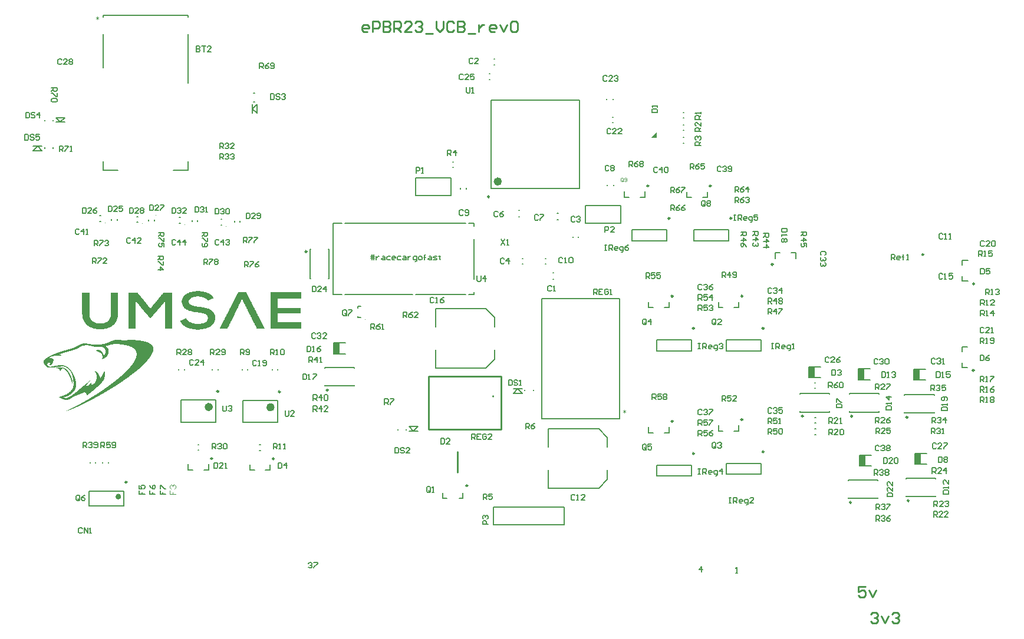
<source format=gbr>
G04*
G04 #@! TF.GenerationSoftware,Altium Limited,Altium Designer,22.4.2 (48)*
G04*
G04 Layer_Color=65535*
%FSLAX25Y25*%
%MOIN*%
G70*
G04*
G04 #@! TF.SameCoordinates,EB04A3AC-252A-4695-9AB0-F794D25C9F92*
G04*
G04*
G04 #@! TF.FilePolarity,Positive*
G04*
G01*
G75*
%ADD10C,0.00394*%
%ADD11C,0.00984*%
%ADD12C,0.02362*%
%ADD13C,0.01575*%
%ADD14C,0.01000*%
%ADD15C,0.00787*%
%ADD16C,0.00600*%
%ADD17C,0.00300*%
%ADD18C,0.00500*%
%ADD19C,0.00400*%
%ADD20C,0.00472*%
%ADD21R,0.03347X0.06102*%
G36*
X381014Y428378D02*
Y428323D01*
X381458D01*
Y428267D01*
Y428212D01*
X382346D01*
Y428156D01*
Y428101D01*
X385674D01*
Y428156D01*
Y428212D01*
X390334D01*
Y428156D01*
Y428101D01*
X391222D01*
Y428045D01*
Y427990D01*
X392775D01*
Y427934D01*
Y427879D01*
X393552D01*
Y427823D01*
Y427768D01*
X394107D01*
Y427712D01*
Y427657D01*
X394661D01*
Y427601D01*
Y427546D01*
X395216D01*
Y427491D01*
Y427435D01*
X395660D01*
Y427380D01*
Y427324D01*
X396104D01*
Y427269D01*
Y427213D01*
X396437D01*
Y427158D01*
Y427102D01*
X396880D01*
Y427047D01*
Y426991D01*
X397102D01*
Y426936D01*
Y426880D01*
X397435D01*
Y426825D01*
Y426769D01*
X397657D01*
Y426714D01*
Y426658D01*
X397879D01*
Y426603D01*
Y426547D01*
X398101D01*
Y426492D01*
Y426437D01*
X398323D01*
Y426381D01*
Y426326D01*
X398434D01*
Y426270D01*
Y426215D01*
X398656D01*
Y426159D01*
Y426104D01*
X398766D01*
Y426048D01*
Y425993D01*
X398988D01*
Y425937D01*
Y425882D01*
X399099D01*
Y425826D01*
Y425771D01*
X399321D01*
Y425715D01*
Y425660D01*
X399432D01*
Y425604D01*
Y425549D01*
X399543D01*
Y425493D01*
Y425438D01*
X399654D01*
Y425383D01*
Y425327D01*
X399765D01*
Y425272D01*
Y425216D01*
X399876D01*
Y425161D01*
Y425105D01*
Y425050D01*
Y424994D01*
X399987D01*
Y424939D01*
Y424883D01*
X400098D01*
Y424828D01*
Y424772D01*
Y424717D01*
Y424661D01*
X400209D01*
Y424606D01*
Y424550D01*
Y424495D01*
Y424439D01*
X400320D01*
Y424384D01*
Y424329D01*
Y424273D01*
Y424218D01*
X400431D01*
Y424162D01*
Y424107D01*
Y424051D01*
Y423996D01*
Y423940D01*
Y423885D01*
Y423829D01*
Y423774D01*
X400542D01*
Y423718D01*
Y423663D01*
Y423607D01*
Y423552D01*
Y423496D01*
Y423441D01*
Y423385D01*
Y423330D01*
Y423275D01*
Y423219D01*
Y423164D01*
Y423108D01*
Y423053D01*
Y422997D01*
Y422942D01*
Y422886D01*
Y422831D01*
Y422775D01*
Y422720D01*
Y422664D01*
Y422609D01*
Y422553D01*
Y422498D01*
Y422442D01*
Y422387D01*
Y422331D01*
X400431D01*
Y422276D01*
Y422221D01*
Y422165D01*
Y422110D01*
Y422054D01*
Y421999D01*
Y421943D01*
Y421888D01*
Y421832D01*
Y421777D01*
X400320D01*
Y421721D01*
Y421666D01*
Y421610D01*
Y421555D01*
X400209D01*
Y421499D01*
Y421444D01*
Y421388D01*
Y421333D01*
Y421277D01*
Y421222D01*
X400098D01*
Y421166D01*
Y421111D01*
Y421056D01*
Y421000D01*
Y420944D01*
Y420889D01*
X399987D01*
Y420834D01*
Y420778D01*
Y420723D01*
Y420667D01*
X399876D01*
Y420612D01*
Y420556D01*
Y420501D01*
Y420445D01*
X399765D01*
Y420390D01*
Y420334D01*
Y420279D01*
Y420223D01*
X399654D01*
Y420168D01*
Y420112D01*
Y420057D01*
Y420002D01*
X399543D01*
Y419946D01*
Y419890D01*
Y419835D01*
Y419780D01*
X399432D01*
Y419724D01*
Y419669D01*
Y419613D01*
Y419558D01*
X399321D01*
Y419502D01*
Y419447D01*
Y419391D01*
Y419336D01*
X399210D01*
Y419280D01*
Y419225D01*
X399099D01*
Y419169D01*
Y419114D01*
Y419058D01*
Y419003D01*
X398988D01*
Y418947D01*
Y418892D01*
X398878D01*
Y418836D01*
Y418781D01*
Y418725D01*
Y418670D01*
X398766D01*
Y418615D01*
Y418559D01*
X398656D01*
Y418504D01*
Y418448D01*
X398545D01*
Y418393D01*
Y418337D01*
Y418282D01*
Y418226D01*
X398434D01*
Y418171D01*
Y418115D01*
X398323D01*
Y418060D01*
Y418004D01*
Y417949D01*
Y417893D01*
X398212D01*
Y417838D01*
Y417782D01*
X398101D01*
Y417727D01*
Y417671D01*
X397990D01*
Y417616D01*
Y417561D01*
X397879D01*
Y417505D01*
Y417450D01*
Y417394D01*
Y417339D01*
X397768D01*
Y417283D01*
Y417228D01*
X397657D01*
Y417172D01*
Y417117D01*
X397546D01*
Y417061D01*
Y417006D01*
X397435D01*
Y416950D01*
Y416895D01*
X397324D01*
Y416839D01*
Y416784D01*
X397213D01*
Y416728D01*
Y416673D01*
X397102D01*
Y416617D01*
Y416562D01*
Y416506D01*
Y416451D01*
X396991D01*
Y416396D01*
Y416340D01*
X396880D01*
Y416285D01*
Y416229D01*
X396769D01*
Y416174D01*
Y416118D01*
X396658D01*
Y416063D01*
Y416007D01*
X396548D01*
Y415952D01*
Y415896D01*
X396437D01*
Y415841D01*
Y415785D01*
X396326D01*
Y415730D01*
Y415674D01*
X396215D01*
Y415619D01*
Y415563D01*
X396104D01*
Y415508D01*
Y415452D01*
X395993D01*
Y415397D01*
Y415342D01*
X395882D01*
Y415286D01*
Y415231D01*
X395771D01*
Y415175D01*
Y415120D01*
X395660D01*
Y415064D01*
Y415009D01*
X395549D01*
Y414953D01*
Y414898D01*
Y414842D01*
Y414787D01*
X395438D01*
Y414731D01*
Y414676D01*
X395327D01*
Y414620D01*
Y414565D01*
X395216D01*
Y414509D01*
Y414454D01*
X394994D01*
Y414398D01*
Y414343D01*
X394883D01*
Y414288D01*
Y414232D01*
X394772D01*
Y414177D01*
Y414121D01*
X394661D01*
Y414066D01*
Y414010D01*
X394550D01*
Y413955D01*
Y413899D01*
X394439D01*
Y413844D01*
Y413788D01*
X394328D01*
Y413733D01*
Y413677D01*
X394217D01*
Y413622D01*
Y413566D01*
X394107D01*
Y413511D01*
Y413455D01*
X393996D01*
Y413400D01*
Y413344D01*
X393885D01*
Y413289D01*
Y413234D01*
X393774D01*
Y413178D01*
Y413123D01*
X393663D01*
Y413067D01*
Y413012D01*
X393552D01*
Y412956D01*
Y412901D01*
X393441D01*
Y412845D01*
Y412790D01*
X393330D01*
Y412734D01*
Y412679D01*
X393108D01*
Y412623D01*
Y412568D01*
X392997D01*
Y412512D01*
Y412457D01*
X392886D01*
Y412401D01*
Y412346D01*
X392775D01*
Y412290D01*
Y412235D01*
X392664D01*
Y412180D01*
Y412124D01*
X392553D01*
Y412069D01*
Y412013D01*
X392442D01*
Y411958D01*
Y411902D01*
X392331D01*
Y411847D01*
Y411791D01*
X392109D01*
Y411736D01*
Y411680D01*
X391999D01*
Y411625D01*
Y411569D01*
X391888D01*
Y411514D01*
Y411458D01*
X391777D01*
Y411403D01*
Y411347D01*
X391666D01*
Y411292D01*
Y411236D01*
X391444D01*
Y411181D01*
Y411126D01*
X391333D01*
Y411070D01*
Y411015D01*
X391222D01*
Y410959D01*
Y410904D01*
X391000D01*
Y410848D01*
Y410793D01*
X390889D01*
Y410737D01*
Y410682D01*
X390778D01*
Y410626D01*
Y410571D01*
X390667D01*
Y410515D01*
Y410460D01*
X390556D01*
Y410404D01*
Y410349D01*
X390334D01*
Y410293D01*
Y410238D01*
X390223D01*
Y410182D01*
Y410127D01*
X390112D01*
Y410071D01*
Y410016D01*
X390001D01*
Y409961D01*
Y409905D01*
X389779D01*
Y409850D01*
Y409794D01*
X389669D01*
Y409739D01*
Y409683D01*
X389558D01*
Y409628D01*
Y409572D01*
X389447D01*
Y409517D01*
Y409461D01*
X389225D01*
Y409406D01*
Y409350D01*
X389114D01*
Y409295D01*
Y409239D01*
X388892D01*
Y409184D01*
Y409128D01*
X388781D01*
Y409073D01*
Y409017D01*
X388670D01*
Y408962D01*
Y408906D01*
X388559D01*
Y408851D01*
Y408795D01*
X388337D01*
Y408740D01*
Y408684D01*
X388226D01*
Y408629D01*
Y408574D01*
X388115D01*
Y408518D01*
Y408463D01*
X388004D01*
Y408407D01*
Y408352D01*
X387783D01*
Y408296D01*
Y408241D01*
X387561D01*
Y408185D01*
Y408130D01*
X387450D01*
Y408074D01*
Y408019D01*
X387339D01*
Y407963D01*
Y407908D01*
X387228D01*
Y407852D01*
Y407797D01*
X387006D01*
Y407741D01*
Y407686D01*
X386895D01*
Y407630D01*
Y407575D01*
X386784D01*
Y407520D01*
Y407464D01*
X386562D01*
Y407409D01*
Y407353D01*
X386451D01*
Y407298D01*
Y407242D01*
X386340D01*
Y407187D01*
Y407131D01*
X386118D01*
Y407076D01*
Y407020D01*
X386007D01*
Y406965D01*
Y406909D01*
X385785D01*
Y406854D01*
Y406798D01*
X385674D01*
Y406743D01*
Y406687D01*
X385563D01*
Y406632D01*
Y406576D01*
X385342D01*
Y406521D01*
Y406466D01*
X385231D01*
Y406410D01*
Y406355D01*
X385009D01*
Y406299D01*
Y406244D01*
X384898D01*
Y406188D01*
Y406133D01*
X384676D01*
Y406077D01*
Y406022D01*
X384565D01*
Y405966D01*
Y405911D01*
X384454D01*
Y405855D01*
Y405800D01*
X384232D01*
Y405744D01*
Y405689D01*
X384121D01*
Y405633D01*
Y405578D01*
X383899D01*
Y405522D01*
Y405467D01*
X383788D01*
Y405411D01*
Y405356D01*
X383677D01*
Y405301D01*
Y405245D01*
X383455D01*
Y405190D01*
Y405134D01*
X383344D01*
Y405079D01*
Y405023D01*
X383122D01*
Y404968D01*
Y404912D01*
X383012D01*
Y404857D01*
Y404801D01*
X382790D01*
Y404746D01*
Y404690D01*
X382679D01*
Y404635D01*
Y404579D01*
X382457D01*
Y404524D01*
Y404468D01*
X382346D01*
Y404413D01*
Y404357D01*
X382124D01*
Y404302D01*
Y404247D01*
X382013D01*
Y404191D01*
Y404136D01*
X381791D01*
Y404080D01*
Y404025D01*
X381680D01*
Y403969D01*
Y403914D01*
X381458D01*
Y403858D01*
Y403803D01*
X381347D01*
Y403747D01*
Y403692D01*
X381125D01*
Y403636D01*
Y403581D01*
X381014D01*
Y403525D01*
Y403470D01*
X380793D01*
Y403414D01*
Y403359D01*
X380682D01*
Y403303D01*
Y403248D01*
X380460D01*
Y403193D01*
Y403137D01*
X380349D01*
Y403082D01*
Y403026D01*
X380127D01*
Y402971D01*
Y402915D01*
X380016D01*
Y402860D01*
Y402804D01*
X379794D01*
Y402749D01*
Y402693D01*
X379683D01*
Y402638D01*
Y402582D01*
X379461D01*
Y402527D01*
Y402471D01*
X379239D01*
Y402416D01*
Y402360D01*
X379128D01*
Y402305D01*
Y402249D01*
X379017D01*
Y402194D01*
Y402139D01*
X378796D01*
Y402083D01*
Y402028D01*
X378574D01*
Y401972D01*
Y401917D01*
X378463D01*
Y401861D01*
Y401806D01*
X378241D01*
Y401750D01*
Y401695D01*
X378019D01*
Y401639D01*
Y401584D01*
X377908D01*
Y401528D01*
Y401473D01*
X377686D01*
Y401417D01*
Y401362D01*
X377575D01*
Y401306D01*
Y401251D01*
X377353D01*
Y401195D01*
Y401140D01*
X377242D01*
Y401085D01*
Y401029D01*
X377020D01*
Y400974D01*
Y400918D01*
X376798D01*
Y400863D01*
Y400807D01*
X376687D01*
Y400752D01*
Y400696D01*
X376466D01*
Y400641D01*
Y400585D01*
X376244D01*
Y400530D01*
Y400474D01*
X376133D01*
Y400419D01*
Y400363D01*
X375911D01*
Y400308D01*
Y400252D01*
X375800D01*
Y400197D01*
Y400141D01*
X375578D01*
Y400086D01*
Y400031D01*
X375356D01*
Y399975D01*
Y399920D01*
X375245D01*
Y399864D01*
Y399809D01*
X375023D01*
Y399753D01*
Y399698D01*
X374801D01*
Y399642D01*
Y399587D01*
X374579D01*
Y399531D01*
Y399476D01*
X374468D01*
Y399420D01*
Y399365D01*
X374247D01*
Y399309D01*
Y399254D01*
X374136D01*
Y399198D01*
Y399143D01*
X373914D01*
Y399087D01*
Y399032D01*
X373692D01*
Y398976D01*
Y398921D01*
X373470D01*
Y398866D01*
Y398810D01*
X373359D01*
Y398755D01*
Y398699D01*
X373137D01*
Y398644D01*
Y398588D01*
X372915D01*
Y398533D01*
Y398477D01*
X372804D01*
Y398422D01*
Y398366D01*
X372582D01*
Y398311D01*
Y398255D01*
X372360D01*
Y398200D01*
Y398144D01*
X372139D01*
Y398089D01*
Y398033D01*
X372027D01*
Y397978D01*
Y397922D01*
X371806D01*
Y397867D01*
Y397812D01*
X371584D01*
Y397756D01*
Y397701D01*
X371473D01*
Y397645D01*
Y397590D01*
X371251D01*
Y397534D01*
Y397479D01*
X370918D01*
Y397423D01*
Y397368D01*
X370807D01*
Y397312D01*
Y397257D01*
X370585D01*
Y397201D01*
Y397146D01*
X370474D01*
Y397090D01*
Y397035D01*
X370252D01*
Y396979D01*
Y396924D01*
X370030D01*
Y396868D01*
Y396813D01*
X369809D01*
Y396757D01*
Y396702D01*
X369587D01*
Y396646D01*
Y396591D01*
X369476D01*
Y396535D01*
Y396480D01*
X369254D01*
Y396425D01*
Y396369D01*
X369032D01*
Y396314D01*
Y396258D01*
X368810D01*
Y396203D01*
Y396147D01*
X368588D01*
Y396092D01*
Y396036D01*
X368366D01*
Y395981D01*
Y395925D01*
X368144D01*
Y395870D01*
Y395814D01*
X368033D01*
Y395759D01*
Y395703D01*
X367811D01*
Y395648D01*
Y395592D01*
X367590D01*
Y395537D01*
Y395481D01*
X367368D01*
Y395426D01*
Y395371D01*
X367257D01*
Y395315D01*
Y395260D01*
X367035D01*
Y395204D01*
Y395149D01*
X366813D01*
Y395093D01*
Y395038D01*
X366591D01*
Y394982D01*
Y394927D01*
X366369D01*
Y394871D01*
Y394816D01*
X366147D01*
Y394760D01*
Y394705D01*
X365925D01*
Y394649D01*
Y394594D01*
X365703D01*
Y394538D01*
Y394483D01*
X365593D01*
Y394427D01*
Y394372D01*
X365370D01*
Y394317D01*
Y394261D01*
X365149D01*
Y394206D01*
Y394150D01*
X364927D01*
Y394095D01*
Y394039D01*
X364705D01*
Y393984D01*
Y393928D01*
X364483D01*
Y393873D01*
Y393817D01*
X364261D01*
Y393762D01*
Y393706D01*
X364039D01*
Y393651D01*
Y393595D01*
X363817D01*
Y393540D01*
Y393484D01*
X363595D01*
Y393429D01*
Y393373D01*
X363373D01*
Y393318D01*
Y393263D01*
X363152D01*
Y393207D01*
Y393152D01*
X362930D01*
Y393096D01*
Y393041D01*
X362708D01*
Y392985D01*
Y392930D01*
X362486D01*
Y392874D01*
Y392819D01*
X362264D01*
Y392763D01*
Y392708D01*
X362042D01*
Y392652D01*
Y392597D01*
X361820D01*
Y392541D01*
Y392486D01*
X361598D01*
Y392430D01*
Y392375D01*
X361376D01*
Y392319D01*
Y392264D01*
X361154D01*
Y392209D01*
Y392153D01*
X360932D01*
Y392097D01*
Y392042D01*
X360711D01*
Y391987D01*
Y391931D01*
X360489D01*
Y391876D01*
Y391820D01*
X360267D01*
Y391765D01*
Y391709D01*
X360045D01*
Y391654D01*
Y391598D01*
X359823D01*
Y391543D01*
Y391487D01*
X359601D01*
Y391432D01*
Y391376D01*
X359379D01*
Y391321D01*
Y391265D01*
X359157D01*
Y391210D01*
Y391155D01*
X358935D01*
Y391099D01*
Y391043D01*
X358714D01*
Y390988D01*
Y390932D01*
X358381D01*
Y390877D01*
Y390822D01*
X358159D01*
Y390766D01*
Y390711D01*
X357937D01*
Y390655D01*
Y390600D01*
X357715D01*
Y390544D01*
Y390489D01*
X357493D01*
Y390433D01*
Y390378D01*
X357160D01*
Y390322D01*
Y390267D01*
X356938D01*
Y390211D01*
Y390156D01*
X356606D01*
Y390100D01*
Y390045D01*
X356384D01*
Y389989D01*
Y389934D01*
X356162D01*
Y389879D01*
Y389823D01*
X355940D01*
Y389768D01*
Y389712D01*
X355607D01*
Y389657D01*
Y389601D01*
X355385D01*
Y389546D01*
Y389490D01*
X355163D01*
Y389435D01*
Y389379D01*
X354830D01*
Y389324D01*
Y389268D01*
X354497D01*
Y389213D01*
Y389157D01*
X354276D01*
Y389102D01*
Y389046D01*
X354054D01*
Y388991D01*
Y388935D01*
X353721D01*
Y388880D01*
Y388825D01*
X353388D01*
Y388769D01*
Y388714D01*
X353166D01*
Y388658D01*
Y388603D01*
X352944D01*
Y388547D01*
Y388492D01*
X352500D01*
Y388436D01*
Y388381D01*
X352168D01*
Y388325D01*
Y388270D01*
X351946D01*
Y388214D01*
Y388159D01*
X351613D01*
Y388103D01*
Y388048D01*
X351280D01*
Y388103D01*
Y388159D01*
X351502D01*
Y388214D01*
Y388270D01*
X351724D01*
Y388325D01*
Y388381D01*
X351946D01*
Y388436D01*
Y388492D01*
X352168D01*
Y388547D01*
Y388603D01*
X352389D01*
Y388658D01*
Y388714D01*
X352611D01*
Y388769D01*
Y388825D01*
X352833D01*
Y388880D01*
Y388935D01*
X353055D01*
Y388991D01*
Y389046D01*
X353277D01*
Y389102D01*
Y389157D01*
X353499D01*
Y389213D01*
Y389268D01*
X353721D01*
Y389324D01*
Y389379D01*
X353943D01*
Y389435D01*
Y389490D01*
X354165D01*
Y389546D01*
Y389601D01*
X354386D01*
Y389657D01*
Y389712D01*
X354608D01*
Y389768D01*
Y389823D01*
X354830D01*
Y389879D01*
Y389934D01*
X355052D01*
Y389989D01*
Y390045D01*
X355274D01*
Y390100D01*
Y390156D01*
X355496D01*
Y390211D01*
Y390267D01*
X355718D01*
Y390322D01*
Y390378D01*
X355940D01*
Y390433D01*
Y390489D01*
X356162D01*
Y390544D01*
Y390600D01*
X356384D01*
Y390655D01*
Y390711D01*
X356606D01*
Y390766D01*
Y390822D01*
X356827D01*
Y390877D01*
Y390932D01*
X357049D01*
Y390988D01*
Y391043D01*
X357271D01*
Y391099D01*
Y391155D01*
X357493D01*
Y391210D01*
Y391265D01*
X357715D01*
Y391321D01*
Y391376D01*
X357937D01*
Y391432D01*
Y391487D01*
X358048D01*
Y391543D01*
Y391598D01*
X358270D01*
Y391654D01*
Y391709D01*
X358492D01*
Y391765D01*
Y391820D01*
X358714D01*
Y391876D01*
Y391931D01*
X358935D01*
Y391987D01*
Y392042D01*
X359157D01*
Y392097D01*
Y392153D01*
X359379D01*
Y392209D01*
Y392264D01*
X359601D01*
Y392319D01*
Y392375D01*
X359712D01*
Y392430D01*
Y392486D01*
X359934D01*
Y392541D01*
Y392597D01*
X360156D01*
Y392652D01*
Y392708D01*
X360267D01*
Y392763D01*
Y392819D01*
X360489D01*
Y392874D01*
Y392930D01*
X360711D01*
Y392985D01*
Y393041D01*
X360932D01*
Y393096D01*
Y393152D01*
X361154D01*
Y393207D01*
Y393263D01*
X361265D01*
Y393318D01*
Y393373D01*
X361487D01*
Y393429D01*
Y393484D01*
X361709D01*
Y393540D01*
Y393595D01*
X361931D01*
Y393651D01*
Y393706D01*
X362153D01*
Y393762D01*
Y393817D01*
X362264D01*
Y393873D01*
Y393928D01*
X362486D01*
Y393984D01*
Y394039D01*
X362708D01*
Y394095D01*
Y394150D01*
X362819D01*
Y394206D01*
Y394261D01*
X363041D01*
Y394317D01*
Y394372D01*
X363263D01*
Y394427D01*
Y394483D01*
X363484D01*
Y394538D01*
Y394594D01*
X363595D01*
Y394649D01*
Y394705D01*
X363817D01*
Y394760D01*
Y394816D01*
X364039D01*
Y394871D01*
Y394927D01*
X364150D01*
Y394982D01*
Y395038D01*
X364372D01*
Y395093D01*
Y395149D01*
X364594D01*
Y395204D01*
Y395260D01*
X364705D01*
Y395315D01*
Y395371D01*
X364927D01*
Y395426D01*
Y395481D01*
X365038D01*
Y395537D01*
Y395592D01*
X365260D01*
Y395648D01*
Y395703D01*
X365481D01*
Y395759D01*
Y395814D01*
X365593D01*
Y395870D01*
Y395925D01*
X365814D01*
Y395981D01*
Y396036D01*
X366036D01*
Y396092D01*
Y396147D01*
X366258D01*
Y396203D01*
Y396258D01*
X366369D01*
Y396314D01*
Y396369D01*
X366591D01*
Y396425D01*
Y396480D01*
X366702D01*
Y396535D01*
Y396591D01*
X366924D01*
Y396646D01*
Y396702D01*
X367035D01*
Y396757D01*
Y396813D01*
X367257D01*
Y396868D01*
Y396924D01*
X367479D01*
Y396979D01*
Y397035D01*
X367590D01*
Y397090D01*
Y397146D01*
X367811D01*
Y397201D01*
Y397257D01*
X367922D01*
Y397312D01*
Y397368D01*
X368144D01*
Y397423D01*
Y397479D01*
X368366D01*
Y397534D01*
Y397590D01*
X368477D01*
Y397645D01*
Y397701D01*
X368699D01*
Y397756D01*
Y397812D01*
X368810D01*
Y397867D01*
Y397922D01*
X369032D01*
Y397978D01*
Y398033D01*
X369143D01*
Y398089D01*
Y398144D01*
X369365D01*
Y398200D01*
Y398255D01*
X369476D01*
Y398311D01*
Y398366D01*
X369698D01*
Y398422D01*
Y398477D01*
X369809D01*
Y398533D01*
Y398588D01*
X370030D01*
Y398644D01*
Y398699D01*
X370141D01*
Y398755D01*
Y398810D01*
X370363D01*
Y398866D01*
Y398921D01*
X370474D01*
Y398976D01*
Y399032D01*
X370696D01*
Y399087D01*
Y399143D01*
X370807D01*
Y399198D01*
Y399254D01*
X371029D01*
Y399309D01*
Y399365D01*
X371140D01*
Y399420D01*
Y399476D01*
X371362D01*
Y399531D01*
Y399587D01*
X371473D01*
Y399642D01*
Y399698D01*
X371584D01*
Y399753D01*
Y399809D01*
X371806D01*
Y399864D01*
Y399920D01*
X372027D01*
Y399975D01*
Y400031D01*
X372139D01*
Y400086D01*
Y400141D01*
X372360D01*
Y400197D01*
Y400252D01*
X372471D01*
Y400308D01*
Y400363D01*
X372582D01*
Y400419D01*
Y400474D01*
X372804D01*
Y400530D01*
Y400585D01*
X372915D01*
Y400641D01*
Y400696D01*
X373137D01*
Y400752D01*
Y400807D01*
X373248D01*
Y400863D01*
Y400918D01*
X373470D01*
Y400974D01*
Y401029D01*
X373581D01*
Y401085D01*
Y401140D01*
X373692D01*
Y401195D01*
Y401251D01*
X373914D01*
Y401306D01*
Y401362D01*
X374025D01*
Y401417D01*
Y401473D01*
X374136D01*
Y401528D01*
Y401584D01*
X374358D01*
Y401639D01*
Y401695D01*
X374579D01*
Y401750D01*
Y401806D01*
X374690D01*
Y401861D01*
Y401917D01*
X374801D01*
Y401972D01*
Y402028D01*
X374912D01*
Y402083D01*
Y402139D01*
X375134D01*
Y402194D01*
Y402249D01*
X375245D01*
Y402305D01*
Y402360D01*
X375356D01*
Y402416D01*
Y402471D01*
X375578D01*
Y402527D01*
Y402582D01*
X375689D01*
Y402638D01*
Y402693D01*
X375911D01*
Y402749D01*
Y402804D01*
X376022D01*
Y402860D01*
Y402915D01*
X376133D01*
Y402971D01*
Y403026D01*
X376355D01*
Y403082D01*
Y403137D01*
X376466D01*
Y403193D01*
Y403248D01*
X376576D01*
Y403303D01*
Y403359D01*
X376798D01*
Y403414D01*
Y403470D01*
X376909D01*
Y403525D01*
Y403581D01*
X377020D01*
Y403636D01*
Y403692D01*
X377242D01*
Y403747D01*
Y403803D01*
X377353D01*
Y403858D01*
Y403914D01*
X377464D01*
Y403969D01*
Y404025D01*
X377686D01*
Y404080D01*
Y404136D01*
X377797D01*
Y404191D01*
Y404247D01*
X377908D01*
Y404302D01*
Y404357D01*
X378130D01*
Y404413D01*
Y404468D01*
X378241D01*
Y404524D01*
Y404579D01*
X378352D01*
Y404635D01*
Y404690D01*
X378463D01*
Y404746D01*
Y404801D01*
X378684D01*
Y404857D01*
Y404912D01*
X378796D01*
Y404968D01*
Y405023D01*
X378906D01*
Y405079D01*
Y405134D01*
X379128D01*
Y405190D01*
Y405245D01*
X379239D01*
Y405301D01*
Y405356D01*
X379350D01*
Y405411D01*
Y405467D01*
X379572D01*
Y405522D01*
Y405578D01*
X379683D01*
Y405633D01*
Y405689D01*
X379794D01*
Y405744D01*
Y405800D01*
X379905D01*
Y405855D01*
Y405911D01*
X380016D01*
Y405966D01*
Y406022D01*
X380238D01*
Y406077D01*
Y406133D01*
X380349D01*
Y406188D01*
Y406244D01*
X380460D01*
Y406299D01*
Y406355D01*
X380571D01*
Y406410D01*
Y406466D01*
X380682D01*
Y406521D01*
Y406576D01*
X380904D01*
Y406632D01*
Y406687D01*
X381014D01*
Y406743D01*
Y406798D01*
X381236D01*
Y406854D01*
Y406909D01*
X381347D01*
Y406965D01*
Y407020D01*
X381458D01*
Y407076D01*
Y407131D01*
X381569D01*
Y407187D01*
Y407242D01*
X381680D01*
Y407298D01*
Y407353D01*
X381791D01*
Y407409D01*
Y407464D01*
X381902D01*
Y407520D01*
Y407575D01*
X382124D01*
Y407630D01*
Y407686D01*
X382235D01*
Y407741D01*
Y407797D01*
X382346D01*
Y407852D01*
Y407908D01*
X382457D01*
Y407963D01*
Y408019D01*
X382568D01*
Y408074D01*
Y408130D01*
X382679D01*
Y408185D01*
Y408241D01*
X382790D01*
Y408296D01*
Y408352D01*
X382901D01*
Y408407D01*
Y408463D01*
X383012D01*
Y408518D01*
Y408574D01*
X383233D01*
Y408629D01*
Y408684D01*
X383344D01*
Y408740D01*
Y408795D01*
X383455D01*
Y408851D01*
Y408906D01*
X383566D01*
Y408962D01*
Y409017D01*
X383677D01*
Y409073D01*
Y409128D01*
X383788D01*
Y409184D01*
Y409239D01*
X383899D01*
Y409295D01*
Y409350D01*
X384010D01*
Y409406D01*
Y409461D01*
X384232D01*
Y409517D01*
Y409572D01*
Y409628D01*
Y409683D01*
X384343D01*
Y409739D01*
Y409794D01*
X384454D01*
Y409850D01*
Y409905D01*
X384676D01*
Y409961D01*
Y410016D01*
Y410071D01*
Y410127D01*
X384787D01*
Y410182D01*
Y410238D01*
X384898D01*
Y410293D01*
Y410349D01*
X385009D01*
Y410404D01*
Y410460D01*
X385120D01*
Y410515D01*
Y410571D01*
X385231D01*
Y410626D01*
Y410682D01*
X385453D01*
Y410737D01*
Y410793D01*
Y410848D01*
Y410904D01*
X385563D01*
Y410959D01*
Y411015D01*
X385785D01*
Y411070D01*
Y411126D01*
Y411181D01*
Y411236D01*
X385896D01*
Y411292D01*
Y411347D01*
X386007D01*
Y411403D01*
Y411458D01*
X386118D01*
Y411514D01*
Y411569D01*
X386229D01*
Y411625D01*
Y411680D01*
X386340D01*
Y411736D01*
Y411791D01*
X386451D01*
Y411847D01*
Y411902D01*
X386562D01*
Y411958D01*
Y412013D01*
X386673D01*
Y412069D01*
Y412124D01*
Y412180D01*
Y412235D01*
X386784D01*
Y412290D01*
Y412346D01*
X386895D01*
Y412401D01*
Y412457D01*
X387006D01*
Y412512D01*
Y412568D01*
X387117D01*
Y412623D01*
Y412679D01*
X387228D01*
Y412734D01*
Y412790D01*
X387339D01*
Y412845D01*
Y412901D01*
X387450D01*
Y412956D01*
Y413012D01*
X387561D01*
Y413067D01*
Y413123D01*
Y413178D01*
Y413234D01*
X387671D01*
Y413289D01*
Y413344D01*
X387783D01*
Y413400D01*
Y413455D01*
X387893D01*
Y413511D01*
Y413566D01*
X388004D01*
Y413622D01*
Y413677D01*
X388115D01*
Y413733D01*
Y413788D01*
Y413844D01*
Y413899D01*
X388226D01*
Y413955D01*
Y414010D01*
X388337D01*
Y414066D01*
Y414121D01*
Y414177D01*
Y414232D01*
X388448D01*
Y414288D01*
Y414343D01*
X388559D01*
Y414398D01*
Y414454D01*
X388670D01*
Y414509D01*
Y414565D01*
X388781D01*
Y414620D01*
Y414676D01*
Y414731D01*
Y414787D01*
X388892D01*
Y414842D01*
Y414898D01*
X389003D01*
Y414953D01*
Y415009D01*
Y415064D01*
Y415120D01*
X389114D01*
Y415175D01*
Y415231D01*
X389225D01*
Y415286D01*
Y415342D01*
X389336D01*
Y415397D01*
Y415452D01*
Y415508D01*
Y415563D01*
X389447D01*
Y415619D01*
Y415674D01*
Y415730D01*
Y415785D01*
X389558D01*
Y415841D01*
Y415896D01*
X389669D01*
Y415952D01*
Y416007D01*
Y416063D01*
Y416118D01*
X389779D01*
Y416174D01*
Y416229D01*
Y416285D01*
Y416340D01*
X389891D01*
Y416396D01*
Y416451D01*
Y416506D01*
Y416562D01*
X390001D01*
Y416617D01*
Y416673D01*
Y416728D01*
Y416784D01*
X390112D01*
Y416839D01*
Y416895D01*
Y416950D01*
Y417006D01*
X390223D01*
Y417061D01*
Y417117D01*
Y417172D01*
Y417228D01*
X390334D01*
Y417283D01*
Y417339D01*
Y417394D01*
Y417450D01*
X390445D01*
Y417505D01*
Y417561D01*
Y417616D01*
Y417671D01*
X390556D01*
Y417727D01*
Y417782D01*
Y417838D01*
Y417893D01*
Y417949D01*
Y418004D01*
X390667D01*
Y418060D01*
Y418115D01*
Y418171D01*
Y418226D01*
X390778D01*
Y418282D01*
Y418337D01*
Y418393D01*
Y418448D01*
Y418504D01*
Y418559D01*
Y418615D01*
Y418670D01*
X390889D01*
Y418725D01*
Y418781D01*
Y418836D01*
Y418892D01*
Y418947D01*
Y419003D01*
Y419058D01*
Y419114D01*
Y419169D01*
Y419225D01*
X391000D01*
Y419280D01*
Y419336D01*
Y419391D01*
Y419447D01*
Y419502D01*
Y419558D01*
Y419613D01*
Y419669D01*
Y419724D01*
Y419780D01*
Y419835D01*
Y419890D01*
Y419946D01*
Y420002D01*
Y420057D01*
Y420112D01*
Y420168D01*
Y420223D01*
Y420279D01*
Y420334D01*
Y420390D01*
Y420445D01*
Y420501D01*
Y420556D01*
Y420612D01*
Y420667D01*
Y420723D01*
Y420778D01*
Y420834D01*
Y420889D01*
Y420944D01*
Y421000D01*
X390889D01*
Y421056D01*
Y421111D01*
Y421166D01*
Y421222D01*
Y421277D01*
Y421333D01*
Y421388D01*
Y421444D01*
Y421499D01*
Y421555D01*
X390778D01*
Y421610D01*
Y421666D01*
Y421721D01*
Y421777D01*
X390667D01*
Y421832D01*
Y421888D01*
Y421943D01*
Y421999D01*
X390556D01*
Y422054D01*
Y422110D01*
Y422165D01*
Y422221D01*
X390445D01*
Y422276D01*
Y422331D01*
Y422387D01*
Y422442D01*
X390334D01*
Y422498D01*
Y422553D01*
X390223D01*
Y422609D01*
Y422664D01*
Y422720D01*
Y422775D01*
X390112D01*
Y422831D01*
Y422886D01*
X390001D01*
Y422942D01*
Y422997D01*
X389891D01*
Y423053D01*
Y423108D01*
X389779D01*
Y423164D01*
Y423219D01*
X389669D01*
Y423275D01*
Y423330D01*
X389447D01*
Y423385D01*
Y423441D01*
X389336D01*
Y423496D01*
Y423552D01*
X389225D01*
Y423607D01*
Y423663D01*
X389114D01*
Y423718D01*
Y423774D01*
X388892D01*
Y423829D01*
Y423885D01*
X388670D01*
Y423940D01*
Y423996D01*
X388448D01*
Y424051D01*
Y424107D01*
X388337D01*
Y424162D01*
Y424218D01*
X388004D01*
Y424273D01*
Y424329D01*
X387783D01*
Y424384D01*
Y424439D01*
X387561D01*
Y424495D01*
Y424550D01*
X387228D01*
Y424606D01*
Y424661D01*
X387006D01*
Y424717D01*
Y424772D01*
X386673D01*
Y424828D01*
Y424883D01*
X386229D01*
Y424939D01*
Y424994D01*
X385785D01*
Y425050D01*
Y425105D01*
X385453D01*
Y425161D01*
Y425216D01*
X385009D01*
Y425272D01*
Y425327D01*
X384232D01*
Y425383D01*
Y425438D01*
X383788D01*
Y425493D01*
Y425549D01*
X382790D01*
Y425604D01*
Y425660D01*
X382124D01*
Y425715D01*
Y425771D01*
X381458D01*
Y425826D01*
Y425882D01*
X381125D01*
Y425937D01*
Y425993D01*
X378130D01*
Y425937D01*
Y425882D01*
X377686D01*
Y425826D01*
Y425771D01*
X377131D01*
Y425715D01*
Y425660D01*
X376687D01*
Y425604D01*
Y425549D01*
X376244D01*
Y425493D01*
Y425438D01*
X375911D01*
Y425383D01*
Y425327D01*
X375467D01*
Y425272D01*
Y425216D01*
X375023D01*
Y425161D01*
Y425105D01*
X374801D01*
Y425050D01*
Y424994D01*
X374358D01*
Y424939D01*
Y424883D01*
X373914D01*
Y424828D01*
Y424772D01*
X373692D01*
Y424717D01*
Y424661D01*
Y424606D01*
Y424550D01*
X373914D01*
Y424495D01*
Y424439D01*
X374025D01*
Y424384D01*
Y424329D01*
X374136D01*
Y424273D01*
Y424218D01*
X374247D01*
Y424162D01*
Y424107D01*
X374358D01*
Y424051D01*
Y423996D01*
X374468D01*
Y423940D01*
Y423885D01*
X374579D01*
Y423829D01*
Y423774D01*
Y423718D01*
Y423663D01*
X374690D01*
Y423607D01*
Y423552D01*
X374801D01*
Y423496D01*
Y423441D01*
Y423385D01*
Y423330D01*
X374912D01*
Y423275D01*
Y423219D01*
X375023D01*
Y423164D01*
Y423108D01*
Y423053D01*
Y422997D01*
X375134D01*
Y422942D01*
Y422886D01*
Y422831D01*
Y422775D01*
Y422720D01*
Y422664D01*
Y422609D01*
Y422553D01*
X375245D01*
Y422498D01*
Y422442D01*
Y422387D01*
Y422331D01*
Y422276D01*
Y422221D01*
Y422165D01*
Y422110D01*
Y422054D01*
Y421999D01*
Y421943D01*
Y421888D01*
Y421832D01*
Y421777D01*
Y421721D01*
Y421666D01*
Y421610D01*
Y421555D01*
Y421499D01*
Y421444D01*
Y421388D01*
Y421333D01*
Y421277D01*
Y421222D01*
Y421166D01*
Y421111D01*
Y421056D01*
Y421000D01*
X375134D01*
Y420944D01*
Y420889D01*
Y420834D01*
Y420778D01*
Y420723D01*
Y420667D01*
Y420612D01*
Y420556D01*
X375023D01*
Y420501D01*
Y420445D01*
Y420390D01*
Y420334D01*
Y420279D01*
Y420223D01*
X374912D01*
Y420168D01*
Y420112D01*
Y420057D01*
Y420002D01*
X374801D01*
Y419946D01*
Y419890D01*
Y419835D01*
Y419780D01*
X374690D01*
Y419724D01*
Y419669D01*
Y419613D01*
Y419558D01*
X374579D01*
Y419502D01*
Y419447D01*
X374468D01*
Y419391D01*
Y419336D01*
Y419280D01*
Y419225D01*
X374358D01*
Y419169D01*
Y419114D01*
X374247D01*
Y419058D01*
Y419003D01*
Y418947D01*
Y418892D01*
X374136D01*
Y418836D01*
Y418781D01*
X374025D01*
Y418725D01*
Y418670D01*
X373914D01*
Y418615D01*
Y418559D01*
X373803D01*
Y418504D01*
Y418448D01*
X373581D01*
Y418393D01*
Y418337D01*
X373470D01*
Y418282D01*
Y418226D01*
X373248D01*
Y418171D01*
Y418115D01*
X373137D01*
Y418060D01*
Y418004D01*
X373026D01*
Y417949D01*
Y417893D01*
X372804D01*
Y417838D01*
Y417782D01*
X372582D01*
Y417727D01*
Y417671D01*
X372249D01*
Y417616D01*
Y417561D01*
X371917D01*
Y417505D01*
Y417450D01*
X371584D01*
Y417505D01*
Y417561D01*
Y417616D01*
Y417671D01*
Y417727D01*
Y417782D01*
Y417838D01*
Y417893D01*
X371695D01*
Y417949D01*
Y418004D01*
Y418060D01*
Y418115D01*
Y418171D01*
Y418226D01*
Y418282D01*
Y418337D01*
Y418393D01*
Y418448D01*
Y418504D01*
Y418559D01*
Y418615D01*
Y418670D01*
Y418725D01*
Y418781D01*
Y418836D01*
Y418892D01*
Y418947D01*
Y419003D01*
Y419058D01*
Y419114D01*
Y419169D01*
Y419225D01*
Y419280D01*
Y419336D01*
Y419391D01*
Y419447D01*
X371584D01*
Y419502D01*
Y419558D01*
Y419613D01*
Y419669D01*
Y419724D01*
Y419780D01*
X371473D01*
Y419835D01*
Y419890D01*
Y419946D01*
Y420002D01*
X371362D01*
Y420057D01*
Y420112D01*
Y420168D01*
Y420223D01*
X371251D01*
Y420279D01*
Y420334D01*
Y420390D01*
Y420445D01*
X371140D01*
Y420501D01*
Y420556D01*
X371029D01*
Y420612D01*
Y420667D01*
X370918D01*
Y420723D01*
Y420778D01*
X370807D01*
Y420834D01*
Y420889D01*
X370585D01*
Y420944D01*
Y421000D01*
X370363D01*
Y421056D01*
Y421111D01*
X370252D01*
Y421166D01*
Y421222D01*
X370030D01*
Y421277D01*
Y421333D01*
X369809D01*
Y421388D01*
Y421444D01*
X369587D01*
Y421499D01*
Y421555D01*
X369365D01*
Y421610D01*
Y421666D01*
X369143D01*
Y421721D01*
Y421777D01*
X368810D01*
Y421832D01*
Y421888D01*
X368588D01*
Y421943D01*
Y421999D01*
X368366D01*
Y422054D01*
Y422110D01*
X368033D01*
Y422165D01*
Y422221D01*
X367922D01*
Y422276D01*
Y422331D01*
X368144D01*
Y422387D01*
Y422442D01*
X368366D01*
Y422498D01*
Y422553D01*
X369032D01*
Y422609D01*
Y422664D01*
X369365D01*
Y422609D01*
Y422553D01*
X370030D01*
Y422498D01*
Y422442D01*
X370363D01*
Y422387D01*
Y422331D01*
X370474D01*
Y422276D01*
Y422221D01*
X370696D01*
Y422165D01*
Y422110D01*
X370918D01*
Y422054D01*
Y421999D01*
X371029D01*
Y421943D01*
Y421888D01*
X371140D01*
Y421832D01*
Y421777D01*
X371251D01*
Y421721D01*
Y421666D01*
X371362D01*
Y421610D01*
Y421555D01*
X371473D01*
Y421499D01*
Y421444D01*
X371584D01*
Y421388D01*
Y421333D01*
X371695D01*
Y421277D01*
Y421222D01*
Y421166D01*
Y421111D01*
X371806D01*
Y421056D01*
Y421000D01*
X371917D01*
Y420944D01*
Y420889D01*
Y420834D01*
Y420778D01*
X372027D01*
Y420723D01*
Y420667D01*
Y420612D01*
Y420556D01*
X372139D01*
Y420501D01*
Y420445D01*
Y420390D01*
Y420334D01*
X372249D01*
Y420279D01*
Y420223D01*
Y420168D01*
Y420112D01*
X372360D01*
Y420057D01*
Y420002D01*
Y419946D01*
Y419890D01*
X372471D01*
Y419835D01*
Y419780D01*
X372693D01*
Y419835D01*
Y419890D01*
X372804D01*
Y419946D01*
Y420002D01*
X372915D01*
Y420057D01*
Y420112D01*
X373026D01*
Y420168D01*
Y420223D01*
Y420279D01*
Y420334D01*
X373137D01*
Y420390D01*
Y420445D01*
X373248D01*
Y420501D01*
Y420556D01*
Y420612D01*
Y420667D01*
X373359D01*
Y420723D01*
Y420778D01*
Y420834D01*
Y420889D01*
X373470D01*
Y420944D01*
Y421000D01*
Y421056D01*
Y421111D01*
Y421166D01*
Y421222D01*
Y421277D01*
Y421333D01*
X373581D01*
Y421388D01*
Y421444D01*
Y421499D01*
Y421555D01*
Y421610D01*
Y421666D01*
Y421721D01*
Y421777D01*
Y421832D01*
Y421888D01*
Y421943D01*
Y421999D01*
Y422054D01*
Y422110D01*
Y422165D01*
Y422221D01*
X373470D01*
Y422276D01*
Y422331D01*
Y422387D01*
Y422442D01*
Y422498D01*
Y422553D01*
X373359D01*
Y422609D01*
Y422664D01*
Y422720D01*
Y422775D01*
X373248D01*
Y422831D01*
Y422886D01*
Y422942D01*
Y422997D01*
X373137D01*
Y423053D01*
Y423108D01*
Y423164D01*
Y423219D01*
X373026D01*
Y423275D01*
Y423330D01*
X372915D01*
Y423385D01*
Y423441D01*
X372804D01*
Y423496D01*
Y423552D01*
X372693D01*
Y423607D01*
Y423663D01*
X372582D01*
Y423718D01*
Y423774D01*
X372471D01*
Y423829D01*
Y423885D01*
X372249D01*
Y423940D01*
Y423996D01*
X372027D01*
Y424051D01*
Y424107D01*
X371806D01*
Y424162D01*
Y424218D01*
X371251D01*
Y424273D01*
Y424329D01*
X370696D01*
Y424273D01*
Y424218D01*
X367701D01*
Y424273D01*
Y424329D01*
X367368D01*
Y424384D01*
Y424439D01*
X366813D01*
Y424495D01*
Y424550D01*
X366258D01*
Y424606D01*
Y424661D01*
X365925D01*
Y424717D01*
Y424772D01*
X365481D01*
Y424828D01*
Y424883D01*
X364927D01*
Y424939D01*
Y424994D01*
X364261D01*
Y425050D01*
Y425105D01*
X363706D01*
Y425161D01*
Y425216D01*
X361709D01*
Y425161D01*
Y425105D01*
X361154D01*
Y425050D01*
Y424994D01*
X360711D01*
Y424939D01*
Y424883D01*
X360267D01*
Y424828D01*
Y424772D01*
X360045D01*
Y424717D01*
Y424661D01*
X359712D01*
Y424606D01*
Y424550D01*
X359490D01*
Y424495D01*
Y424439D01*
X359268D01*
Y424384D01*
Y424329D01*
X359046D01*
Y424273D01*
Y424218D01*
X358935D01*
Y424162D01*
Y424107D01*
X358714D01*
Y424051D01*
Y423996D01*
X358603D01*
Y423940D01*
Y423885D01*
X358381D01*
Y423829D01*
Y423774D01*
X358159D01*
Y423718D01*
Y423663D01*
X357937D01*
Y423607D01*
Y423552D01*
X357715D01*
Y423496D01*
Y423441D01*
X357604D01*
Y423385D01*
Y423330D01*
X357271D01*
Y423275D01*
Y423219D01*
X357049D01*
Y423164D01*
Y423108D01*
X356716D01*
Y423053D01*
Y422997D01*
X356494D01*
Y422942D01*
Y422886D01*
X356162D01*
Y422831D01*
Y422775D01*
X355940D01*
Y422720D01*
Y422664D01*
X355607D01*
Y422609D01*
Y422553D01*
X355274D01*
Y422498D01*
Y422442D01*
X354830D01*
Y422387D01*
Y422331D01*
X354608D01*
Y422276D01*
Y422221D01*
X354165D01*
Y422165D01*
Y422110D01*
X353721D01*
Y422054D01*
Y421999D01*
X353388D01*
Y421943D01*
Y421888D01*
X352944D01*
Y421832D01*
Y421777D01*
X352500D01*
Y421721D01*
Y421666D01*
X352057D01*
Y421610D01*
Y421555D01*
X351724D01*
Y421499D01*
Y421444D01*
X351391D01*
Y421388D01*
Y421333D01*
X350836D01*
Y421277D01*
Y421222D01*
X350614D01*
Y421166D01*
Y421111D01*
X350281D01*
Y421056D01*
Y421000D01*
X349838D01*
Y420944D01*
Y420889D01*
X349394D01*
Y420834D01*
Y420778D01*
X349172D01*
Y420723D01*
Y420667D01*
X348728D01*
Y420612D01*
Y420556D01*
X348395D01*
Y420501D01*
Y420445D01*
X347951D01*
Y420390D01*
Y420334D01*
X347619D01*
Y420279D01*
Y420223D01*
Y420168D01*
Y420112D01*
X347840D01*
Y420057D01*
Y420002D01*
X347951D01*
Y419946D01*
Y419890D01*
X348173D01*
Y419835D01*
Y419780D01*
X348284D01*
Y419724D01*
Y419669D01*
X348506D01*
Y419613D01*
Y419558D01*
X348617D01*
Y419502D01*
Y419447D01*
X348839D01*
Y419391D01*
X348895D01*
Y419336D01*
X348506D01*
Y419391D01*
Y419447D01*
X345178D01*
Y419391D01*
Y419336D01*
X344401D01*
Y419280D01*
Y419225D01*
X344068D01*
Y419169D01*
Y419114D01*
X343624D01*
Y419058D01*
Y419003D01*
X343291D01*
Y418947D01*
Y418892D01*
X342959D01*
Y418836D01*
Y418781D01*
X342737D01*
Y418725D01*
Y418670D01*
X342515D01*
Y418615D01*
Y418559D01*
X342293D01*
Y418504D01*
Y418448D01*
X342182D01*
Y418393D01*
Y418337D01*
X341960D01*
Y418282D01*
Y418226D01*
X341849D01*
Y418171D01*
Y418115D01*
Y418060D01*
Y418004D01*
Y417949D01*
Y417893D01*
X343291D01*
Y417838D01*
Y417782D01*
X343624D01*
Y417727D01*
Y417671D01*
X343735D01*
Y417616D01*
Y417561D01*
X343846D01*
Y417505D01*
Y417450D01*
X343957D01*
Y417394D01*
Y417339D01*
Y417283D01*
Y417228D01*
X344068D01*
Y417172D01*
Y417117D01*
Y417061D01*
Y417006D01*
Y416950D01*
Y416895D01*
Y416839D01*
Y416784D01*
Y416728D01*
Y416673D01*
Y416617D01*
Y416562D01*
Y416506D01*
Y416451D01*
Y416396D01*
Y416340D01*
Y416285D01*
Y416229D01*
X343957D01*
Y416174D01*
Y416118D01*
Y416063D01*
Y416007D01*
Y415952D01*
Y415896D01*
Y415841D01*
Y415785D01*
X343846D01*
Y415730D01*
Y415674D01*
Y415619D01*
Y415563D01*
Y415508D01*
Y415452D01*
X343735D01*
Y415397D01*
Y415342D01*
Y415286D01*
Y415231D01*
X343624D01*
Y415175D01*
Y415120D01*
Y415064D01*
Y415009D01*
X343513D01*
Y414953D01*
Y414898D01*
X343402D01*
Y414842D01*
Y414787D01*
Y414731D01*
Y414676D01*
X343291D01*
Y414620D01*
Y414565D01*
X343180D01*
Y414509D01*
Y414454D01*
Y414398D01*
Y414343D01*
X343070D01*
Y414288D01*
Y414232D01*
X342959D01*
Y414177D01*
Y414121D01*
X342737D01*
Y414066D01*
Y414010D01*
X342515D01*
Y413955D01*
Y413899D01*
X342182D01*
Y413955D01*
Y414010D01*
X342071D01*
Y414066D01*
Y414121D01*
X341960D01*
Y414177D01*
Y414232D01*
X341849D01*
Y414288D01*
Y414343D01*
Y414398D01*
Y414454D01*
Y414509D01*
Y414565D01*
Y414620D01*
Y414676D01*
Y414731D01*
Y414787D01*
X342071D01*
Y414842D01*
Y414898D01*
X342182D01*
Y414953D01*
Y415009D01*
X342293D01*
Y415064D01*
Y415120D01*
Y415175D01*
Y415231D01*
X342182D01*
Y415286D01*
Y415342D01*
X341960D01*
Y415397D01*
Y415452D01*
X341405D01*
Y415397D01*
Y415342D01*
X341183D01*
Y415286D01*
Y415231D01*
X340962D01*
Y415175D01*
Y415120D01*
X340851D01*
Y415064D01*
Y415009D01*
X340740D01*
Y414953D01*
Y414898D01*
Y414842D01*
Y414787D01*
X340629D01*
Y414731D01*
Y414676D01*
Y414620D01*
Y414565D01*
Y414509D01*
Y414454D01*
Y414398D01*
Y414343D01*
Y414288D01*
Y414232D01*
Y414177D01*
Y414121D01*
X340740D01*
Y414066D01*
Y414010D01*
Y413955D01*
Y413899D01*
X340851D01*
Y413844D01*
Y413788D01*
X340962D01*
Y413733D01*
Y413677D01*
X341073D01*
Y413622D01*
Y413566D01*
X341183D01*
Y413511D01*
Y413455D01*
X341294D01*
Y413400D01*
Y413344D01*
X341516D01*
Y413289D01*
Y413234D01*
X341960D01*
Y413178D01*
Y413123D01*
X342737D01*
Y413178D01*
Y413234D01*
X343513D01*
Y413289D01*
Y413344D01*
X343957D01*
Y413400D01*
Y413455D01*
X344623D01*
Y413511D01*
Y413566D01*
X345289D01*
Y413622D01*
Y413677D01*
X345843D01*
Y413733D01*
Y413788D01*
X346509D01*
Y413844D01*
Y413899D01*
X347619D01*
Y413955D01*
Y414010D01*
X349061D01*
Y413955D01*
Y413899D01*
X349949D01*
Y413844D01*
Y413788D01*
X350392D01*
Y413733D01*
Y413677D01*
X350725D01*
Y413622D01*
Y413566D01*
X350947D01*
Y413511D01*
Y413455D01*
X351169D01*
Y413400D01*
Y413344D01*
X351391D01*
Y413289D01*
Y413234D01*
X351613D01*
Y413178D01*
Y413123D01*
X351835D01*
Y413067D01*
Y413012D01*
X352057D01*
Y412956D01*
Y412901D01*
X352168D01*
Y412845D01*
Y412790D01*
X352389D01*
Y412734D01*
Y412679D01*
Y412623D01*
Y412568D01*
X352611D01*
Y412512D01*
Y412457D01*
X352722D01*
Y412401D01*
Y412346D01*
X352833D01*
Y412290D01*
Y412235D01*
X352944D01*
Y412180D01*
Y412124D01*
X353055D01*
Y412069D01*
Y412013D01*
X353166D01*
Y411958D01*
Y411902D01*
X353277D01*
Y411847D01*
Y411791D01*
X353388D01*
Y411736D01*
Y411680D01*
X353499D01*
Y411625D01*
Y411569D01*
Y411514D01*
Y411458D01*
X353610D01*
Y411403D01*
Y411347D01*
X353721D01*
Y411292D01*
Y411236D01*
X353832D01*
Y411181D01*
Y411126D01*
Y411070D01*
Y411015D01*
X353943D01*
Y410959D01*
Y410904D01*
X354054D01*
Y410848D01*
Y410793D01*
Y410737D01*
Y410682D01*
X354165D01*
Y410626D01*
Y410571D01*
X354276D01*
Y410515D01*
Y410460D01*
Y410404D01*
Y410349D01*
X354386D01*
Y410293D01*
Y410238D01*
Y410182D01*
Y410127D01*
X354497D01*
Y410071D01*
Y410016D01*
X354608D01*
Y409961D01*
Y409905D01*
X354719D01*
Y409850D01*
Y409794D01*
Y409739D01*
Y409683D01*
X354830D01*
Y409628D01*
Y409572D01*
Y409517D01*
Y409461D01*
X354941D01*
Y409406D01*
Y409350D01*
Y409295D01*
Y409239D01*
X355052D01*
Y409184D01*
Y409128D01*
Y409073D01*
Y409017D01*
X355163D01*
Y408962D01*
Y408906D01*
Y408851D01*
Y408795D01*
X355274D01*
Y408740D01*
Y408684D01*
X355385D01*
Y408629D01*
Y408574D01*
Y408518D01*
Y408463D01*
X355496D01*
Y408407D01*
Y408352D01*
Y408296D01*
Y408241D01*
X355607D01*
Y408185D01*
Y408130D01*
Y408074D01*
Y408019D01*
Y407963D01*
Y407908D01*
X355718D01*
Y407852D01*
Y407797D01*
X355829D01*
Y407741D01*
Y407686D01*
Y407630D01*
Y407575D01*
Y407520D01*
Y407464D01*
X355940D01*
Y407409D01*
Y407353D01*
Y407298D01*
Y407242D01*
X356051D01*
Y407187D01*
Y407131D01*
Y407076D01*
Y407020D01*
Y406965D01*
Y406909D01*
X356162D01*
Y406854D01*
Y406798D01*
Y406743D01*
Y406687D01*
X356273D01*
Y406632D01*
Y406576D01*
Y406521D01*
Y406466D01*
Y406410D01*
Y406355D01*
Y406299D01*
Y406244D01*
X356384D01*
Y406188D01*
Y406133D01*
Y406077D01*
Y406022D01*
Y405966D01*
Y405911D01*
X356494D01*
Y405855D01*
Y405800D01*
Y405744D01*
Y405689D01*
Y405633D01*
Y405578D01*
X356606D01*
Y405522D01*
Y405467D01*
Y405411D01*
Y405356D01*
Y405301D01*
Y405245D01*
Y405190D01*
Y405134D01*
X356716D01*
Y405079D01*
Y405023D01*
Y404968D01*
Y404912D01*
Y404857D01*
Y404801D01*
Y404746D01*
Y404690D01*
Y404635D01*
Y404579D01*
Y404524D01*
Y404468D01*
X356827D01*
Y404413D01*
Y404357D01*
Y404302D01*
Y404247D01*
Y404191D01*
Y404136D01*
Y404080D01*
Y404025D01*
Y403969D01*
Y403914D01*
Y403858D01*
Y403803D01*
Y403747D01*
Y403692D01*
Y403636D01*
Y403581D01*
Y403525D01*
Y403470D01*
Y403414D01*
Y403359D01*
Y403303D01*
Y403248D01*
Y403193D01*
Y403137D01*
Y403082D01*
Y403026D01*
Y402971D01*
Y402915D01*
Y402860D01*
Y402804D01*
Y402749D01*
Y402693D01*
Y402638D01*
Y402582D01*
Y402527D01*
Y402471D01*
Y402416D01*
Y402360D01*
Y402305D01*
Y402249D01*
Y402194D01*
Y402139D01*
Y402083D01*
Y402028D01*
X356716D01*
Y401972D01*
Y401917D01*
Y401861D01*
Y401806D01*
Y401750D01*
Y401695D01*
Y401639D01*
Y401584D01*
Y401528D01*
Y401473D01*
X356606D01*
Y401417D01*
Y401362D01*
Y401306D01*
Y401251D01*
Y401195D01*
Y401140D01*
X356494D01*
Y401085D01*
Y401029D01*
Y400974D01*
Y400918D01*
Y400863D01*
Y400807D01*
X356384D01*
Y400752D01*
Y400696D01*
Y400641D01*
Y400585D01*
Y400530D01*
Y400474D01*
X356273D01*
Y400419D01*
Y400363D01*
Y400308D01*
Y400252D01*
X356162D01*
Y400197D01*
Y400141D01*
Y400086D01*
Y400031D01*
X356051D01*
Y399975D01*
Y399920D01*
Y399864D01*
Y399809D01*
X355940D01*
Y399753D01*
Y399698D01*
X355829D01*
Y399642D01*
Y399587D01*
Y399531D01*
Y399476D01*
X355718D01*
Y399420D01*
Y399365D01*
X355607D01*
Y399309D01*
Y399254D01*
X355496D01*
Y399198D01*
Y399143D01*
Y399087D01*
Y399032D01*
X355385D01*
Y398976D01*
Y398921D01*
X355274D01*
Y398866D01*
Y398810D01*
X355163D01*
Y398755D01*
Y398699D01*
X355052D01*
Y398644D01*
Y398588D01*
X354941D01*
Y398533D01*
Y398477D01*
Y398422D01*
Y398366D01*
X354719D01*
Y398311D01*
Y398255D01*
X354608D01*
Y398200D01*
Y398144D01*
X354497D01*
Y398089D01*
Y398033D01*
X354386D01*
Y397978D01*
Y397922D01*
X354276D01*
Y397867D01*
Y397812D01*
X354054D01*
Y397756D01*
Y397701D01*
X353943D01*
Y397645D01*
Y397590D01*
X353832D01*
Y397534D01*
Y397479D01*
X353610D01*
Y397423D01*
Y397368D01*
X353499D01*
Y397312D01*
Y397257D01*
X353277D01*
Y397201D01*
Y397146D01*
X353166D01*
Y397090D01*
Y397035D01*
X352833D01*
Y396979D01*
Y396924D01*
X352722D01*
Y396868D01*
Y396813D01*
X352500D01*
Y396757D01*
Y396702D01*
X352278D01*
Y396646D01*
Y396591D01*
X352057D01*
Y396535D01*
Y396480D01*
X351835D01*
Y396425D01*
Y396369D01*
X351502D01*
Y396314D01*
Y396258D01*
X351169D01*
Y396203D01*
Y396147D01*
X350836D01*
Y396092D01*
Y396036D01*
X350392D01*
Y395981D01*
Y395925D01*
X349838D01*
Y395870D01*
Y395814D01*
Y395759D01*
Y395703D01*
X349949D01*
Y395648D01*
Y395592D01*
X350503D01*
Y395537D01*
Y395481D01*
X351724D01*
Y395537D01*
Y395592D01*
X352168D01*
Y395648D01*
Y395703D01*
X352389D01*
Y395759D01*
Y395814D01*
X352611D01*
Y395870D01*
Y395925D01*
X352833D01*
Y395981D01*
Y396036D01*
X353055D01*
Y396092D01*
Y396147D01*
X353166D01*
Y396203D01*
Y396258D01*
X353499D01*
Y396314D01*
Y396369D01*
X353610D01*
Y396425D01*
Y396480D01*
X353832D01*
Y396535D01*
Y396591D01*
X353943D01*
Y396646D01*
Y396702D01*
X354165D01*
Y396757D01*
Y396813D01*
X354386D01*
Y396868D01*
Y396924D01*
X354497D01*
Y396979D01*
Y397035D01*
X354719D01*
Y397090D01*
Y397146D01*
X354830D01*
Y397201D01*
Y397257D01*
X354941D01*
Y397312D01*
Y397368D01*
X355163D01*
Y397423D01*
Y397479D01*
X355274D01*
Y397534D01*
Y397590D01*
X355496D01*
Y397645D01*
Y397701D01*
X355607D01*
Y397756D01*
Y397812D01*
X355829D01*
Y397867D01*
Y397922D01*
X355940D01*
Y397978D01*
Y398033D01*
X356051D01*
Y398089D01*
Y398144D01*
X356162D01*
Y398200D01*
Y398255D01*
X356384D01*
Y398311D01*
Y398366D01*
X356494D01*
Y398422D01*
Y398477D01*
X356606D01*
Y398533D01*
Y398588D01*
X356716D01*
Y398644D01*
Y398699D01*
X356827D01*
Y398755D01*
Y398810D01*
X357049D01*
Y398866D01*
Y398921D01*
X357160D01*
Y398976D01*
Y399032D01*
X357271D01*
Y399087D01*
Y399143D01*
X357382D01*
Y399198D01*
Y399254D01*
X357604D01*
Y399309D01*
Y399365D01*
X357715D01*
Y399420D01*
Y399476D01*
Y399531D01*
Y399587D01*
X357937D01*
Y399642D01*
Y399698D01*
X358048D01*
Y399753D01*
Y399809D01*
X358159D01*
Y399864D01*
Y399920D01*
X358270D01*
Y399975D01*
Y400031D01*
X358492D01*
Y400086D01*
Y400141D01*
X358603D01*
Y400197D01*
Y400252D01*
X358714D01*
Y400308D01*
Y400363D01*
X358824D01*
Y400419D01*
Y400474D01*
X358935D01*
Y400530D01*
Y400585D01*
X359046D01*
Y400641D01*
Y400696D01*
X359268D01*
Y400752D01*
Y400807D01*
X359379D01*
Y400863D01*
Y400918D01*
X359490D01*
Y400974D01*
Y401029D01*
X359601D01*
Y401085D01*
Y401140D01*
X359712D01*
Y401195D01*
Y401251D01*
X359823D01*
Y401306D01*
Y401362D01*
X360045D01*
Y401417D01*
Y401473D01*
X360156D01*
Y401528D01*
Y401584D01*
X360267D01*
Y401639D01*
Y401695D01*
X360489D01*
Y401750D01*
Y401806D01*
X360600D01*
Y401861D01*
Y401917D01*
X360711D01*
Y401972D01*
Y402028D01*
X360822D01*
Y402083D01*
Y402139D01*
X360932D01*
Y402194D01*
Y402249D01*
X361154D01*
Y402305D01*
Y402360D01*
X361265D01*
Y402416D01*
Y402471D01*
X361376D01*
Y402527D01*
Y402582D01*
X361487D01*
Y402638D01*
Y402693D01*
X361598D01*
Y402749D01*
Y402804D01*
X361820D01*
Y402860D01*
Y402915D01*
X361931D01*
Y402971D01*
Y403026D01*
X362042D01*
Y403082D01*
Y403137D01*
X362264D01*
Y403193D01*
Y403248D01*
X362375D01*
Y403303D01*
Y403359D01*
X362486D01*
Y403414D01*
Y403470D01*
X362597D01*
Y403525D01*
Y403581D01*
X362708D01*
Y403636D01*
Y403692D01*
X362930D01*
Y403747D01*
Y403803D01*
X363041D01*
Y403858D01*
Y403914D01*
X363152D01*
Y403969D01*
Y404025D01*
X363263D01*
Y404080D01*
Y404136D01*
X363373D01*
Y404191D01*
Y404247D01*
X363595D01*
Y404302D01*
Y404357D01*
X363706D01*
Y404413D01*
Y404468D01*
X363817D01*
Y404524D01*
Y404579D01*
X363928D01*
Y404635D01*
Y404690D01*
X364039D01*
Y404746D01*
Y404801D01*
X364261D01*
Y404857D01*
Y404912D01*
X364372D01*
Y404968D01*
Y405023D01*
X364483D01*
Y405079D01*
Y405134D01*
X364594D01*
Y405190D01*
Y405245D01*
X364816D01*
Y405190D01*
Y405134D01*
X364705D01*
Y405079D01*
Y405023D01*
X364594D01*
Y404968D01*
Y404912D01*
Y404857D01*
Y404801D01*
X364483D01*
Y404746D01*
Y404690D01*
X364372D01*
Y404635D01*
Y404579D01*
X364261D01*
Y404524D01*
Y404468D01*
X364150D01*
Y404413D01*
Y404357D01*
X364039D01*
Y404302D01*
Y404247D01*
X363928D01*
Y404191D01*
Y404136D01*
X363817D01*
Y404080D01*
Y404025D01*
X363706D01*
Y403969D01*
Y403914D01*
X363595D01*
Y403858D01*
Y403803D01*
X363484D01*
Y403747D01*
Y403692D01*
Y403636D01*
Y403581D01*
X363373D01*
Y403525D01*
Y403470D01*
X363263D01*
Y403414D01*
Y403359D01*
X363152D01*
Y403303D01*
Y403248D01*
X363041D01*
Y403193D01*
Y403137D01*
X362930D01*
Y403082D01*
Y403026D01*
X362819D01*
Y402971D01*
Y402915D01*
X362708D01*
Y402860D01*
Y402804D01*
X362597D01*
Y402749D01*
Y402693D01*
X362486D01*
Y402638D01*
Y402582D01*
Y402527D01*
Y402471D01*
Y402416D01*
Y402360D01*
X363152D01*
Y402416D01*
Y402471D01*
X363706D01*
Y402527D01*
Y402582D01*
X363928D01*
Y402638D01*
Y402693D01*
X364039D01*
Y402749D01*
Y402804D01*
X364261D01*
Y402860D01*
Y402915D01*
X364372D01*
Y402971D01*
Y403026D01*
X364483D01*
Y403082D01*
Y403137D01*
X364594D01*
Y403193D01*
Y403248D01*
X364705D01*
Y403303D01*
Y403359D01*
Y403414D01*
Y403470D01*
X364816D01*
Y403525D01*
Y403581D01*
X364927D01*
Y403636D01*
Y403692D01*
X365038D01*
Y403747D01*
Y403803D01*
Y403858D01*
Y403914D01*
X365149D01*
Y403969D01*
Y404025D01*
X365370D01*
Y403969D01*
Y403914D01*
Y403858D01*
Y403803D01*
Y403747D01*
Y403692D01*
Y403636D01*
Y403581D01*
X365481D01*
Y403525D01*
Y403470D01*
Y403414D01*
Y403359D01*
Y403303D01*
Y403248D01*
Y403193D01*
Y403137D01*
X365593D01*
Y403082D01*
Y403026D01*
X365703D01*
Y402971D01*
Y402915D01*
X366147D01*
Y402971D01*
Y403026D01*
X366369D01*
Y403082D01*
Y403137D01*
X366480D01*
Y403193D01*
Y403248D01*
X366702D01*
Y403303D01*
Y403359D01*
X366813D01*
Y403414D01*
Y403470D01*
X366924D01*
Y403525D01*
Y403581D01*
X367146D01*
Y403636D01*
Y403692D01*
X367257D01*
Y403747D01*
Y403803D01*
X367368D01*
Y403858D01*
Y403914D01*
X367479D01*
Y403969D01*
Y404025D01*
Y404080D01*
Y404136D01*
X367590D01*
Y404191D01*
Y404247D01*
Y404302D01*
Y404357D01*
X367701D01*
Y404413D01*
Y404468D01*
Y404524D01*
Y404579D01*
X367811D01*
Y404635D01*
Y404690D01*
Y404746D01*
Y404801D01*
X367922D01*
Y404857D01*
Y404912D01*
Y404968D01*
Y405023D01*
X368033D01*
Y405079D01*
Y405134D01*
Y405190D01*
Y405245D01*
X368144D01*
Y405301D01*
Y405356D01*
Y405411D01*
Y405467D01*
Y405522D01*
Y405578D01*
X368255D01*
Y405633D01*
Y405689D01*
Y405744D01*
Y405800D01*
Y405855D01*
Y405911D01*
Y405966D01*
Y406022D01*
X368366D01*
Y406077D01*
Y406133D01*
Y406188D01*
Y406244D01*
Y406299D01*
Y406355D01*
X368477D01*
Y406410D01*
Y406466D01*
Y406521D01*
Y406576D01*
Y406632D01*
Y406687D01*
Y406743D01*
Y406798D01*
Y406854D01*
Y406909D01*
Y406965D01*
Y407020D01*
Y407076D01*
Y407131D01*
Y407187D01*
Y407242D01*
Y407298D01*
Y407353D01*
Y407409D01*
Y407464D01*
Y407520D01*
Y407575D01*
Y407630D01*
Y407686D01*
Y407741D01*
Y407797D01*
Y407852D01*
Y407908D01*
Y407963D01*
Y408019D01*
Y408074D01*
Y408130D01*
Y408185D01*
Y408241D01*
X368366D01*
Y408296D01*
Y408352D01*
Y408407D01*
Y408463D01*
Y408518D01*
Y408574D01*
Y408629D01*
Y408684D01*
Y408740D01*
Y408795D01*
X368255D01*
Y408851D01*
Y408906D01*
Y408962D01*
Y409017D01*
X368144D01*
Y409073D01*
Y409128D01*
Y409184D01*
Y409239D01*
Y409295D01*
Y409350D01*
X368033D01*
Y409406D01*
Y409461D01*
Y409517D01*
Y409572D01*
X367922D01*
Y409628D01*
Y409683D01*
Y409739D01*
Y409794D01*
X367811D01*
Y409850D01*
Y409905D01*
Y409961D01*
Y410016D01*
X367701D01*
Y410071D01*
Y410127D01*
X367590D01*
Y410182D01*
Y410238D01*
Y410293D01*
Y410349D01*
X367479D01*
Y410404D01*
Y410460D01*
X367368D01*
Y410515D01*
Y410571D01*
Y410626D01*
Y410682D01*
X367257D01*
Y410737D01*
X367201D01*
Y410793D01*
X367146D01*
Y410848D01*
X367201D01*
Y410793D01*
X367479D01*
Y410737D01*
Y410682D01*
X367701D01*
Y410626D01*
Y410571D01*
X367922D01*
Y410515D01*
Y410460D01*
X368033D01*
Y410404D01*
Y410349D01*
X368255D01*
Y410293D01*
Y410238D01*
X368366D01*
Y410182D01*
Y410127D01*
X368477D01*
Y410071D01*
Y410016D01*
X368588D01*
Y409961D01*
Y409905D01*
X368699D01*
Y409850D01*
Y409794D01*
X368810D01*
Y409739D01*
Y409683D01*
X368921D01*
Y409628D01*
Y409572D01*
X369032D01*
Y409517D01*
Y409461D01*
X369143D01*
Y409406D01*
Y409350D01*
X369254D01*
Y409295D01*
Y409239D01*
X369365D01*
Y409184D01*
Y409128D01*
Y409073D01*
Y409017D01*
X369476D01*
Y408962D01*
Y408906D01*
X369587D01*
Y408851D01*
Y408795D01*
Y408740D01*
Y408684D01*
X369698D01*
Y408629D01*
Y408574D01*
Y408518D01*
Y408463D01*
X369809D01*
Y408407D01*
Y408352D01*
X369919D01*
Y408296D01*
Y408241D01*
Y408185D01*
Y408130D01*
X370030D01*
Y408074D01*
Y408019D01*
Y407963D01*
Y407908D01*
Y407852D01*
Y407797D01*
X370141D01*
Y407741D01*
Y407686D01*
Y407630D01*
Y407575D01*
X370252D01*
Y407520D01*
Y407464D01*
X370363D01*
Y407409D01*
Y407353D01*
Y407298D01*
Y407242D01*
Y407187D01*
Y407131D01*
X370474D01*
Y407076D01*
Y407020D01*
Y406965D01*
Y406909D01*
Y406854D01*
Y406798D01*
X370696D01*
Y406854D01*
Y406909D01*
X370807D01*
Y406965D01*
Y407020D01*
Y407076D01*
Y407131D01*
X370918D01*
Y407187D01*
Y407242D01*
Y407298D01*
Y407353D01*
X371029D01*
Y407409D01*
Y407464D01*
X371140D01*
Y407520D01*
Y407575D01*
Y407630D01*
Y407686D01*
X371251D01*
Y407741D01*
Y407797D01*
X371362D01*
Y407852D01*
Y407908D01*
Y407963D01*
Y408019D01*
X371473D01*
Y408074D01*
Y408130D01*
X371584D01*
Y408185D01*
Y408241D01*
Y408296D01*
Y408352D01*
X371695D01*
Y408407D01*
Y408463D01*
Y408518D01*
Y408574D01*
X371806D01*
Y408629D01*
Y408684D01*
X371917D01*
Y408740D01*
Y408795D01*
Y408851D01*
Y408906D01*
Y408962D01*
Y409017D01*
X372027D01*
Y409073D01*
Y409128D01*
Y409184D01*
Y409239D01*
X372139D01*
Y409295D01*
Y409350D01*
Y409406D01*
Y409461D01*
X372249D01*
Y409517D01*
Y409572D01*
Y409628D01*
Y409683D01*
X372360D01*
Y409739D01*
Y409794D01*
Y409850D01*
Y409905D01*
Y409961D01*
Y410016D01*
X372471D01*
Y410071D01*
Y410127D01*
Y410182D01*
Y410238D01*
X372582D01*
Y410293D01*
Y410349D01*
Y410404D01*
Y410460D01*
X372693D01*
Y410515D01*
Y410571D01*
X372804D01*
Y410515D01*
Y410460D01*
X372915D01*
Y410404D01*
Y410349D01*
Y410293D01*
Y410238D01*
X373026D01*
Y410182D01*
Y410127D01*
Y410071D01*
Y410016D01*
Y409961D01*
Y409905D01*
X373137D01*
Y409850D01*
Y409794D01*
Y409739D01*
Y409683D01*
Y409628D01*
Y409572D01*
Y409517D01*
Y409461D01*
Y409406D01*
Y409350D01*
X373248D01*
Y409295D01*
Y409239D01*
Y409184D01*
Y409128D01*
Y409073D01*
Y409017D01*
Y408962D01*
Y408906D01*
Y408851D01*
Y408795D01*
Y408740D01*
Y408684D01*
Y408629D01*
Y408574D01*
Y408518D01*
Y408463D01*
Y408407D01*
Y408352D01*
X373137D01*
Y408296D01*
Y408241D01*
Y408185D01*
Y408130D01*
Y408074D01*
Y408019D01*
Y407963D01*
Y407908D01*
Y407852D01*
Y407797D01*
Y407741D01*
Y407686D01*
Y407630D01*
Y407575D01*
X373026D01*
Y407520D01*
Y407464D01*
Y407409D01*
Y407353D01*
Y407298D01*
Y407242D01*
X372915D01*
Y407187D01*
Y407131D01*
Y407076D01*
Y407020D01*
Y406965D01*
Y406909D01*
Y406854D01*
Y406798D01*
Y406743D01*
Y406687D01*
X372804D01*
Y406632D01*
Y406576D01*
Y406521D01*
Y406466D01*
Y406410D01*
Y406355D01*
Y406299D01*
Y406244D01*
X372693D01*
Y406188D01*
Y406133D01*
Y406077D01*
Y406022D01*
X372582D01*
Y405966D01*
Y405911D01*
Y405855D01*
Y405800D01*
Y405744D01*
Y405689D01*
X372471D01*
Y405633D01*
Y405578D01*
Y405522D01*
Y405467D01*
X372360D01*
Y405411D01*
Y405356D01*
X372249D01*
Y405301D01*
Y405245D01*
Y405190D01*
Y405134D01*
X372139D01*
Y405079D01*
Y405023D01*
X372027D01*
Y404968D01*
Y404912D01*
X371917D01*
Y404857D01*
Y404801D01*
X371806D01*
Y404746D01*
Y404690D01*
X371695D01*
Y404635D01*
Y404579D01*
X371584D01*
Y404524D01*
Y404468D01*
X371473D01*
Y404413D01*
Y404357D01*
X371362D01*
Y404302D01*
Y404247D01*
Y404191D01*
Y404136D01*
X371251D01*
Y404080D01*
Y404025D01*
X371140D01*
Y403969D01*
Y403914D01*
X371029D01*
Y403858D01*
Y403803D01*
X370918D01*
Y403747D01*
Y403692D01*
X370807D01*
Y403636D01*
Y403581D01*
X370696D01*
Y403525D01*
Y403470D01*
X370585D01*
Y403414D01*
Y403359D01*
X370474D01*
Y403303D01*
Y403248D01*
X370363D01*
Y403193D01*
Y403137D01*
X370252D01*
Y403082D01*
Y403026D01*
X370141D01*
Y402971D01*
Y402915D01*
X370030D01*
Y402860D01*
Y402804D01*
X369919D01*
Y402749D01*
Y402693D01*
X369809D01*
Y402638D01*
Y402582D01*
X369698D01*
Y402527D01*
Y402471D01*
X369587D01*
Y402416D01*
Y402360D01*
X369476D01*
Y402305D01*
Y402249D01*
X369365D01*
Y402194D01*
Y402139D01*
X369254D01*
Y402083D01*
Y402028D01*
X369143D01*
Y401972D01*
Y401917D01*
X369032D01*
Y401861D01*
Y401806D01*
X368921D01*
Y401750D01*
Y401695D01*
X368699D01*
Y401639D01*
Y401584D01*
X368588D01*
Y401528D01*
Y401473D01*
X368477D01*
Y401417D01*
Y401362D01*
X368366D01*
Y401306D01*
Y401251D01*
X368255D01*
Y401195D01*
Y401140D01*
X368144D01*
Y401085D01*
Y401029D01*
X368033D01*
Y400974D01*
Y400918D01*
X367922D01*
Y400863D01*
Y400807D01*
X367811D01*
Y400752D01*
Y400696D01*
X367701D01*
Y400641D01*
Y400585D01*
X367479D01*
Y400530D01*
Y400474D01*
X367368D01*
Y400419D01*
Y400363D01*
X367257D01*
Y400308D01*
Y400252D01*
X367146D01*
Y400197D01*
Y400141D01*
X367035D01*
Y400086D01*
Y400031D01*
X366813D01*
Y399975D01*
Y399920D01*
X366702D01*
Y399864D01*
Y399809D01*
X366591D01*
Y399753D01*
Y399698D01*
X366480D01*
Y399642D01*
Y399587D01*
X366369D01*
Y399531D01*
Y399476D01*
X366258D01*
Y399420D01*
Y399365D01*
X366036D01*
Y399309D01*
Y399254D01*
X365925D01*
Y399198D01*
Y399143D01*
X365814D01*
Y399087D01*
Y399032D01*
X365703D01*
Y398976D01*
Y398921D01*
X365593D01*
Y398866D01*
Y398810D01*
X365481D01*
Y398755D01*
Y398699D01*
X365260D01*
Y398644D01*
Y398588D01*
X365149D01*
Y398533D01*
Y398477D01*
X364927D01*
Y398422D01*
Y398366D01*
X364816D01*
Y398311D01*
Y398255D01*
X364705D01*
Y398200D01*
Y398144D01*
X364594D01*
Y398089D01*
Y398033D01*
X364483D01*
Y397978D01*
Y397922D01*
X364261D01*
Y397867D01*
Y397812D01*
X364150D01*
Y397756D01*
Y397701D01*
X364039D01*
Y397645D01*
Y397590D01*
X363817D01*
Y397534D01*
Y397479D01*
X363706D01*
Y397423D01*
Y397368D01*
X363595D01*
Y397312D01*
Y397257D01*
X363484D01*
Y397201D01*
Y397146D01*
X363263D01*
Y397090D01*
Y397035D01*
X363152D01*
Y396979D01*
Y396924D01*
X362930D01*
Y396868D01*
Y396813D01*
X362819D01*
Y396868D01*
Y396924D01*
Y396979D01*
Y397035D01*
Y397090D01*
Y397146D01*
X362708D01*
Y397201D01*
Y397257D01*
Y397312D01*
Y397368D01*
Y397423D01*
Y397479D01*
Y397534D01*
Y397590D01*
Y397645D01*
Y397701D01*
Y397756D01*
Y397812D01*
X362597D01*
Y397867D01*
Y397922D01*
Y397978D01*
Y398033D01*
X362486D01*
Y398089D01*
Y398144D01*
X362375D01*
Y398200D01*
Y398255D01*
Y398311D01*
Y398366D01*
X362153D01*
Y398422D01*
Y398477D01*
X361931D01*
Y398533D01*
Y398588D01*
X361265D01*
Y398533D01*
Y398477D01*
X361044D01*
Y398422D01*
Y398366D01*
X360711D01*
Y398311D01*
Y398255D01*
X360489D01*
Y398200D01*
Y398144D01*
X360156D01*
Y398089D01*
Y398033D01*
X359823D01*
Y397978D01*
Y397922D01*
X359601D01*
Y397867D01*
Y397812D01*
X359268D01*
Y397756D01*
Y397701D01*
X359046D01*
Y397645D01*
Y397590D01*
X358714D01*
Y397534D01*
Y397479D01*
X358381D01*
Y397423D01*
Y397368D01*
X358159D01*
Y397312D01*
Y397257D01*
X357826D01*
Y397201D01*
Y397146D01*
X357604D01*
Y397090D01*
Y397035D01*
X357271D01*
Y396979D01*
Y396924D01*
X357049D01*
Y396868D01*
Y396813D01*
X356716D01*
Y396757D01*
Y396702D01*
X356494D01*
Y396646D01*
Y396591D01*
X356162D01*
Y396535D01*
Y396480D01*
X355940D01*
Y396425D01*
Y396369D01*
X355607D01*
Y396314D01*
Y396258D01*
X355385D01*
Y396203D01*
Y396147D01*
X355163D01*
Y396092D01*
Y396036D01*
X355052D01*
Y395981D01*
Y395925D01*
X354830D01*
Y395870D01*
Y395814D01*
X354719D01*
Y395759D01*
Y395703D01*
X354608D01*
Y395648D01*
Y395592D01*
X354497D01*
Y395537D01*
Y395481D01*
X354276D01*
Y395426D01*
Y395371D01*
X354165D01*
Y395315D01*
Y395260D01*
X353943D01*
Y395204D01*
Y395149D01*
X353721D01*
Y395093D01*
Y395038D01*
X353499D01*
Y394982D01*
Y394927D01*
X353388D01*
Y394871D01*
Y394816D01*
X353055D01*
Y394760D01*
Y394705D01*
X352722D01*
Y394649D01*
Y394594D01*
X352389D01*
Y394538D01*
Y394483D01*
X351724D01*
Y394427D01*
Y394372D01*
X350836D01*
Y394427D01*
Y394483D01*
X350170D01*
Y394538D01*
Y394594D01*
X349727D01*
Y394649D01*
Y394705D01*
X349394D01*
Y394760D01*
Y394816D01*
X349061D01*
Y394871D01*
Y394927D01*
X348839D01*
Y394982D01*
Y395038D01*
X348617D01*
Y395093D01*
Y395149D01*
X348395D01*
Y395204D01*
Y395260D01*
X348173D01*
Y395315D01*
Y395371D01*
X347951D01*
Y395426D01*
Y395481D01*
X347729D01*
Y395537D01*
Y395592D01*
X347064D01*
Y395648D01*
Y395703D01*
Y395759D01*
Y395814D01*
Y395870D01*
Y395925D01*
X347397D01*
Y395981D01*
Y396036D01*
X347619D01*
Y396092D01*
Y396147D01*
X347951D01*
Y396203D01*
Y396258D01*
X348284D01*
Y396314D01*
Y396369D01*
X348617D01*
Y396425D01*
Y396480D01*
X348950D01*
Y396535D01*
Y396591D01*
X349283D01*
Y396646D01*
Y396702D01*
X349505D01*
Y396757D01*
Y396813D01*
X349838D01*
Y396868D01*
Y396924D01*
X350170D01*
Y396979D01*
Y397035D01*
X350392D01*
Y397090D01*
Y397146D01*
X350614D01*
Y397201D01*
Y397257D01*
X350947D01*
Y397312D01*
Y397368D01*
X351169D01*
Y397423D01*
Y397479D01*
X351391D01*
Y397534D01*
Y397590D01*
X351502D01*
Y397645D01*
Y397701D01*
X351724D01*
Y397756D01*
Y397812D01*
X351946D01*
Y397867D01*
Y397922D01*
X352168D01*
Y397978D01*
Y398033D01*
X352278D01*
Y398089D01*
Y398144D01*
X352389D01*
Y398200D01*
Y398255D01*
X352611D01*
Y398311D01*
Y398366D01*
X352833D01*
Y398422D01*
Y398477D01*
X352944D01*
Y398533D01*
Y398588D01*
X353055D01*
Y398644D01*
Y398699D01*
X353166D01*
Y398755D01*
Y398810D01*
X353277D01*
Y398866D01*
Y398921D01*
X353388D01*
Y398976D01*
Y399032D01*
X353610D01*
Y399087D01*
Y399143D01*
X353721D01*
Y399198D01*
Y399254D01*
Y399309D01*
Y399365D01*
X353832D01*
Y399420D01*
Y399476D01*
X353943D01*
Y399531D01*
Y399587D01*
X354054D01*
Y399642D01*
Y399698D01*
X354165D01*
Y399753D01*
Y399809D01*
X354276D01*
Y399864D01*
Y399920D01*
Y399975D01*
Y400031D01*
X354386D01*
Y400086D01*
Y400141D01*
X354497D01*
Y400197D01*
Y400252D01*
Y400308D01*
Y400363D01*
X354608D01*
Y400419D01*
Y400474D01*
X354719D01*
Y400530D01*
Y400585D01*
Y400641D01*
Y400696D01*
X354830D01*
Y400752D01*
Y400807D01*
Y400863D01*
Y400918D01*
X354941D01*
Y400974D01*
Y401029D01*
Y401085D01*
Y401140D01*
X355052D01*
Y401195D01*
Y401251D01*
Y401306D01*
Y401362D01*
X355163D01*
Y401417D01*
Y401473D01*
Y401528D01*
Y401584D01*
Y401639D01*
Y401695D01*
Y401750D01*
Y401806D01*
X355274D01*
Y401861D01*
Y401917D01*
Y401972D01*
Y402028D01*
Y402083D01*
Y402139D01*
Y402194D01*
Y402249D01*
Y402305D01*
Y402360D01*
X355385D01*
Y402416D01*
Y402471D01*
Y402527D01*
Y402582D01*
Y402638D01*
Y402693D01*
Y402749D01*
Y402804D01*
Y402860D01*
Y402915D01*
Y402971D01*
Y403026D01*
Y403082D01*
Y403137D01*
Y403193D01*
Y403248D01*
Y403303D01*
Y403359D01*
Y403414D01*
Y403470D01*
Y403525D01*
Y403581D01*
Y403636D01*
Y403692D01*
Y403747D01*
Y403803D01*
Y403858D01*
Y403914D01*
Y403969D01*
Y404025D01*
Y404080D01*
Y404136D01*
Y404191D01*
Y404247D01*
Y404302D01*
Y404357D01*
Y404413D01*
Y404468D01*
Y404524D01*
Y404579D01*
Y404635D01*
Y404690D01*
Y404746D01*
Y404801D01*
X355274D01*
Y404857D01*
Y404912D01*
Y404968D01*
Y405023D01*
Y405079D01*
Y405134D01*
Y405190D01*
Y405245D01*
Y405301D01*
Y405356D01*
Y405411D01*
Y405467D01*
Y405522D01*
Y405578D01*
Y405633D01*
Y405689D01*
X355163D01*
Y405744D01*
Y405800D01*
Y405855D01*
Y405911D01*
Y405966D01*
Y406022D01*
Y406077D01*
Y406133D01*
Y406188D01*
Y406244D01*
Y406299D01*
Y406355D01*
Y406410D01*
Y406466D01*
X355052D01*
Y406521D01*
Y406576D01*
Y406632D01*
Y406687D01*
Y406743D01*
Y406798D01*
Y406854D01*
Y406909D01*
X354941D01*
Y406965D01*
Y407020D01*
Y407076D01*
Y407131D01*
Y407187D01*
Y407242D01*
Y407298D01*
Y407353D01*
Y407409D01*
Y407464D01*
X354830D01*
Y407520D01*
Y407575D01*
Y407630D01*
Y407686D01*
Y407741D01*
Y407797D01*
X354719D01*
Y407852D01*
Y407908D01*
Y407963D01*
Y408019D01*
Y408074D01*
Y408130D01*
Y408185D01*
Y408241D01*
X354608D01*
Y408296D01*
Y408352D01*
Y408407D01*
Y408463D01*
Y408518D01*
Y408574D01*
X354497D01*
Y408629D01*
Y408684D01*
Y408740D01*
Y408795D01*
Y408851D01*
Y408906D01*
X354386D01*
Y408962D01*
Y409017D01*
Y409073D01*
Y409128D01*
Y409184D01*
Y409239D01*
X354276D01*
Y409295D01*
Y409350D01*
Y409406D01*
Y409461D01*
Y409517D01*
Y409572D01*
X354165D01*
Y409628D01*
Y409683D01*
Y409739D01*
Y409794D01*
X354054D01*
Y409850D01*
Y409905D01*
Y409961D01*
Y410016D01*
Y410071D01*
Y410127D01*
X353943D01*
Y410182D01*
Y410238D01*
X353832D01*
Y410293D01*
Y410349D01*
Y410404D01*
Y410460D01*
X353721D01*
Y410515D01*
Y410571D01*
X353610D01*
Y410626D01*
Y410682D01*
Y410737D01*
Y410793D01*
X353499D01*
Y410848D01*
Y410904D01*
X353388D01*
Y410959D01*
Y411015D01*
X353277D01*
Y411070D01*
Y411126D01*
X353166D01*
Y411181D01*
Y411236D01*
X353055D01*
Y411292D01*
Y411347D01*
X352944D01*
Y411403D01*
Y411458D01*
X352833D01*
Y411514D01*
Y411569D01*
X352722D01*
Y411625D01*
Y411680D01*
X352611D01*
Y411736D01*
Y411791D01*
X352500D01*
Y411847D01*
Y411902D01*
X352389D01*
Y411958D01*
Y412013D01*
X352168D01*
Y412069D01*
Y412124D01*
X352057D01*
Y412180D01*
Y412235D01*
X351946D01*
Y412290D01*
Y412346D01*
X351835D01*
Y412401D01*
Y412457D01*
X351613D01*
Y412512D01*
Y412568D01*
X351502D01*
Y412623D01*
Y412679D01*
X351280D01*
Y412734D01*
Y412790D01*
X351058D01*
Y412845D01*
Y412901D01*
X350836D01*
Y412956D01*
Y413012D01*
X350614D01*
Y413067D01*
Y413123D01*
X350059D01*
Y413178D01*
Y413234D01*
X348284D01*
Y413178D01*
Y413123D01*
X346620D01*
Y413067D01*
Y413012D01*
X345067D01*
Y412956D01*
Y412901D01*
Y412845D01*
Y412790D01*
X345621D01*
Y412734D01*
Y412679D01*
X349172D01*
Y412623D01*
Y412568D01*
X349838D01*
Y412512D01*
Y412457D01*
X350170D01*
Y412401D01*
Y412346D01*
X350503D01*
Y412290D01*
Y412235D01*
X350614D01*
Y412180D01*
Y412124D01*
X350836D01*
Y412069D01*
Y412013D01*
X350947D01*
Y411958D01*
Y411902D01*
X351169D01*
Y411847D01*
Y411791D01*
X351280D01*
Y411736D01*
Y411680D01*
X351391D01*
Y411625D01*
Y411569D01*
X351502D01*
Y411514D01*
Y411458D01*
X351613D01*
Y411403D01*
Y411347D01*
X351724D01*
Y411292D01*
Y411236D01*
X351835D01*
Y411181D01*
Y411126D01*
X351946D01*
Y411070D01*
Y411015D01*
X352057D01*
Y410959D01*
Y410904D01*
Y410848D01*
Y410793D01*
X352168D01*
Y410737D01*
Y410682D01*
X352278D01*
Y410626D01*
Y410571D01*
X352389D01*
Y410515D01*
Y410460D01*
X352500D01*
Y410404D01*
Y410349D01*
X352611D01*
Y410293D01*
Y410238D01*
Y410182D01*
Y410127D01*
X352722D01*
Y410071D01*
Y410016D01*
X352833D01*
Y409961D01*
Y409905D01*
Y409850D01*
Y409794D01*
X352944D01*
Y409739D01*
Y409683D01*
X353055D01*
Y409628D01*
Y409572D01*
Y409517D01*
Y409461D01*
X353166D01*
Y409406D01*
Y409350D01*
X353277D01*
Y409295D01*
Y409239D01*
Y409184D01*
Y409128D01*
X353388D01*
Y409073D01*
Y409017D01*
Y408962D01*
Y408906D01*
X353499D01*
Y408851D01*
Y408795D01*
Y408740D01*
Y408684D01*
X353610D01*
Y408629D01*
Y408574D01*
Y408518D01*
Y408463D01*
X353721D01*
Y408407D01*
Y408352D01*
Y408296D01*
Y408241D01*
X353832D01*
Y408185D01*
Y408130D01*
Y408074D01*
Y408019D01*
X353943D01*
Y407963D01*
Y407908D01*
Y407852D01*
Y407797D01*
X354054D01*
Y407741D01*
Y407686D01*
Y407630D01*
Y407575D01*
Y407520D01*
Y407464D01*
X354165D01*
Y407409D01*
Y407353D01*
Y407298D01*
Y407242D01*
X354276D01*
Y407187D01*
Y407131D01*
Y407076D01*
Y407020D01*
Y406965D01*
Y406909D01*
Y406854D01*
Y406798D01*
X354386D01*
Y406743D01*
Y406687D01*
Y406632D01*
Y406576D01*
Y406521D01*
Y406466D01*
X354497D01*
Y406410D01*
Y406355D01*
Y406299D01*
Y406244D01*
Y406188D01*
Y406133D01*
Y406077D01*
Y406022D01*
Y405966D01*
Y405911D01*
X354608D01*
Y405855D01*
Y405800D01*
Y405744D01*
Y405689D01*
Y405633D01*
Y405578D01*
X354719D01*
Y405522D01*
Y405467D01*
Y405411D01*
Y405356D01*
Y405301D01*
Y405245D01*
Y405190D01*
Y405134D01*
Y405079D01*
Y405023D01*
Y404968D01*
Y404912D01*
Y404857D01*
Y404801D01*
Y404746D01*
Y404690D01*
Y404635D01*
Y404579D01*
X354830D01*
Y404524D01*
Y404468D01*
Y404413D01*
Y404357D01*
Y404302D01*
Y404247D01*
Y404191D01*
Y404136D01*
Y404080D01*
Y404025D01*
Y403969D01*
Y403914D01*
Y403858D01*
Y403803D01*
Y403747D01*
Y403692D01*
X354608D01*
Y403747D01*
Y403803D01*
Y403858D01*
Y403914D01*
X354497D01*
Y403969D01*
Y404025D01*
Y404080D01*
Y404136D01*
Y404191D01*
Y404247D01*
Y404302D01*
Y404357D01*
X354386D01*
Y404413D01*
Y404468D01*
Y404524D01*
Y404579D01*
Y404635D01*
Y404690D01*
X354276D01*
Y404746D01*
Y404801D01*
Y404857D01*
Y404912D01*
Y404968D01*
Y405023D01*
X354165D01*
Y405079D01*
Y405134D01*
Y405190D01*
Y405245D01*
X354054D01*
Y405301D01*
Y405356D01*
Y405411D01*
Y405467D01*
Y405522D01*
Y405578D01*
Y405633D01*
Y405689D01*
X353943D01*
Y405744D01*
Y405800D01*
Y405855D01*
Y405911D01*
X353832D01*
Y405966D01*
Y406022D01*
Y406077D01*
Y406133D01*
Y406188D01*
Y406244D01*
X353721D01*
Y406299D01*
Y406355D01*
Y406410D01*
Y406466D01*
Y406521D01*
Y406576D01*
X353610D01*
Y406632D01*
Y406687D01*
Y406743D01*
Y406798D01*
Y406854D01*
Y406909D01*
X353499D01*
Y406965D01*
Y407020D01*
Y407076D01*
Y407131D01*
X353388D01*
Y407187D01*
Y407242D01*
Y407298D01*
Y407353D01*
Y407409D01*
Y407464D01*
X353277D01*
Y407520D01*
Y407575D01*
Y407630D01*
Y407686D01*
X353166D01*
Y407741D01*
Y407797D01*
Y407852D01*
Y407908D01*
X353055D01*
Y407963D01*
Y408019D01*
Y408074D01*
Y408130D01*
X352944D01*
Y408185D01*
Y408241D01*
Y408296D01*
Y408352D01*
X352833D01*
Y408407D01*
Y408463D01*
Y408518D01*
Y408574D01*
X352722D01*
Y408629D01*
Y408684D01*
Y408740D01*
Y408795D01*
X352611D01*
Y408851D01*
Y408906D01*
X352500D01*
Y408962D01*
Y409017D01*
Y409073D01*
Y409128D01*
X352389D01*
Y409184D01*
Y409239D01*
Y409295D01*
Y409350D01*
X352278D01*
Y409406D01*
Y409461D01*
X352168D01*
Y409517D01*
Y409572D01*
Y409628D01*
Y409683D01*
X352057D01*
Y409739D01*
Y409794D01*
Y409850D01*
Y409905D01*
X351946D01*
Y409961D01*
Y410016D01*
X351835D01*
Y410071D01*
Y410127D01*
X351724D01*
Y410182D01*
Y410238D01*
X351613D01*
Y410293D01*
Y410349D01*
Y410404D01*
Y410460D01*
X351502D01*
Y410515D01*
Y410571D01*
X351391D01*
Y410626D01*
Y410682D01*
X351280D01*
Y410737D01*
Y410793D01*
X351169D01*
Y410848D01*
Y410904D01*
X351058D01*
Y410959D01*
Y411015D01*
X350947D01*
Y411070D01*
Y411126D01*
X350836D01*
Y411181D01*
Y411236D01*
X350725D01*
Y411292D01*
Y411347D01*
X350614D01*
Y411403D01*
Y411458D01*
X350503D01*
Y411514D01*
Y411569D01*
X350392D01*
Y411625D01*
Y411680D01*
X350170D01*
Y411736D01*
Y411791D01*
X350059D01*
Y411847D01*
Y411902D01*
X349949D01*
Y411958D01*
Y412013D01*
X349727D01*
Y412069D01*
Y412124D01*
X349505D01*
Y412180D01*
Y412235D01*
X349061D01*
Y412180D01*
Y412124D01*
X348839D01*
Y412069D01*
Y412013D01*
Y411958D01*
Y411902D01*
X348728D01*
Y411847D01*
Y411791D01*
X348617D01*
Y411736D01*
Y411680D01*
Y411625D01*
Y411569D01*
X348506D01*
Y411514D01*
Y411458D01*
Y411403D01*
Y411347D01*
X348395D01*
Y411292D01*
Y411236D01*
X348284D01*
Y411181D01*
Y411126D01*
X348173D01*
Y411070D01*
Y411015D01*
Y410959D01*
Y410904D01*
X348062D01*
Y410848D01*
Y410793D01*
Y410737D01*
Y410682D01*
X347951D01*
Y410626D01*
Y410571D01*
X347840D01*
Y410626D01*
Y410682D01*
X347729D01*
Y410737D01*
Y410793D01*
Y410848D01*
Y410904D01*
X347619D01*
Y410959D01*
Y411015D01*
Y411070D01*
Y411126D01*
Y411181D01*
Y411236D01*
X347508D01*
Y411292D01*
Y411347D01*
X347397D01*
Y411403D01*
Y411458D01*
Y411514D01*
Y411569D01*
X347286D01*
Y411625D01*
Y411680D01*
X347175D01*
Y411736D01*
Y411791D01*
X347064D01*
Y411847D01*
Y411902D01*
X346953D01*
Y411958D01*
Y412013D01*
X346731D01*
Y412069D01*
Y412124D01*
X346620D01*
Y412180D01*
Y412235D01*
X346398D01*
Y412290D01*
Y412346D01*
X346065D01*
Y412401D01*
Y412457D01*
X345621D01*
Y412512D01*
Y412568D01*
X345178D01*
Y412623D01*
Y412679D01*
X344290D01*
Y412734D01*
Y412790D01*
X342293D01*
Y412734D01*
Y412679D01*
X341073D01*
Y412734D01*
Y412790D01*
X340629D01*
Y412845D01*
Y412901D01*
X340407D01*
Y412956D01*
Y413012D01*
X340296D01*
Y413067D01*
Y413123D01*
X340074D01*
Y413178D01*
Y413234D01*
X339963D01*
Y413289D01*
Y413344D01*
X339852D01*
Y413400D01*
Y413455D01*
X339741D01*
Y413511D01*
Y413566D01*
X339630D01*
Y413622D01*
Y413677D01*
Y413733D01*
Y413788D01*
X339519D01*
Y413844D01*
Y413899D01*
X339408D01*
Y413955D01*
Y414010D01*
X339297D01*
Y414066D01*
Y414121D01*
X339186D01*
Y414177D01*
Y414232D01*
X339075D01*
Y414288D01*
Y414343D01*
Y414398D01*
Y414454D01*
X338964D01*
Y414509D01*
Y414565D01*
Y414620D01*
Y414676D01*
X338854D01*
Y414731D01*
Y414787D01*
Y414842D01*
Y414898D01*
X338742D01*
Y414953D01*
Y415009D01*
Y415064D01*
Y415120D01*
X338632D01*
Y415175D01*
Y415231D01*
X338521D01*
Y415286D01*
Y415342D01*
Y415397D01*
Y415452D01*
X338410D01*
Y415508D01*
Y415563D01*
Y415619D01*
Y415674D01*
Y415730D01*
Y415785D01*
Y415841D01*
Y415896D01*
Y415952D01*
Y416007D01*
Y416063D01*
Y416118D01*
Y416174D01*
Y416229D01*
X338521D01*
Y416285D01*
Y416340D01*
Y416396D01*
Y416451D01*
X338632D01*
Y416506D01*
Y416562D01*
X338742D01*
Y416617D01*
Y416673D01*
Y416728D01*
Y416784D01*
X338854D01*
Y416839D01*
Y416895D01*
X338964D01*
Y416950D01*
Y417006D01*
X339075D01*
Y417061D01*
Y417117D01*
X339186D01*
Y417172D01*
Y417228D01*
X339297D01*
Y417283D01*
Y417339D01*
X339408D01*
Y417394D01*
Y417450D01*
X339519D01*
Y417505D01*
Y417561D01*
X339741D01*
Y417616D01*
Y417671D01*
X339852D01*
Y417727D01*
Y417782D01*
X339963D01*
Y417838D01*
Y417893D01*
X340074D01*
Y417949D01*
Y418004D01*
X340296D01*
Y418060D01*
Y418115D01*
X340407D01*
Y418171D01*
Y418226D01*
X340629D01*
Y418282D01*
Y418337D01*
X340740D01*
Y418393D01*
Y418448D01*
X340962D01*
Y418504D01*
Y418559D01*
X341183D01*
Y418615D01*
Y418670D01*
X341294D01*
Y418725D01*
Y418781D01*
X341516D01*
Y418836D01*
Y418892D01*
X341738D01*
Y418947D01*
Y419003D01*
X341960D01*
Y419058D01*
Y419114D01*
X342182D01*
Y419169D01*
Y419225D01*
X342404D01*
Y419280D01*
Y419336D01*
X342626D01*
Y419391D01*
Y419447D01*
X342848D01*
Y419502D01*
Y419558D01*
X343070D01*
Y419613D01*
Y419669D01*
X343291D01*
Y419724D01*
Y419780D01*
X343513D01*
Y419835D01*
Y419890D01*
X343735D01*
Y419946D01*
Y420002D01*
X344068D01*
Y420057D01*
Y420112D01*
X344290D01*
Y420168D01*
Y420223D01*
X344512D01*
Y420279D01*
Y420334D01*
X344845D01*
Y420390D01*
Y420445D01*
X345067D01*
Y420501D01*
Y420556D01*
X345399D01*
Y420612D01*
Y420667D01*
X345621D01*
Y420723D01*
Y420778D01*
X345954D01*
Y420834D01*
Y420889D01*
X346287D01*
Y420944D01*
Y421000D01*
X346620D01*
Y421056D01*
Y421111D01*
X346842D01*
Y421166D01*
Y421222D01*
X347175D01*
Y421277D01*
Y421333D01*
X347508D01*
Y421388D01*
Y421444D01*
X347951D01*
Y421499D01*
Y421555D01*
X348173D01*
Y421610D01*
Y421666D01*
X348506D01*
Y421721D01*
Y421777D01*
X348950D01*
Y421832D01*
Y421888D01*
X349172D01*
Y421943D01*
Y421999D01*
X349616D01*
Y422054D01*
Y422110D01*
X349949D01*
Y422165D01*
Y422221D01*
X350392D01*
Y422276D01*
Y422331D01*
X350725D01*
Y422387D01*
Y422442D01*
X351169D01*
Y422498D01*
Y422553D01*
X351502D01*
Y422609D01*
Y422664D01*
X351946D01*
Y422720D01*
Y422775D01*
X352278D01*
Y422831D01*
Y422886D01*
X352722D01*
Y422942D01*
Y422997D01*
X353166D01*
Y423053D01*
Y423108D01*
X353499D01*
Y423164D01*
Y423219D01*
X353832D01*
Y423275D01*
Y423330D01*
X354165D01*
Y423385D01*
Y423441D01*
X354497D01*
Y423496D01*
Y423552D01*
X354830D01*
Y423607D01*
Y423663D01*
X355163D01*
Y423718D01*
Y423774D01*
X355385D01*
Y423829D01*
Y423885D01*
X355718D01*
Y423940D01*
Y423996D01*
X355940D01*
Y424051D01*
Y424107D01*
X356162D01*
Y424162D01*
Y424218D01*
X356494D01*
Y424273D01*
Y424329D01*
X356716D01*
Y424384D01*
Y424439D01*
X356938D01*
Y424495D01*
Y424550D01*
X357271D01*
Y424606D01*
Y424661D01*
X357382D01*
Y424717D01*
Y424772D01*
X357604D01*
Y424828D01*
Y424883D01*
X357826D01*
Y424939D01*
Y424994D01*
X358048D01*
Y425050D01*
Y425105D01*
X358270D01*
Y425161D01*
Y425216D01*
X358381D01*
Y425272D01*
Y425327D01*
X358603D01*
Y425383D01*
Y425438D01*
X358824D01*
Y425493D01*
Y425549D01*
X358935D01*
Y425604D01*
Y425660D01*
X359157D01*
Y425715D01*
Y425771D01*
X359379D01*
Y425826D01*
Y425882D01*
X359712D01*
Y425937D01*
Y425993D01*
X359934D01*
Y426048D01*
Y426104D01*
X360378D01*
Y426159D01*
Y426215D01*
X360711D01*
Y426270D01*
Y426326D01*
X362930D01*
Y426270D01*
Y426215D01*
X363263D01*
Y426159D01*
Y426104D01*
X363817D01*
Y426048D01*
Y425993D01*
X364372D01*
Y425937D01*
Y425882D01*
X365038D01*
Y425826D01*
Y425771D01*
X365593D01*
Y425715D01*
Y425660D01*
X366591D01*
Y425604D01*
Y425549D01*
X369919D01*
Y425604D01*
Y425660D01*
X370918D01*
Y425715D01*
Y425771D01*
X371473D01*
Y425826D01*
Y425882D01*
X371917D01*
Y425937D01*
Y425993D01*
X372582D01*
Y426048D01*
Y426104D01*
X373026D01*
Y426159D01*
Y426215D01*
X373359D01*
Y426270D01*
Y426326D01*
X373692D01*
Y426381D01*
Y426437D01*
X374025D01*
Y426492D01*
Y426547D01*
X374358D01*
Y426603D01*
Y426658D01*
X374690D01*
Y426714D01*
Y426769D01*
X375023D01*
Y426825D01*
Y426880D01*
X375245D01*
Y426936D01*
Y426991D01*
X375467D01*
Y427047D01*
Y427102D01*
X375800D01*
Y427158D01*
Y427213D01*
X376022D01*
Y427269D01*
Y427324D01*
X376355D01*
Y427380D01*
Y427435D01*
X376576D01*
Y427491D01*
Y427546D01*
X376909D01*
Y427601D01*
Y427657D01*
X377242D01*
Y427712D01*
Y427768D01*
X377464D01*
Y427823D01*
Y427879D01*
X377797D01*
Y427934D01*
Y427990D01*
X378130D01*
Y428045D01*
Y428101D01*
X378352D01*
Y428156D01*
Y428212D01*
X378796D01*
Y428267D01*
Y428323D01*
X379128D01*
Y428378D01*
Y428434D01*
X381014D01*
Y428378D01*
D02*
G37*
G36*
X380626Y454990D02*
Y454883D01*
Y454777D01*
Y454670D01*
Y454564D01*
Y454457D01*
Y454351D01*
Y454244D01*
Y454138D01*
Y454031D01*
Y453925D01*
Y453818D01*
Y453712D01*
Y453606D01*
Y453499D01*
Y453393D01*
Y453286D01*
Y453180D01*
Y453073D01*
Y452967D01*
Y452860D01*
Y452754D01*
Y452647D01*
Y452541D01*
Y452434D01*
Y452328D01*
Y452221D01*
Y452115D01*
Y452008D01*
Y451902D01*
Y451795D01*
Y451689D01*
Y451582D01*
Y451476D01*
Y451370D01*
Y451263D01*
Y451157D01*
Y451050D01*
Y450944D01*
Y450837D01*
Y450731D01*
Y450624D01*
Y450518D01*
Y450411D01*
Y450305D01*
Y450198D01*
Y450092D01*
Y449985D01*
Y449879D01*
Y449773D01*
Y449666D01*
Y449559D01*
Y449453D01*
Y449347D01*
Y449240D01*
Y449134D01*
Y449027D01*
Y448921D01*
Y448814D01*
Y448708D01*
Y448601D01*
Y448495D01*
Y448388D01*
Y448282D01*
Y448175D01*
Y448069D01*
Y447963D01*
Y447856D01*
Y447750D01*
Y447643D01*
Y447537D01*
Y447430D01*
Y447324D01*
Y447217D01*
Y447111D01*
Y447004D01*
Y446898D01*
Y446791D01*
Y446685D01*
Y446578D01*
Y446472D01*
Y446365D01*
Y446259D01*
Y446152D01*
Y446046D01*
Y445939D01*
Y445833D01*
Y445726D01*
Y445620D01*
Y445514D01*
Y445407D01*
Y445301D01*
Y445194D01*
Y445088D01*
Y444981D01*
Y444875D01*
Y444768D01*
Y444662D01*
Y444555D01*
Y444449D01*
Y444342D01*
Y444236D01*
Y444129D01*
Y444023D01*
Y443917D01*
Y443810D01*
Y443704D01*
Y443597D01*
Y443491D01*
Y443384D01*
Y443278D01*
Y443171D01*
Y443065D01*
Y442958D01*
Y442852D01*
Y442745D01*
Y442639D01*
Y442532D01*
Y442426D01*
Y442319D01*
Y442213D01*
Y442106D01*
Y442000D01*
X380520D01*
Y441893D01*
X380413D01*
Y441787D01*
Y441681D01*
Y441574D01*
Y441468D01*
Y441361D01*
Y441255D01*
Y441148D01*
X380307D01*
Y441042D01*
Y440935D01*
Y440829D01*
Y440722D01*
X380200D01*
Y440616D01*
Y440509D01*
Y440403D01*
Y440297D01*
Y440190D01*
X380094D01*
Y440084D01*
X379987D01*
Y439977D01*
Y439871D01*
Y439764D01*
Y439658D01*
Y439551D01*
X379881D01*
Y439445D01*
X379774D01*
Y439338D01*
Y439232D01*
Y439125D01*
Y439019D01*
X379561D01*
Y438912D01*
Y438806D01*
Y438699D01*
X379455D01*
Y438593D01*
X379348D01*
Y438486D01*
Y438380D01*
X379242D01*
Y438273D01*
X379135D01*
Y438167D01*
Y438061D01*
Y437954D01*
X378922D01*
Y437848D01*
Y437741D01*
X378816D01*
Y437635D01*
X378710D01*
Y437528D01*
Y437422D01*
X378603D01*
Y437315D01*
X378497D01*
Y437209D01*
Y437102D01*
X378284D01*
Y436996D01*
Y436889D01*
X378071D01*
Y436783D01*
Y436676D01*
X377751D01*
Y436570D01*
X377645D01*
Y436463D01*
X377538D01*
Y436357D01*
X377432D01*
Y436250D01*
X377325D01*
Y436144D01*
X377219D01*
Y436038D01*
X377006D01*
Y435931D01*
X376899D01*
Y435825D01*
X376687D01*
Y435718D01*
X376580D01*
Y435612D01*
X376261D01*
Y435505D01*
X376154D01*
Y435399D01*
X375835D01*
Y435292D01*
X375728D01*
Y435186D01*
X375302D01*
Y435079D01*
X375196D01*
Y434973D01*
X374663D01*
Y434866D01*
X374557D01*
Y434760D01*
X373918D01*
Y434653D01*
X373705D01*
Y434547D01*
X372853D01*
Y434441D01*
X372534D01*
Y434334D01*
X368701D01*
Y434441D01*
X368275D01*
Y434547D01*
X367423D01*
Y434653D01*
X367211D01*
Y434760D01*
X366572D01*
Y434866D01*
X366465D01*
Y434973D01*
X365933D01*
Y435079D01*
X365826D01*
Y435186D01*
X365400D01*
Y435292D01*
X365294D01*
Y435399D01*
X364974D01*
Y435505D01*
X364868D01*
Y435612D01*
X364549D01*
Y435718D01*
X364442D01*
Y435825D01*
X364229D01*
Y435931D01*
X364123D01*
Y436038D01*
X363910D01*
Y436144D01*
X363803D01*
Y436250D01*
X363590D01*
Y436357D01*
X363484D01*
Y436463D01*
X363271D01*
Y436570D01*
Y436676D01*
X363058D01*
Y436783D01*
X362952D01*
Y436889D01*
X362845D01*
Y436996D01*
X362739D01*
Y437102D01*
X362632D01*
Y437209D01*
X362526D01*
Y437315D01*
X362419D01*
Y437422D01*
X362313D01*
Y437528D01*
X362206D01*
Y437635D01*
X362100D01*
Y437741D01*
Y437848D01*
X361993D01*
Y437954D01*
X361887D01*
Y438061D01*
X361780D01*
Y438167D01*
X361674D01*
Y438273D01*
Y438380D01*
Y438486D01*
X361567D01*
Y438593D01*
X361461D01*
Y438699D01*
Y438806D01*
X361354D01*
Y438912D01*
X361248D01*
Y439019D01*
Y439125D01*
Y439232D01*
X361035D01*
Y439338D01*
Y439445D01*
Y439551D01*
Y439658D01*
X360929D01*
Y439764D01*
X360822D01*
Y439871D01*
Y439977D01*
Y440084D01*
Y440190D01*
Y440297D01*
X360716D01*
Y440403D01*
X360609D01*
Y440509D01*
Y440616D01*
Y440722D01*
Y440829D01*
Y440935D01*
X360503D01*
Y441042D01*
Y441148D01*
Y441255D01*
X360396D01*
Y441361D01*
Y441468D01*
Y441574D01*
Y441681D01*
Y441787D01*
Y441893D01*
Y442000D01*
Y442106D01*
Y442213D01*
Y442319D01*
Y442426D01*
Y442532D01*
X360290D01*
Y442639D01*
X360183D01*
Y442745D01*
Y442852D01*
Y442958D01*
Y443065D01*
Y443171D01*
Y443278D01*
Y443384D01*
Y443491D01*
Y443597D01*
Y443704D01*
Y443810D01*
Y443917D01*
Y444023D01*
Y444129D01*
Y444236D01*
Y444342D01*
Y444449D01*
Y444555D01*
Y444662D01*
Y444768D01*
Y444875D01*
Y444981D01*
Y445088D01*
Y445194D01*
Y445301D01*
Y445407D01*
Y445514D01*
Y445620D01*
Y445726D01*
Y445833D01*
Y445939D01*
Y446046D01*
Y446152D01*
Y446259D01*
Y446365D01*
Y446472D01*
Y446578D01*
Y446685D01*
Y446791D01*
Y446898D01*
Y447004D01*
Y447111D01*
Y447217D01*
Y447324D01*
Y447430D01*
Y447537D01*
Y447643D01*
Y447750D01*
Y447856D01*
Y447963D01*
Y448069D01*
Y448175D01*
Y448282D01*
Y448388D01*
Y448495D01*
Y448601D01*
Y448708D01*
Y448814D01*
Y448921D01*
Y449027D01*
Y449134D01*
Y449240D01*
Y449347D01*
Y449453D01*
Y449559D01*
Y449666D01*
Y449773D01*
Y449879D01*
Y449985D01*
Y450092D01*
Y450198D01*
Y450305D01*
Y450411D01*
Y450518D01*
Y450624D01*
Y450731D01*
Y450837D01*
Y450944D01*
Y451050D01*
Y451157D01*
Y451263D01*
Y451370D01*
Y451476D01*
Y451582D01*
Y451689D01*
Y451795D01*
Y451902D01*
Y452008D01*
Y452115D01*
Y452221D01*
Y452328D01*
Y452434D01*
Y452541D01*
Y452647D01*
Y452754D01*
Y452860D01*
Y452967D01*
Y453073D01*
Y453180D01*
Y453286D01*
Y453393D01*
Y453499D01*
Y453606D01*
Y453712D01*
Y453818D01*
Y453925D01*
Y454031D01*
Y454138D01*
Y454244D01*
Y454351D01*
Y454457D01*
Y454564D01*
Y454670D01*
Y454777D01*
Y454883D01*
Y454990D01*
Y455096D01*
X360396D01*
Y454990D01*
X364229D01*
Y455096D01*
X364336D01*
Y454990D01*
X364442D01*
Y454883D01*
Y454777D01*
X364336D01*
Y454670D01*
Y454564D01*
Y454457D01*
Y454351D01*
Y454244D01*
Y454138D01*
Y454031D01*
Y453925D01*
Y453818D01*
Y453712D01*
Y453606D01*
Y453499D01*
Y453393D01*
Y453286D01*
Y453180D01*
Y453073D01*
Y452967D01*
Y452860D01*
Y452754D01*
Y452647D01*
Y452541D01*
Y452434D01*
Y452328D01*
Y452221D01*
Y452115D01*
Y452008D01*
Y451902D01*
Y451795D01*
Y451689D01*
Y451582D01*
Y451476D01*
Y451370D01*
Y451263D01*
Y451157D01*
Y451050D01*
Y450944D01*
Y450837D01*
Y450731D01*
Y450624D01*
Y450518D01*
Y450411D01*
Y450305D01*
Y450198D01*
Y450092D01*
Y449985D01*
Y449879D01*
Y449773D01*
Y449666D01*
Y449559D01*
Y449453D01*
Y449347D01*
Y449240D01*
Y449134D01*
Y449027D01*
Y448921D01*
Y448814D01*
Y448708D01*
Y448601D01*
Y448495D01*
Y448388D01*
Y448282D01*
Y448175D01*
Y448069D01*
Y447963D01*
Y447856D01*
Y447750D01*
Y447643D01*
Y447537D01*
Y447430D01*
Y447324D01*
Y447217D01*
Y447111D01*
Y447004D01*
Y446898D01*
Y446791D01*
Y446685D01*
Y446578D01*
Y446472D01*
Y446365D01*
Y446259D01*
Y446152D01*
Y446046D01*
Y445939D01*
Y445833D01*
Y445726D01*
Y445620D01*
Y445514D01*
Y445407D01*
Y445301D01*
Y445194D01*
Y445088D01*
Y444981D01*
Y444875D01*
Y444768D01*
Y444662D01*
Y444555D01*
Y444449D01*
Y444342D01*
Y444236D01*
Y444129D01*
Y444023D01*
Y443917D01*
Y443810D01*
Y443704D01*
Y443597D01*
Y443491D01*
Y443384D01*
Y443278D01*
Y443171D01*
Y443065D01*
Y442958D01*
Y442852D01*
Y442745D01*
Y442639D01*
Y442532D01*
Y442426D01*
Y442319D01*
Y442213D01*
X364442D01*
Y442106D01*
Y442000D01*
Y441893D01*
Y441787D01*
Y441681D01*
Y441574D01*
Y441468D01*
X364549D01*
Y441361D01*
X364655D01*
Y441255D01*
Y441148D01*
Y441042D01*
Y440935D01*
Y440829D01*
X364762D01*
Y440722D01*
X364868D01*
Y440616D01*
Y440509D01*
Y440403D01*
Y440297D01*
X365081D01*
Y440190D01*
Y440084D01*
X365188D01*
Y439977D01*
Y439871D01*
X365294D01*
Y439764D01*
Y439658D01*
X365507D01*
Y439551D01*
Y439445D01*
X365613D01*
Y439338D01*
X365720D01*
Y439232D01*
X365826D01*
Y439125D01*
X365933D01*
Y439019D01*
X366039D01*
Y438912D01*
X366146D01*
Y438806D01*
X366359D01*
Y438699D01*
X366465D01*
Y438593D01*
X366678D01*
Y438486D01*
X366785D01*
Y438380D01*
X366998D01*
Y438273D01*
X367104D01*
Y438167D01*
X367423D01*
Y438061D01*
X367636D01*
Y437954D01*
X367956D01*
Y437848D01*
X368169D01*
Y437741D01*
X368914D01*
Y437635D01*
X369021D01*
Y437528D01*
X372108D01*
Y437635D01*
X372321D01*
Y437741D01*
X372960D01*
Y437848D01*
X373066D01*
Y437954D01*
X373492D01*
Y438061D01*
X373599D01*
Y438167D01*
X373918D01*
Y438273D01*
X374025D01*
Y438380D01*
X374238D01*
Y438486D01*
X374344D01*
Y438593D01*
X374557D01*
Y438699D01*
X374663D01*
Y438806D01*
X374770D01*
Y438912D01*
X374876D01*
Y439019D01*
X375089D01*
Y439125D01*
Y439232D01*
X375196D01*
Y439338D01*
X375302D01*
Y439445D01*
X375409D01*
Y439551D01*
X375515D01*
Y439658D01*
Y439764D01*
Y439871D01*
X375728D01*
Y439977D01*
Y440084D01*
X375835D01*
Y440190D01*
X375941D01*
Y440297D01*
Y440403D01*
Y440509D01*
Y440616D01*
X376048D01*
Y440722D01*
X376154D01*
Y440829D01*
Y440935D01*
Y441042D01*
Y441148D01*
X376261D01*
Y441255D01*
Y441361D01*
X376367D01*
Y441468D01*
Y441574D01*
Y441681D01*
Y441787D01*
Y441893D01*
Y442000D01*
Y442106D01*
Y442213D01*
X376580D01*
Y442319D01*
Y442426D01*
Y442532D01*
Y442639D01*
Y442745D01*
Y442852D01*
Y442958D01*
Y443065D01*
Y443171D01*
Y443278D01*
Y443384D01*
Y443491D01*
Y443597D01*
Y443704D01*
Y443810D01*
Y443917D01*
Y444023D01*
Y444129D01*
Y444236D01*
Y444342D01*
Y444449D01*
Y444555D01*
Y444662D01*
Y444768D01*
Y444875D01*
Y444981D01*
Y445088D01*
Y445194D01*
Y445301D01*
Y445407D01*
Y445514D01*
Y445620D01*
Y445726D01*
Y445833D01*
Y445939D01*
Y446046D01*
Y446152D01*
Y446259D01*
Y446365D01*
Y446472D01*
Y446578D01*
Y446685D01*
Y446791D01*
Y446898D01*
Y447004D01*
Y447111D01*
Y447217D01*
Y447324D01*
Y447430D01*
Y447537D01*
Y447643D01*
Y447750D01*
Y447856D01*
Y447963D01*
Y448069D01*
Y448175D01*
Y448282D01*
Y448388D01*
Y448495D01*
Y448601D01*
Y448708D01*
Y448814D01*
Y448921D01*
Y449027D01*
Y449134D01*
Y449240D01*
Y449347D01*
Y449453D01*
Y449559D01*
Y449666D01*
Y449773D01*
Y449879D01*
Y449985D01*
Y450092D01*
Y450198D01*
Y450305D01*
Y450411D01*
Y450518D01*
Y450624D01*
Y450731D01*
Y450837D01*
Y450944D01*
Y451050D01*
Y451157D01*
Y451263D01*
Y451370D01*
Y451476D01*
Y451582D01*
Y451689D01*
Y451795D01*
Y451902D01*
Y452008D01*
Y452115D01*
Y452221D01*
Y452328D01*
Y452434D01*
Y452541D01*
Y452647D01*
Y452754D01*
Y452860D01*
Y452967D01*
Y453073D01*
Y453180D01*
Y453286D01*
Y453393D01*
Y453499D01*
Y453606D01*
Y453712D01*
Y453818D01*
Y453925D01*
Y454031D01*
Y454138D01*
Y454244D01*
Y454351D01*
Y454457D01*
Y454564D01*
Y454670D01*
Y454777D01*
Y454883D01*
Y454990D01*
Y455096D01*
X376793D01*
Y454990D01*
X380413D01*
Y455096D01*
X380626D01*
Y454990D01*
D02*
G37*
G36*
X411184D02*
X411290D01*
Y454883D01*
X411184D01*
Y454777D01*
Y454670D01*
Y454564D01*
Y454457D01*
Y454351D01*
Y454244D01*
Y454138D01*
Y454031D01*
Y453925D01*
Y453818D01*
Y453712D01*
Y453606D01*
Y453499D01*
Y453393D01*
Y453286D01*
Y453180D01*
Y453073D01*
Y452967D01*
Y452860D01*
Y452754D01*
Y452647D01*
Y452541D01*
Y452434D01*
Y452328D01*
Y452221D01*
Y452115D01*
Y452008D01*
Y451902D01*
Y451795D01*
Y451689D01*
Y451582D01*
Y451476D01*
Y451370D01*
Y451263D01*
Y451157D01*
Y451050D01*
Y450944D01*
Y450837D01*
Y450731D01*
Y450624D01*
Y450518D01*
Y450411D01*
Y450305D01*
Y450198D01*
Y450092D01*
Y449985D01*
Y449879D01*
Y449773D01*
Y449666D01*
Y449559D01*
Y449453D01*
Y449347D01*
Y449240D01*
Y449134D01*
Y449027D01*
Y448921D01*
Y448814D01*
Y448708D01*
Y448601D01*
Y448495D01*
Y448388D01*
Y448282D01*
Y448175D01*
Y448069D01*
Y447963D01*
Y447856D01*
Y447750D01*
Y447643D01*
Y447537D01*
Y447430D01*
Y447324D01*
Y447217D01*
Y447111D01*
Y447004D01*
Y446898D01*
Y446791D01*
Y446685D01*
Y446578D01*
Y446472D01*
Y446365D01*
Y446259D01*
Y446152D01*
Y446046D01*
Y445939D01*
Y445833D01*
Y445726D01*
Y445620D01*
Y445514D01*
Y445407D01*
Y445301D01*
Y445194D01*
Y445088D01*
Y444981D01*
Y444875D01*
Y444768D01*
Y444662D01*
Y444555D01*
Y444449D01*
Y444342D01*
Y444236D01*
Y444129D01*
Y444023D01*
Y443917D01*
Y443810D01*
Y443704D01*
Y443597D01*
Y443491D01*
Y443384D01*
Y443278D01*
Y443171D01*
Y443065D01*
Y442958D01*
Y442852D01*
Y442745D01*
Y442639D01*
Y442532D01*
Y442426D01*
Y442319D01*
Y442213D01*
Y442106D01*
Y442000D01*
Y441893D01*
Y441787D01*
Y441681D01*
Y441574D01*
Y441468D01*
Y441361D01*
Y441255D01*
Y441148D01*
Y441042D01*
Y440935D01*
Y440829D01*
Y440722D01*
Y440616D01*
Y440509D01*
Y440403D01*
Y440297D01*
Y440190D01*
Y440084D01*
Y439977D01*
Y439871D01*
Y439764D01*
Y439658D01*
Y439551D01*
Y439445D01*
Y439338D01*
Y439232D01*
Y439125D01*
Y439019D01*
Y438912D01*
Y438806D01*
Y438699D01*
Y438593D01*
Y438486D01*
Y438380D01*
Y438273D01*
Y438167D01*
Y438061D01*
Y437954D01*
Y437848D01*
Y437741D01*
Y437635D01*
Y437528D01*
Y437422D01*
Y437315D01*
Y437209D01*
Y437102D01*
Y436996D01*
Y436889D01*
Y436783D01*
Y436676D01*
Y436570D01*
Y436463D01*
Y436357D01*
Y436250D01*
Y436144D01*
Y436038D01*
Y435931D01*
Y435825D01*
Y435718D01*
Y435612D01*
Y435505D01*
Y435399D01*
Y435292D01*
Y435186D01*
Y435079D01*
Y434973D01*
Y434866D01*
X411290D01*
Y434760D01*
X407031D01*
Y434866D01*
Y434973D01*
Y435079D01*
Y435186D01*
Y435292D01*
Y435399D01*
Y435505D01*
Y435612D01*
Y435718D01*
Y435825D01*
Y435931D01*
Y436038D01*
Y436144D01*
Y436250D01*
Y436357D01*
Y436463D01*
Y436570D01*
Y436676D01*
Y436783D01*
Y436889D01*
Y436996D01*
Y437102D01*
Y437209D01*
Y437315D01*
Y437422D01*
Y437528D01*
Y437635D01*
Y437741D01*
Y437848D01*
Y437954D01*
Y438061D01*
Y438167D01*
Y438273D01*
Y438380D01*
Y438486D01*
Y438593D01*
Y438699D01*
Y438806D01*
Y438912D01*
Y439019D01*
Y439125D01*
Y439232D01*
Y439338D01*
Y439445D01*
Y439551D01*
Y439658D01*
Y439764D01*
Y439871D01*
Y439977D01*
Y440084D01*
Y440190D01*
Y440297D01*
Y440403D01*
Y440509D01*
Y440616D01*
Y440722D01*
Y440829D01*
Y440935D01*
Y441042D01*
Y441148D01*
Y441255D01*
Y441361D01*
Y441468D01*
Y441574D01*
Y441681D01*
Y441787D01*
Y441893D01*
Y442000D01*
Y442106D01*
Y442213D01*
Y442319D01*
Y442426D01*
Y442532D01*
Y442639D01*
Y442745D01*
Y442852D01*
Y442958D01*
Y443065D01*
Y443171D01*
Y443278D01*
Y443384D01*
Y443491D01*
Y443597D01*
Y443704D01*
Y443810D01*
Y443917D01*
Y444023D01*
Y444129D01*
Y444236D01*
Y444342D01*
Y444449D01*
Y444555D01*
Y444662D01*
Y444768D01*
Y444875D01*
Y444981D01*
Y445088D01*
Y445194D01*
Y445301D01*
Y445407D01*
Y445514D01*
Y445620D01*
Y445726D01*
Y445833D01*
Y445939D01*
Y446046D01*
Y446152D01*
Y446259D01*
Y446365D01*
Y446472D01*
Y446578D01*
Y446685D01*
Y446791D01*
Y446898D01*
Y447004D01*
Y447111D01*
Y447217D01*
Y447324D01*
Y447430D01*
Y447537D01*
Y447643D01*
Y447750D01*
Y447856D01*
Y447963D01*
Y448069D01*
Y448175D01*
Y448282D01*
Y448388D01*
Y448495D01*
Y448601D01*
Y448708D01*
Y448814D01*
Y448921D01*
Y449027D01*
Y449134D01*
Y449240D01*
X407138D01*
Y449347D01*
Y449453D01*
Y449559D01*
Y449666D01*
X406712D01*
Y449559D01*
X406605D01*
Y449453D01*
X406499D01*
Y449347D01*
X406392D01*
Y449240D01*
Y449134D01*
X406286D01*
Y449027D01*
X406179D01*
Y448921D01*
X406073D01*
Y448814D01*
X405966D01*
Y448708D01*
Y448601D01*
X405860D01*
Y448495D01*
X405754D01*
Y448388D01*
X405541D01*
Y448282D01*
Y448175D01*
X405434D01*
Y448069D01*
X405328D01*
Y447963D01*
X405221D01*
Y447856D01*
X405115D01*
Y447750D01*
X405008D01*
Y447643D01*
X404902D01*
Y447537D01*
Y447430D01*
Y447324D01*
X404689D01*
Y447217D01*
Y447111D01*
X404476D01*
Y447004D01*
Y446898D01*
X404369D01*
Y446791D01*
X404263D01*
Y446685D01*
X404156D01*
Y446578D01*
X404050D01*
Y446472D01*
X403943D01*
Y446365D01*
X403837D01*
Y446259D01*
Y446152D01*
X403730D01*
Y446046D01*
X403624D01*
Y445939D01*
X403517D01*
Y445833D01*
X403411D01*
Y445726D01*
Y445620D01*
X403305D01*
Y445514D01*
X403198D01*
Y445407D01*
X402985D01*
Y445301D01*
Y445194D01*
X402879D01*
Y445088D01*
X402772D01*
Y444981D01*
X402666D01*
Y444875D01*
Y444768D01*
X402559D01*
Y444662D01*
X402453D01*
Y444555D01*
X402346D01*
Y444449D01*
Y444342D01*
X402133D01*
Y444236D01*
Y444129D01*
X401920D01*
Y444023D01*
Y443917D01*
X401814D01*
Y443810D01*
X401708D01*
Y443704D01*
X401601D01*
Y443597D01*
X401495D01*
Y443491D01*
Y443384D01*
X401388D01*
Y443278D01*
X401282D01*
Y443171D01*
X401175D01*
Y443065D01*
X401069D01*
Y442958D01*
X400962D01*
Y442852D01*
X400856D01*
Y442745D01*
Y442639D01*
X400749D01*
Y442532D01*
X400643D01*
Y442426D01*
X400430D01*
Y442319D01*
Y442213D01*
Y442106D01*
X400323D01*
Y442000D01*
X400217D01*
Y441893D01*
X400110D01*
Y441787D01*
X400004D01*
Y441681D01*
X399898D01*
Y441574D01*
X399791D01*
Y441468D01*
Y441361D01*
X399578D01*
Y441255D01*
Y441148D01*
X399365D01*
Y441042D01*
Y440935D01*
X399259D01*
Y440829D01*
X399152D01*
Y440722D01*
X398407D01*
Y440829D01*
X398300D01*
Y440935D01*
Y441042D01*
X398194D01*
Y441148D01*
X398087D01*
Y441255D01*
X397981D01*
Y441361D01*
X397874D01*
Y441468D01*
Y441574D01*
X397661D01*
Y441681D01*
Y441787D01*
X397449D01*
Y441893D01*
Y442000D01*
Y442106D01*
X397342D01*
Y442213D01*
X397236D01*
Y442319D01*
X397129D01*
Y442426D01*
X397023D01*
Y442532D01*
Y442639D01*
X396810D01*
Y442745D01*
Y442852D01*
X396597D01*
Y442958D01*
Y443065D01*
X396490D01*
Y443171D01*
X396384D01*
Y443278D01*
X396277D01*
Y443384D01*
X396171D01*
Y443491D01*
Y443597D01*
X396064D01*
Y443704D01*
X395958D01*
Y443810D01*
X395851D01*
Y443917D01*
X395745D01*
Y444023D01*
Y444129D01*
X395532D01*
Y444236D01*
Y444342D01*
X395319D01*
Y444449D01*
Y444555D01*
Y444662D01*
X395213D01*
Y444768D01*
X395106D01*
Y444875D01*
X395000D01*
Y444981D01*
X394893D01*
Y445088D01*
X394787D01*
Y445194D01*
X394680D01*
Y445301D01*
Y445407D01*
X394467D01*
Y445514D01*
Y445620D01*
X394361D01*
Y445726D01*
X394254D01*
Y445833D01*
X394148D01*
Y445939D01*
X394041D01*
Y446046D01*
Y446152D01*
X393935D01*
Y446259D01*
X393829D01*
Y446365D01*
X393722D01*
Y446472D01*
X393616D01*
Y446578D01*
Y446685D01*
X393509D01*
Y446791D01*
X393403D01*
Y446898D01*
X393190D01*
Y447004D01*
Y447111D01*
Y447217D01*
X393083D01*
Y447324D01*
X392977D01*
Y447430D01*
X392870D01*
Y447537D01*
X392764D01*
Y447643D01*
X392657D01*
Y447750D01*
X392551D01*
Y447856D01*
Y447963D01*
X392338D01*
Y448069D01*
Y448175D01*
X392231D01*
Y448282D01*
X392125D01*
Y448388D01*
X392019D01*
Y448495D01*
X391912D01*
Y448601D01*
Y448708D01*
X391806D01*
Y448814D01*
X391699D01*
Y448921D01*
X391593D01*
Y449027D01*
X391486D01*
Y449134D01*
Y449240D01*
X391380D01*
Y449347D01*
X391273D01*
Y449453D01*
Y449559D01*
X391060D01*
Y449666D01*
X390634D01*
Y449559D01*
Y449453D01*
Y449347D01*
Y449240D01*
Y449134D01*
Y449027D01*
Y448921D01*
Y448814D01*
Y448708D01*
Y448601D01*
Y448495D01*
Y448388D01*
Y448282D01*
Y448175D01*
Y448069D01*
Y447963D01*
Y447856D01*
Y447750D01*
Y447643D01*
Y447537D01*
Y447430D01*
Y447324D01*
Y447217D01*
Y447111D01*
Y447004D01*
Y446898D01*
Y446791D01*
Y446685D01*
Y446578D01*
Y446472D01*
Y446365D01*
Y446259D01*
Y446152D01*
Y446046D01*
Y445939D01*
Y445833D01*
Y445726D01*
Y445620D01*
Y445514D01*
Y445407D01*
Y445301D01*
Y445194D01*
Y445088D01*
Y444981D01*
Y444875D01*
Y444768D01*
Y444662D01*
Y444555D01*
Y444449D01*
Y444342D01*
Y444236D01*
Y444129D01*
Y444023D01*
Y443917D01*
Y443810D01*
Y443704D01*
Y443597D01*
Y443491D01*
Y443384D01*
Y443278D01*
Y443171D01*
Y443065D01*
Y442958D01*
Y442852D01*
Y442745D01*
Y442639D01*
Y442532D01*
Y442426D01*
Y442319D01*
Y442213D01*
Y442106D01*
Y442000D01*
Y441893D01*
Y441787D01*
Y441681D01*
Y441574D01*
Y441468D01*
Y441361D01*
Y441255D01*
Y441148D01*
Y441042D01*
Y440935D01*
Y440829D01*
Y440722D01*
Y440616D01*
Y440509D01*
Y440403D01*
Y440297D01*
Y440190D01*
Y440084D01*
Y439977D01*
Y439871D01*
Y439764D01*
Y439658D01*
Y439551D01*
Y439445D01*
Y439338D01*
Y439232D01*
Y439125D01*
Y439019D01*
Y438912D01*
Y438806D01*
Y438699D01*
Y438593D01*
Y438486D01*
Y438380D01*
Y438273D01*
Y438167D01*
Y438061D01*
Y437954D01*
Y437848D01*
Y437741D01*
Y437635D01*
Y437528D01*
Y437422D01*
Y437315D01*
Y437209D01*
Y437102D01*
Y436996D01*
Y436889D01*
Y436783D01*
Y436676D01*
Y436570D01*
Y436463D01*
Y436357D01*
Y436250D01*
Y436144D01*
Y436038D01*
Y435931D01*
Y435825D01*
Y435718D01*
Y435612D01*
Y435505D01*
Y435399D01*
Y435292D01*
Y435186D01*
Y435079D01*
Y434973D01*
Y434866D01*
Y434760D01*
X386588D01*
Y434866D01*
Y434973D01*
Y435079D01*
Y435186D01*
Y435292D01*
Y435399D01*
Y435505D01*
Y435612D01*
Y435718D01*
Y435825D01*
Y435931D01*
Y436038D01*
Y436144D01*
Y436250D01*
Y436357D01*
Y436463D01*
Y436570D01*
Y436676D01*
Y436783D01*
Y436889D01*
Y436996D01*
Y437102D01*
Y437209D01*
Y437315D01*
Y437422D01*
Y437528D01*
Y437635D01*
Y437741D01*
Y437848D01*
Y437954D01*
Y438061D01*
Y438167D01*
Y438273D01*
Y438380D01*
Y438486D01*
Y438593D01*
Y438699D01*
Y438806D01*
Y438912D01*
Y439019D01*
Y439125D01*
Y439232D01*
Y439338D01*
Y439445D01*
Y439551D01*
Y439658D01*
Y439764D01*
Y439871D01*
Y439977D01*
Y440084D01*
Y440190D01*
Y440297D01*
Y440403D01*
Y440509D01*
Y440616D01*
Y440722D01*
Y440829D01*
Y440935D01*
Y441042D01*
Y441148D01*
Y441255D01*
Y441361D01*
Y441468D01*
Y441574D01*
Y441681D01*
Y441787D01*
Y441893D01*
Y442000D01*
Y442106D01*
Y442213D01*
Y442319D01*
Y442426D01*
Y442532D01*
Y442639D01*
Y442745D01*
Y442852D01*
Y442958D01*
Y443065D01*
Y443171D01*
Y443278D01*
Y443384D01*
Y443491D01*
Y443597D01*
Y443704D01*
Y443810D01*
Y443917D01*
Y444023D01*
Y444129D01*
Y444236D01*
Y444342D01*
Y444449D01*
Y444555D01*
Y444662D01*
Y444768D01*
Y444875D01*
Y444981D01*
Y445088D01*
Y445194D01*
Y445301D01*
Y445407D01*
Y445514D01*
Y445620D01*
Y445726D01*
Y445833D01*
Y445939D01*
Y446046D01*
Y446152D01*
Y446259D01*
Y446365D01*
Y446472D01*
Y446578D01*
Y446685D01*
Y446791D01*
Y446898D01*
Y447004D01*
Y447111D01*
Y447217D01*
Y447324D01*
Y447430D01*
Y447537D01*
Y447643D01*
Y447750D01*
Y447856D01*
Y447963D01*
Y448069D01*
Y448175D01*
Y448282D01*
Y448388D01*
Y448495D01*
Y448601D01*
Y448708D01*
Y448814D01*
Y448921D01*
Y449027D01*
Y449134D01*
Y449240D01*
Y449347D01*
Y449453D01*
Y449559D01*
Y449666D01*
Y449773D01*
Y449879D01*
Y449985D01*
Y450092D01*
Y450198D01*
Y450305D01*
Y450411D01*
Y450518D01*
Y450624D01*
Y450731D01*
Y450837D01*
Y450944D01*
Y451050D01*
Y451157D01*
Y451263D01*
Y451370D01*
Y451476D01*
Y451582D01*
Y451689D01*
Y451795D01*
Y451902D01*
Y452008D01*
Y452115D01*
Y452221D01*
Y452328D01*
Y452434D01*
Y452541D01*
Y452647D01*
Y452754D01*
Y452860D01*
Y452967D01*
Y453073D01*
Y453180D01*
Y453286D01*
Y453393D01*
Y453499D01*
Y453606D01*
Y453712D01*
Y453818D01*
Y453925D01*
Y454031D01*
Y454138D01*
Y454244D01*
Y454351D01*
Y454457D01*
Y454564D01*
Y454670D01*
Y454777D01*
Y454883D01*
Y454990D01*
Y455096D01*
X386801D01*
Y454990D01*
X391273D01*
Y455096D01*
X391380D01*
Y454990D01*
X391593D01*
Y454883D01*
X391699D01*
Y454777D01*
Y454670D01*
X391806D01*
Y454564D01*
X391912D01*
Y454457D01*
Y454351D01*
X392125D01*
Y454244D01*
X392231D01*
Y454138D01*
X392338D01*
Y454031D01*
Y453925D01*
X392444D01*
Y453818D01*
X392551D01*
Y453712D01*
Y453606D01*
X392657D01*
Y453499D01*
X392764D01*
Y453393D01*
X392870D01*
Y453286D01*
X392977D01*
Y453180D01*
X393083D01*
Y453073D01*
X393190D01*
Y452967D01*
Y452860D01*
X393403D01*
Y452754D01*
Y452647D01*
X393509D01*
Y452541D01*
X393616D01*
Y452434D01*
Y452328D01*
X393722D01*
Y452221D01*
X393829D01*
Y452115D01*
X393935D01*
Y452008D01*
X394041D01*
Y451902D01*
Y451795D01*
X394254D01*
Y451689D01*
Y451582D01*
X394361D01*
Y451476D01*
X394467D01*
Y451370D01*
X394574D01*
Y451263D01*
X394680D01*
Y451157D01*
X394787D01*
Y451050D01*
Y450944D01*
X394893D01*
Y450837D01*
X395000D01*
Y450731D01*
X395106D01*
Y450624D01*
X395213D01*
Y450518D01*
X395319D01*
Y450411D01*
Y450305D01*
X395532D01*
Y450198D01*
Y450092D01*
X395639D01*
Y449985D01*
X395745D01*
Y449879D01*
Y449773D01*
X395851D01*
Y449666D01*
X395958D01*
Y449559D01*
X396064D01*
Y449453D01*
X396171D01*
Y449347D01*
Y449240D01*
X396384D01*
Y449134D01*
Y449027D01*
X396490D01*
Y448921D01*
X396597D01*
Y448814D01*
X396703D01*
Y448708D01*
X396810D01*
Y448601D01*
Y448495D01*
X396916D01*
Y448388D01*
X397023D01*
Y448282D01*
X397129D01*
Y448175D01*
X397236D01*
Y448069D01*
Y447963D01*
X397449D01*
Y447856D01*
Y447750D01*
X397661D01*
Y447643D01*
Y447537D01*
Y447430D01*
X397768D01*
Y447324D01*
X397874D01*
Y447217D01*
X397981D01*
Y447111D01*
X398087D01*
Y447004D01*
Y446898D01*
X398300D01*
Y446791D01*
Y446685D01*
X398513D01*
Y446578D01*
Y446472D01*
Y446365D01*
X398620D01*
Y446259D01*
X399152D01*
Y446365D01*
Y446472D01*
X399365D01*
Y446578D01*
Y446685D01*
X399472D01*
Y446791D01*
X399578D01*
Y446898D01*
X399685D01*
Y447004D01*
Y447111D01*
X399898D01*
Y447217D01*
Y447324D01*
X400004D01*
Y447430D01*
Y447537D01*
X400217D01*
Y447643D01*
Y447750D01*
X400323D01*
Y447856D01*
X400430D01*
Y447963D01*
X400536D01*
Y448069D01*
X400643D01*
Y448175D01*
Y448282D01*
X400749D01*
Y448388D01*
X400856D01*
Y448495D01*
X400962D01*
Y448601D01*
X401069D01*
Y448708D01*
X401175D01*
Y448814D01*
X401282D01*
Y448921D01*
Y449027D01*
X401495D01*
Y449134D01*
Y449240D01*
X401601D01*
Y449347D01*
Y449453D01*
X401708D01*
Y449559D01*
X401814D01*
Y449666D01*
X401920D01*
Y449773D01*
Y449879D01*
X402133D01*
Y449985D01*
Y450092D01*
X402346D01*
Y450198D01*
Y450305D01*
X402453D01*
Y450411D01*
X402559D01*
Y450518D01*
X402666D01*
Y450624D01*
X402772D01*
Y450731D01*
Y450837D01*
Y450944D01*
X402985D01*
Y451050D01*
Y451157D01*
X403198D01*
Y451263D01*
Y451370D01*
X403305D01*
Y451476D01*
X403411D01*
Y451582D01*
X403624D01*
Y451689D01*
Y451795D01*
Y451902D01*
X403730D01*
Y452008D01*
X403837D01*
Y452115D01*
X403943D01*
Y452221D01*
X404050D01*
Y452328D01*
Y452434D01*
X404263D01*
Y452541D01*
Y452647D01*
X404476D01*
Y452754D01*
Y452860D01*
X404582D01*
Y452967D01*
X404689D01*
Y453073D01*
X404795D01*
Y453180D01*
X404902D01*
Y453286D01*
Y453393D01*
Y453499D01*
X405115D01*
Y453606D01*
Y453712D01*
X405328D01*
Y453818D01*
Y453925D01*
X405434D01*
Y454031D01*
X405541D01*
Y454138D01*
X405754D01*
Y454244D01*
Y454351D01*
Y454457D01*
X405860D01*
Y454564D01*
X405966D01*
Y454670D01*
X406073D01*
Y454777D01*
X406179D01*
Y454883D01*
Y454990D01*
X406392D01*
Y455096D01*
X406605D01*
Y454990D01*
X411077D01*
Y455096D01*
X411184D01*
Y454990D01*
D02*
G37*
G36*
X427048Y455735D02*
X427793D01*
Y455628D01*
X428964D01*
Y455522D01*
X429177D01*
Y455415D01*
X429816D01*
Y455309D01*
X430029D01*
Y455203D01*
X430561D01*
Y455096D01*
X430668D01*
Y454990D01*
X431094D01*
Y454883D01*
X431200D01*
Y454777D01*
X431626D01*
Y454670D01*
X431733D01*
Y454564D01*
X432052D01*
Y454457D01*
X432159D01*
Y454351D01*
X432372D01*
Y454244D01*
X432478D01*
Y454138D01*
X432691D01*
Y454031D01*
X432797D01*
Y453925D01*
X433010D01*
Y453818D01*
X433117D01*
Y453712D01*
X433223D01*
Y453606D01*
X433330D01*
Y453499D01*
X433436D01*
Y453393D01*
X433543D01*
Y453286D01*
X433649D01*
Y453180D01*
X433756D01*
Y453073D01*
X433862D01*
Y452967D01*
Y452860D01*
X434075D01*
Y452754D01*
Y452647D01*
X434288D01*
Y452541D01*
Y452434D01*
X434395D01*
Y452328D01*
X434501D01*
Y452221D01*
Y452115D01*
X434608D01*
Y452008D01*
X434501D01*
Y451902D01*
X434395D01*
Y451795D01*
X434075D01*
Y451689D01*
X433969D01*
Y451582D01*
X433543D01*
Y451476D01*
X433436D01*
Y451370D01*
X433117D01*
Y451263D01*
X432904D01*
Y451157D01*
X432584D01*
Y451050D01*
X432478D01*
Y450944D01*
X432159D01*
Y450837D01*
X432052D01*
Y450731D01*
X431733D01*
Y450624D01*
X431626D01*
Y450518D01*
X431307D01*
Y450624D01*
Y450731D01*
X431094D01*
Y450837D01*
Y450944D01*
X430881D01*
Y451050D01*
Y451157D01*
X430668D01*
Y451263D01*
Y451370D01*
X430455D01*
Y451476D01*
X430349D01*
Y451582D01*
X430029D01*
Y451689D01*
X429923D01*
Y451795D01*
X429710D01*
Y451902D01*
X429603D01*
Y452008D01*
X429284D01*
Y452115D01*
X429071D01*
Y452221D01*
X428645D01*
Y452328D01*
X428539D01*
Y452434D01*
X428006D01*
Y452541D01*
X427793D01*
Y452647D01*
X426835D01*
Y452754D01*
X426622D01*
Y452860D01*
X424706D01*
Y452754D01*
X424493D01*
Y452647D01*
X423428D01*
Y452541D01*
X423321D01*
Y452434D01*
X422789D01*
Y452328D01*
X422683D01*
Y452221D01*
X422257D01*
Y452115D01*
X422150D01*
Y452008D01*
X421937D01*
Y451902D01*
X421831D01*
Y451795D01*
X421618D01*
Y451689D01*
X421511D01*
Y451582D01*
X421405D01*
Y451476D01*
X421298D01*
Y451370D01*
X421086D01*
Y451263D01*
Y451157D01*
Y451050D01*
X420979D01*
Y450944D01*
X420872D01*
Y450837D01*
Y450731D01*
Y450624D01*
Y450518D01*
X420660D01*
Y450411D01*
Y450305D01*
Y450198D01*
Y450092D01*
Y449985D01*
Y449879D01*
Y449773D01*
Y449666D01*
Y449559D01*
Y449453D01*
Y449347D01*
Y449240D01*
X420766D01*
Y449134D01*
X420872D01*
Y449027D01*
Y448921D01*
Y448814D01*
X421086D01*
Y448708D01*
Y448601D01*
X421298D01*
Y448495D01*
Y448388D01*
X421511D01*
Y448282D01*
Y448175D01*
X421831D01*
Y448069D01*
X421937D01*
Y447963D01*
X422257D01*
Y447856D01*
X422363D01*
Y447750D01*
X422683D01*
Y447643D01*
X422895D01*
Y447537D01*
X423534D01*
Y447430D01*
X423641D01*
Y447324D01*
X424599D01*
Y447217D01*
X425131D01*
Y447111D01*
X426516D01*
Y447004D01*
X426728D01*
Y446898D01*
X427900D01*
Y446791D01*
X428326D01*
Y446685D01*
X429177D01*
Y446578D01*
X429390D01*
Y446472D01*
X430136D01*
Y446365D01*
X430349D01*
Y446259D01*
X430774D01*
Y446152D01*
X430987D01*
Y446046D01*
X431520D01*
Y445939D01*
X431626D01*
Y445833D01*
X432052D01*
Y445726D01*
Y445620D01*
X432478D01*
Y445514D01*
X432584D01*
Y445407D01*
X432904D01*
Y445301D01*
Y445194D01*
X433223D01*
Y445088D01*
Y444981D01*
X433436D01*
Y444875D01*
X433543D01*
Y444768D01*
X433756D01*
Y444662D01*
Y444555D01*
X433969D01*
Y444449D01*
X434075D01*
Y444342D01*
X434182D01*
Y444236D01*
X434288D01*
Y444129D01*
Y444023D01*
X434395D01*
Y443917D01*
X434501D01*
Y443810D01*
X434608D01*
Y443704D01*
X434714D01*
Y443597D01*
Y443491D01*
Y443384D01*
X434820D01*
Y443278D01*
X434927D01*
Y443171D01*
Y443065D01*
Y442958D01*
Y442852D01*
X435140D01*
Y442745D01*
Y442639D01*
Y442532D01*
Y442426D01*
Y442319D01*
X435246D01*
Y442213D01*
X435353D01*
Y442106D01*
Y442000D01*
Y441893D01*
Y441787D01*
Y441681D01*
Y441574D01*
Y441468D01*
Y441361D01*
Y441255D01*
X435459D01*
Y441148D01*
Y441042D01*
Y440935D01*
X435353D01*
Y440829D01*
Y440722D01*
Y440616D01*
Y440509D01*
Y440403D01*
Y440297D01*
X435459D01*
Y440190D01*
Y440084D01*
Y439977D01*
X435353D01*
Y439871D01*
Y439764D01*
Y439658D01*
Y439551D01*
Y439445D01*
Y439338D01*
Y439232D01*
X435246D01*
Y439125D01*
X435140D01*
Y439019D01*
Y438912D01*
Y438806D01*
Y438699D01*
Y438593D01*
X435033D01*
Y438486D01*
Y438380D01*
X434927D01*
Y438273D01*
Y438167D01*
Y438061D01*
Y437954D01*
X434714D01*
Y437848D01*
Y437741D01*
X434608D01*
Y437635D01*
X434501D01*
Y437528D01*
Y437422D01*
Y437315D01*
X434288D01*
Y437209D01*
Y437102D01*
X434182D01*
Y436996D01*
X434075D01*
Y436889D01*
X433969D01*
Y436783D01*
X433862D01*
Y436676D01*
X433756D01*
Y436570D01*
X433649D01*
Y436463D01*
X433436D01*
Y436357D01*
Y436250D01*
X433223D01*
Y436144D01*
X433117D01*
Y436038D01*
X432904D01*
Y435931D01*
X432797D01*
Y435825D01*
X432584D01*
Y435718D01*
X432478D01*
Y435612D01*
X432159D01*
Y435505D01*
X432052D01*
Y435399D01*
X431733D01*
Y435292D01*
X431626D01*
Y435186D01*
X431200D01*
Y435079D01*
X431094D01*
Y434973D01*
X430668D01*
Y434866D01*
X430455D01*
Y434760D01*
X429923D01*
Y434653D01*
X429710D01*
Y434547D01*
X428858D01*
Y434441D01*
X428645D01*
Y434334D01*
X427048D01*
Y434228D01*
X426835D01*
Y434121D01*
X424386D01*
Y434228D01*
X424280D01*
Y434334D01*
X422683D01*
Y434441D01*
X422363D01*
Y434547D01*
X421511D01*
Y434653D01*
X421298D01*
Y434760D01*
X420766D01*
Y434866D01*
X420553D01*
Y434973D01*
X420127D01*
Y435079D01*
X419914D01*
Y435186D01*
X419595D01*
Y435292D01*
X419488D01*
Y435399D01*
X419169D01*
Y435505D01*
X419063D01*
Y435612D01*
X418743D01*
Y435718D01*
X418637D01*
Y435825D01*
X418424D01*
Y435931D01*
X418317D01*
Y436038D01*
X418104D01*
Y436144D01*
X417998D01*
Y436250D01*
X417785D01*
Y436357D01*
X417678D01*
Y436463D01*
X417572D01*
Y436570D01*
X417465D01*
Y436676D01*
X417359D01*
Y436783D01*
X417252D01*
Y436889D01*
X417039D01*
Y436996D01*
Y437102D01*
X416933D01*
Y437209D01*
X416827D01*
Y437315D01*
X416720D01*
Y437422D01*
X416614D01*
Y437528D01*
Y437635D01*
X416507D01*
Y437741D01*
X416401D01*
Y437848D01*
Y437954D01*
X416188D01*
Y438061D01*
Y438167D01*
X416081D01*
Y438273D01*
Y438380D01*
X415975D01*
Y438486D01*
Y438593D01*
X415762D01*
Y438699D01*
Y438806D01*
Y438912D01*
X415655D01*
Y439019D01*
X415868D01*
Y439125D01*
X415975D01*
Y439232D01*
X416294D01*
Y439338D01*
X416401D01*
Y439445D01*
X416827D01*
Y439551D01*
X416933D01*
Y439658D01*
X417252D01*
Y439764D01*
X417359D01*
Y439871D01*
X417678D01*
Y439977D01*
X417785D01*
Y440084D01*
X418104D01*
Y440190D01*
X418317D01*
Y440297D01*
X418637D01*
Y440403D01*
X418743D01*
Y440509D01*
X419169D01*
Y440403D01*
Y440297D01*
Y440190D01*
X419275D01*
Y440084D01*
X419382D01*
Y439977D01*
Y439871D01*
X419488D01*
Y439764D01*
X419595D01*
Y439658D01*
X419808D01*
Y439551D01*
Y439445D01*
Y439338D01*
X419914D01*
Y439232D01*
X420127D01*
Y439125D01*
X420234D01*
Y439019D01*
X420340D01*
Y438912D01*
X420447D01*
Y438806D01*
X420660D01*
Y438699D01*
X420766D01*
Y438593D01*
X420979D01*
Y438486D01*
X421086D01*
Y438380D01*
X421405D01*
Y438273D01*
X421511D01*
Y438167D01*
X421831D01*
Y438061D01*
X421937D01*
Y437954D01*
X422470D01*
Y437848D01*
X422576D01*
Y437741D01*
X423108D01*
Y437635D01*
X423215D01*
Y437528D01*
X423960D01*
Y437422D01*
X424706D01*
Y437315D01*
X427048D01*
Y437422D01*
X427580D01*
Y437528D01*
X428432D01*
Y437635D01*
X428539D01*
Y437741D01*
X429071D01*
Y437848D01*
X429177D01*
Y437954D01*
X429603D01*
Y438061D01*
X429710D01*
Y438167D01*
X429923D01*
Y438273D01*
X430029D01*
Y438380D01*
X430242D01*
Y438486D01*
X430349D01*
Y438593D01*
X430561D01*
Y438699D01*
Y438806D01*
X430774D01*
Y438912D01*
Y439019D01*
X430881D01*
Y439125D01*
X430987D01*
Y439232D01*
X431094D01*
Y439338D01*
Y439445D01*
Y439551D01*
X431200D01*
Y439658D01*
X431307D01*
Y439764D01*
Y439871D01*
Y439977D01*
Y440084D01*
Y440190D01*
Y440297D01*
X431413D01*
Y440403D01*
Y440509D01*
Y440616D01*
Y440722D01*
Y440829D01*
Y440935D01*
X431307D01*
Y441042D01*
Y441148D01*
Y441255D01*
Y441361D01*
Y441468D01*
Y441574D01*
X431200D01*
Y441681D01*
X431094D01*
Y441787D01*
Y441893D01*
X430987D01*
Y442000D01*
X430881D01*
Y442106D01*
Y442213D01*
X430668D01*
Y442319D01*
Y442426D01*
X430455D01*
Y442532D01*
X430349D01*
Y442639D01*
X430136D01*
Y442745D01*
X430029D01*
Y442852D01*
X429710D01*
Y442958D01*
X429603D01*
Y443065D01*
X429284D01*
Y443171D01*
X429177D01*
Y443278D01*
X428645D01*
Y443384D01*
X428432D01*
Y443491D01*
X427687D01*
Y443597D01*
X427580D01*
Y443704D01*
X426622D01*
Y443810D01*
X425983D01*
Y443917D01*
X424493D01*
Y444023D01*
X424386D01*
Y444129D01*
X423321D01*
Y444236D01*
X423002D01*
Y444342D01*
X422150D01*
Y444449D01*
X422044D01*
Y444555D01*
X421405D01*
Y444662D01*
X421298D01*
Y444768D01*
X420660D01*
Y444875D01*
X420553D01*
Y444981D01*
X420127D01*
Y445088D01*
X420021D01*
Y445194D01*
X419701D01*
Y445301D01*
X419595D01*
Y445407D01*
X419275D01*
Y445514D01*
X419169D01*
Y445620D01*
X418956D01*
Y445726D01*
X418850D01*
Y445833D01*
X418637D01*
Y445939D01*
X418530D01*
Y446046D01*
X418317D01*
Y446152D01*
Y446259D01*
X418104D01*
Y446365D01*
Y446472D01*
X417891D01*
Y446578D01*
Y446685D01*
X417678D01*
Y446791D01*
Y446898D01*
X417465D01*
Y447004D01*
Y447111D01*
Y447217D01*
X417359D01*
Y447324D01*
X417252D01*
Y447430D01*
Y447537D01*
Y447643D01*
X417146D01*
Y447750D01*
X417039D01*
Y447856D01*
Y447963D01*
Y448069D01*
Y448175D01*
X416933D01*
Y448282D01*
X416827D01*
Y448388D01*
Y448495D01*
Y448601D01*
Y448708D01*
Y448814D01*
X416720D01*
Y448921D01*
Y449027D01*
Y449134D01*
Y449240D01*
Y449347D01*
Y449453D01*
X416614D01*
Y449559D01*
Y449666D01*
Y449773D01*
Y449879D01*
Y449985D01*
Y450092D01*
Y450198D01*
Y450305D01*
Y450411D01*
Y450518D01*
X416720D01*
Y450624D01*
Y450731D01*
Y450837D01*
Y450944D01*
X416827D01*
Y451050D01*
Y451157D01*
Y451263D01*
Y451370D01*
Y451476D01*
Y451582D01*
X417039D01*
Y451689D01*
Y451795D01*
Y451902D01*
Y452008D01*
Y452115D01*
X417146D01*
Y452221D01*
X417252D01*
Y452328D01*
Y452434D01*
X417465D01*
Y452541D01*
Y452647D01*
Y452754D01*
X417572D01*
Y452860D01*
X417678D01*
Y452967D01*
Y453073D01*
X417891D01*
Y453180D01*
Y453286D01*
X417998D01*
Y453393D01*
X418104D01*
Y453499D01*
X418317D01*
Y453606D01*
Y453712D01*
X418530D01*
Y453818D01*
X418637D01*
Y453925D01*
X418850D01*
Y454031D01*
Y454138D01*
X419063D01*
Y454244D01*
X419169D01*
Y454351D01*
X419488D01*
Y454457D01*
X419595D01*
Y454564D01*
X419914D01*
Y454670D01*
X420021D01*
Y454777D01*
X420340D01*
Y454883D01*
X420447D01*
Y454990D01*
X420872D01*
Y455096D01*
X420979D01*
Y455203D01*
X421511D01*
Y455309D01*
X421724D01*
Y455415D01*
X422470D01*
Y455522D01*
X422683D01*
Y455628D01*
X423641D01*
Y455735D01*
X424386D01*
Y455841D01*
X427048D01*
Y455735D01*
D02*
G37*
G36*
X453027Y455096D02*
X453134D01*
Y454990D01*
X453240D01*
Y454883D01*
Y454777D01*
Y454670D01*
Y454564D01*
X453453D01*
Y454457D01*
Y454351D01*
Y454244D01*
Y454138D01*
X453666D01*
Y454031D01*
Y453925D01*
Y453818D01*
Y453712D01*
X453879D01*
Y453606D01*
Y453499D01*
Y453393D01*
Y453286D01*
X454092D01*
Y453180D01*
Y453073D01*
Y452967D01*
Y452860D01*
X454305D01*
Y452754D01*
Y452647D01*
Y452541D01*
X454411D01*
Y452434D01*
X454518D01*
Y452328D01*
Y452221D01*
X454624D01*
Y452115D01*
Y452008D01*
X454731D01*
Y451902D01*
Y451795D01*
X454837D01*
Y451689D01*
Y451582D01*
X454944D01*
Y451476D01*
Y451370D01*
Y451263D01*
X455050D01*
Y451157D01*
X455157D01*
Y451050D01*
Y450944D01*
Y450837D01*
X455263D01*
Y450731D01*
X455370D01*
Y450624D01*
Y450518D01*
Y450411D01*
X455476D01*
Y450305D01*
X455583D01*
Y450198D01*
Y450092D01*
Y449985D01*
X455689D01*
Y449879D01*
X455795D01*
Y449773D01*
Y449666D01*
X455902D01*
Y449559D01*
X456008D01*
Y449453D01*
Y449347D01*
Y449240D01*
X456115D01*
Y449134D01*
X456221D01*
Y449027D01*
Y448921D01*
Y448814D01*
X456328D01*
Y448708D01*
X456434D01*
Y448601D01*
Y448495D01*
Y448388D01*
X456541D01*
Y448282D01*
X456647D01*
Y448175D01*
Y448069D01*
Y447963D01*
X456754D01*
Y447856D01*
X456860D01*
Y447750D01*
Y447643D01*
Y447537D01*
X456967D01*
Y447430D01*
X457073D01*
Y447324D01*
Y447217D01*
Y447111D01*
X457180D01*
Y447004D01*
X457286D01*
Y446898D01*
Y446791D01*
Y446685D01*
X457499D01*
Y446578D01*
Y446472D01*
Y446365D01*
Y446259D01*
X457712D01*
Y446152D01*
Y446046D01*
Y445939D01*
Y445833D01*
X457925D01*
Y445726D01*
Y445620D01*
Y445514D01*
Y445407D01*
X458138D01*
Y445301D01*
Y445194D01*
Y445088D01*
Y444981D01*
X458351D01*
Y444875D01*
Y444768D01*
Y444662D01*
Y444555D01*
X458564D01*
Y444449D01*
Y444342D01*
Y444236D01*
X458670D01*
Y444129D01*
X458777D01*
Y444023D01*
Y443917D01*
Y443810D01*
X458883D01*
Y443704D01*
X458990D01*
Y443597D01*
Y443491D01*
Y443384D01*
X459096D01*
Y443278D01*
X459203D01*
Y443171D01*
Y443065D01*
Y442958D01*
X459309D01*
Y442852D01*
X459415D01*
Y442745D01*
Y442639D01*
Y442532D01*
X459522D01*
Y442426D01*
X459628D01*
Y442319D01*
Y442213D01*
Y442106D01*
X459735D01*
Y442000D01*
X459841D01*
Y441893D01*
Y441787D01*
Y441681D01*
X459948D01*
Y441574D01*
X460054D01*
Y441468D01*
Y441361D01*
X460161D01*
Y441255D01*
X460267D01*
Y441148D01*
Y441042D01*
Y440935D01*
X460374D01*
Y440829D01*
X460480D01*
Y440722D01*
Y440616D01*
Y440509D01*
X460587D01*
Y440403D01*
X460693D01*
Y440297D01*
Y440190D01*
Y440084D01*
X460800D01*
Y439977D01*
Y439871D01*
X460906D01*
Y439764D01*
Y439658D01*
X461013D01*
Y439551D01*
Y439445D01*
X461119D01*
Y439338D01*
Y439232D01*
X461226D01*
Y439125D01*
Y439019D01*
X461332D01*
Y438912D01*
Y438806D01*
X461439D01*
Y438699D01*
Y438593D01*
X461545D01*
Y438486D01*
Y438380D01*
X461758D01*
Y438273D01*
Y438167D01*
Y438061D01*
Y437954D01*
X461971D01*
Y437848D01*
Y437741D01*
Y437635D01*
Y437528D01*
X462184D01*
Y437422D01*
Y437315D01*
Y437209D01*
Y437102D01*
X462290D01*
Y436996D01*
X462397D01*
Y436889D01*
Y436783D01*
Y436676D01*
X462503D01*
Y436570D01*
X462610D01*
Y436463D01*
Y436357D01*
Y436250D01*
X462716D01*
Y436144D01*
X462823D01*
Y436038D01*
Y435931D01*
Y435825D01*
X462929D01*
Y435718D01*
X463036D01*
Y435612D01*
Y435505D01*
X463142D01*
Y435399D01*
X463248D01*
Y435292D01*
Y435186D01*
Y435079D01*
Y434973D01*
X463461D01*
Y434866D01*
Y434760D01*
X458990D01*
Y434866D01*
Y434973D01*
X458883D01*
Y435079D01*
X458777D01*
Y435186D01*
Y435292D01*
Y435399D01*
X458670D01*
Y435505D01*
X458564D01*
Y435612D01*
Y435718D01*
Y435825D01*
X458351D01*
Y435931D01*
Y436038D01*
Y436144D01*
Y436250D01*
X458138D01*
Y436357D01*
Y436463D01*
Y436570D01*
Y436676D01*
X457925D01*
Y436783D01*
Y436889D01*
Y436996D01*
Y437102D01*
X457712D01*
Y437209D01*
Y437315D01*
Y437422D01*
Y437528D01*
X457499D01*
Y437635D01*
Y437741D01*
Y437848D01*
Y437954D01*
X457286D01*
Y438061D01*
Y438167D01*
Y438273D01*
Y438380D01*
X457073D01*
Y438486D01*
Y438593D01*
Y438699D01*
Y438806D01*
X456860D01*
Y438912D01*
Y439019D01*
Y439125D01*
Y439232D01*
X456647D01*
Y439338D01*
Y439445D01*
Y439551D01*
Y439658D01*
X456434D01*
Y439764D01*
Y439871D01*
Y439977D01*
Y440084D01*
X456328D01*
Y440190D01*
X456221D01*
Y440297D01*
Y440403D01*
Y440509D01*
X456008D01*
Y440616D01*
Y440722D01*
Y440829D01*
Y440935D01*
X455902D01*
Y441042D01*
X455795D01*
Y441148D01*
Y441255D01*
Y441361D01*
X455689D01*
Y441468D01*
X455583D01*
Y441574D01*
Y441681D01*
Y441787D01*
X455476D01*
Y441893D01*
X455370D01*
Y442000D01*
Y442106D01*
Y442213D01*
X455263D01*
Y442319D01*
X455157D01*
Y442426D01*
Y442532D01*
Y442639D01*
X455050D01*
Y442745D01*
X454944D01*
Y442852D01*
Y442958D01*
Y443065D01*
X454837D01*
Y443171D01*
X454731D01*
Y443278D01*
Y443384D01*
Y443491D01*
X454624D01*
Y443597D01*
X454518D01*
Y443704D01*
Y443810D01*
Y443917D01*
X454411D01*
Y444023D01*
X454305D01*
Y444129D01*
Y444236D01*
Y444342D01*
X454198D01*
Y444449D01*
X454092D01*
Y444555D01*
Y444662D01*
Y444768D01*
X453985D01*
Y444875D01*
X453879D01*
Y444981D01*
Y445088D01*
Y445194D01*
X453772D01*
Y445301D01*
X453666D01*
Y445407D01*
Y445514D01*
Y445620D01*
X453559D01*
Y445726D01*
X453453D01*
Y445833D01*
Y445939D01*
Y446046D01*
X453347D01*
Y446152D01*
X453240D01*
Y446259D01*
Y446365D01*
Y446472D01*
X453134D01*
Y446578D01*
X453027D01*
Y446685D01*
Y446791D01*
Y446898D01*
X452921D01*
Y447004D01*
X452814D01*
Y447111D01*
Y447217D01*
Y447324D01*
X452708D01*
Y447430D01*
X452601D01*
Y447537D01*
Y447643D01*
Y447750D01*
X452495D01*
Y447856D01*
Y447963D01*
X452388D01*
Y448069D01*
Y448175D01*
X452282D01*
Y448282D01*
Y448388D01*
X452175D01*
Y448495D01*
Y448601D01*
X452069D01*
Y448708D01*
Y448814D01*
X451963D01*
Y448921D01*
Y449027D01*
X451856D01*
Y449134D01*
Y449240D01*
X451750D01*
Y449347D01*
Y449453D01*
X451643D01*
Y449559D01*
Y449666D01*
X451537D01*
Y449773D01*
Y449879D01*
X451430D01*
Y449985D01*
Y450092D01*
X451324D01*
Y450198D01*
Y450305D01*
X451217D01*
Y450411D01*
Y450518D01*
X451111D01*
Y450624D01*
Y450731D01*
Y450837D01*
X451004D01*
Y450944D01*
X450898D01*
Y451050D01*
Y451157D01*
X450472D01*
Y451050D01*
Y450944D01*
X450365D01*
Y450837D01*
X450259D01*
Y450731D01*
Y450624D01*
Y450518D01*
X450152D01*
Y450411D01*
Y450305D01*
X450046D01*
Y450198D01*
Y450092D01*
X449939D01*
Y449985D01*
Y449879D01*
X449833D01*
Y449773D01*
Y449666D01*
X449726D01*
Y449559D01*
Y449453D01*
X449620D01*
Y449347D01*
Y449240D01*
X449514D01*
Y449134D01*
Y449027D01*
X449407D01*
Y448921D01*
Y448814D01*
Y448708D01*
Y448601D01*
X449194D01*
Y448495D01*
Y448388D01*
Y448282D01*
Y448175D01*
X448981D01*
Y448069D01*
Y447963D01*
Y447856D01*
Y447750D01*
X448768D01*
Y447643D01*
Y447537D01*
Y447430D01*
Y447324D01*
X448555D01*
Y447217D01*
Y447111D01*
Y447004D01*
Y446898D01*
X448342D01*
Y446791D01*
Y446685D01*
Y446578D01*
Y446472D01*
X448129D01*
Y446365D01*
Y446259D01*
Y446152D01*
Y446046D01*
X447917D01*
Y445939D01*
Y445833D01*
Y445726D01*
Y445620D01*
X447810D01*
Y445514D01*
X447704D01*
Y445407D01*
Y445301D01*
Y445194D01*
X447597D01*
Y445088D01*
Y444981D01*
X447491D01*
Y444875D01*
Y444768D01*
X447384D01*
Y444662D01*
Y444555D01*
X447278D01*
Y444449D01*
Y444342D01*
X447171D01*
Y444236D01*
Y444129D01*
X447065D01*
Y444023D01*
Y443917D01*
X446958D01*
Y443810D01*
Y443704D01*
X446852D01*
Y443597D01*
Y443491D01*
X446745D01*
Y443384D01*
Y443278D01*
X446639D01*
Y443171D01*
Y443065D01*
X446532D01*
Y442958D01*
Y442852D01*
X446426D01*
Y442745D01*
Y442639D01*
Y442532D01*
Y442426D01*
X446213D01*
Y442319D01*
Y442213D01*
Y442106D01*
Y442000D01*
X446000D01*
Y441893D01*
Y441787D01*
Y441681D01*
Y441574D01*
X445787D01*
Y441468D01*
Y441361D01*
Y441255D01*
Y441148D01*
X445574D01*
Y441042D01*
Y440935D01*
Y440829D01*
Y440722D01*
X445361D01*
Y440616D01*
Y440509D01*
Y440403D01*
Y440297D01*
X445148D01*
Y440190D01*
Y440084D01*
Y439977D01*
Y439871D01*
X445042D01*
Y439764D01*
X444935D01*
Y439658D01*
Y439551D01*
Y439445D01*
X444829D01*
Y439338D01*
Y439232D01*
X444722D01*
Y439125D01*
Y439019D01*
X444616D01*
Y438912D01*
Y438806D01*
X444509D01*
Y438699D01*
Y438593D01*
X444297D01*
Y438486D01*
Y438380D01*
Y438273D01*
Y438167D01*
X444083D01*
Y438061D01*
Y437954D01*
Y437848D01*
Y437741D01*
X443871D01*
Y437635D01*
Y437528D01*
Y437422D01*
Y437315D01*
X443658D01*
Y437209D01*
Y437102D01*
Y436996D01*
Y436889D01*
X443445D01*
Y436783D01*
Y436676D01*
Y436570D01*
X443338D01*
Y436463D01*
X443232D01*
Y436357D01*
Y436250D01*
Y436144D01*
X443125D01*
Y436038D01*
X443019D01*
Y435931D01*
Y435825D01*
Y435718D01*
X442912D01*
Y435612D01*
X442806D01*
Y435505D01*
Y435399D01*
Y435292D01*
Y435186D01*
X442593D01*
Y435079D01*
Y434973D01*
X442486D01*
Y434866D01*
Y434760D01*
X438015D01*
Y434866D01*
X438121D01*
Y434973D01*
Y435079D01*
Y435186D01*
X438334D01*
Y435292D01*
Y435399D01*
Y435505D01*
Y435612D01*
X438547D01*
Y435718D01*
Y435825D01*
Y435931D01*
X438653D01*
Y436038D01*
X438760D01*
Y436144D01*
Y436250D01*
Y436357D01*
X438866D01*
Y436463D01*
X438973D01*
Y436570D01*
Y436676D01*
Y436783D01*
X439079D01*
Y436889D01*
X439186D01*
Y436996D01*
Y437102D01*
Y437209D01*
X439292D01*
Y437315D01*
X439399D01*
Y437422D01*
Y437528D01*
Y437635D01*
X439505D01*
Y437741D01*
X439612D01*
Y437848D01*
Y437954D01*
Y438061D01*
X439718D01*
Y438167D01*
X439825D01*
Y438273D01*
Y438380D01*
Y438486D01*
X439931D01*
Y438593D01*
X440038D01*
Y438699D01*
Y438806D01*
X440144D01*
Y438912D01*
X440250D01*
Y439019D01*
Y439125D01*
Y439232D01*
X440357D01*
Y439338D01*
X440463D01*
Y439445D01*
Y439551D01*
Y439658D01*
X440570D01*
Y439764D01*
X440676D01*
Y439871D01*
Y439977D01*
Y440084D01*
X440783D01*
Y440190D01*
X440889D01*
Y440297D01*
Y440403D01*
Y440509D01*
X440996D01*
Y440616D01*
X441102D01*
Y440722D01*
Y440829D01*
Y440935D01*
X441209D01*
Y441042D01*
Y441148D01*
X441315D01*
Y441255D01*
Y441361D01*
X441528D01*
Y441468D01*
Y441574D01*
Y441681D01*
Y441787D01*
X441741D01*
Y441893D01*
Y442000D01*
Y442106D01*
Y442213D01*
X441954D01*
Y442319D01*
Y442426D01*
Y442532D01*
Y442639D01*
X442167D01*
Y442745D01*
Y442852D01*
Y442958D01*
Y443065D01*
X442380D01*
Y443171D01*
Y443278D01*
Y443384D01*
Y443491D01*
X442486D01*
Y443597D01*
X442593D01*
Y443704D01*
Y443810D01*
X442699D01*
Y443917D01*
X442806D01*
Y444023D01*
Y444129D01*
Y444236D01*
X442912D01*
Y444342D01*
X443019D01*
Y444449D01*
Y444555D01*
Y444662D01*
X443125D01*
Y444768D01*
X443232D01*
Y444875D01*
Y444981D01*
Y445088D01*
X443338D01*
Y445194D01*
X443445D01*
Y445301D01*
Y445407D01*
Y445514D01*
X443551D01*
Y445620D01*
X443658D01*
Y445726D01*
Y445833D01*
Y445939D01*
Y446046D01*
X443871D01*
Y446152D01*
Y446259D01*
Y446365D01*
Y446472D01*
X444083D01*
Y446578D01*
Y446685D01*
Y446791D01*
X444190D01*
Y446898D01*
X444297D01*
Y447004D01*
Y447111D01*
X444403D01*
Y447217D01*
Y447324D01*
X444509D01*
Y447430D01*
Y447537D01*
X444616D01*
Y447643D01*
Y447750D01*
X444722D01*
Y447856D01*
Y447963D01*
X444829D01*
Y448069D01*
Y448175D01*
X444935D01*
Y448282D01*
Y448388D01*
X445042D01*
Y448495D01*
Y448601D01*
X445148D01*
Y448708D01*
Y448814D01*
Y448921D01*
X445255D01*
Y449027D01*
X445361D01*
Y449134D01*
Y449240D01*
X445468D01*
Y449347D01*
Y449453D01*
X445574D01*
Y449559D01*
Y449666D01*
X445681D01*
Y449773D01*
X445787D01*
Y449879D01*
Y449985D01*
Y450092D01*
X445893D01*
Y450198D01*
X446000D01*
Y450305D01*
Y450411D01*
Y450518D01*
X446106D01*
Y450624D01*
X446213D01*
Y450731D01*
Y450837D01*
Y450944D01*
X446319D01*
Y451050D01*
X446426D01*
Y451157D01*
Y451263D01*
Y451370D01*
X446532D01*
Y451476D01*
X446639D01*
Y451582D01*
Y451689D01*
Y451795D01*
X446745D01*
Y451902D01*
X446852D01*
Y452008D01*
Y452115D01*
Y452221D01*
X447065D01*
Y452328D01*
Y452434D01*
Y452541D01*
Y452647D01*
X447278D01*
Y452754D01*
Y452860D01*
Y452967D01*
Y453073D01*
X447491D01*
Y453180D01*
Y453286D01*
Y453393D01*
Y453499D01*
X447704D01*
Y453606D01*
Y453712D01*
Y453818D01*
Y453925D01*
X447917D01*
Y454031D01*
Y454138D01*
Y454244D01*
Y454351D01*
X448129D01*
Y454457D01*
Y454564D01*
Y454670D01*
Y454777D01*
X448342D01*
Y454883D01*
Y454990D01*
Y455096D01*
X448449D01*
Y455203D01*
X453027D01*
Y455096D01*
D02*
G37*
G36*
X484224D02*
Y454990D01*
X484117D01*
Y454883D01*
Y454777D01*
Y454670D01*
Y454564D01*
Y454457D01*
Y454351D01*
Y454244D01*
Y454138D01*
Y454031D01*
Y453925D01*
Y453818D01*
Y453712D01*
Y453606D01*
Y453499D01*
Y453393D01*
Y453286D01*
Y453180D01*
Y453073D01*
Y452967D01*
Y452860D01*
Y452754D01*
Y452647D01*
Y452541D01*
Y452434D01*
Y452328D01*
Y452221D01*
Y452115D01*
Y452008D01*
Y451902D01*
Y451795D01*
Y451689D01*
X470915D01*
Y451582D01*
Y451476D01*
Y451370D01*
Y451263D01*
Y451157D01*
Y451050D01*
Y450944D01*
Y450837D01*
Y450731D01*
Y450624D01*
Y450518D01*
Y450411D01*
Y450305D01*
Y450198D01*
Y450092D01*
Y449985D01*
Y449879D01*
Y449773D01*
Y449666D01*
Y449559D01*
Y449453D01*
Y449347D01*
Y449240D01*
Y449134D01*
Y449027D01*
Y448921D01*
Y448814D01*
Y448708D01*
Y448601D01*
Y448495D01*
Y448388D01*
Y448282D01*
Y448175D01*
Y448069D01*
Y447963D01*
Y447856D01*
Y447750D01*
Y447643D01*
Y447537D01*
Y447430D01*
Y447324D01*
Y447217D01*
Y447111D01*
Y447004D01*
Y446898D01*
Y446791D01*
Y446685D01*
Y446578D01*
Y446472D01*
X483691D01*
Y446365D01*
Y446259D01*
Y446152D01*
Y446046D01*
Y445939D01*
Y445833D01*
Y445726D01*
Y445620D01*
Y445514D01*
Y445407D01*
Y445301D01*
Y445194D01*
Y445088D01*
Y444981D01*
Y444875D01*
Y444768D01*
Y444662D01*
Y444555D01*
Y444449D01*
Y444342D01*
Y444236D01*
Y444129D01*
Y444023D01*
Y443917D01*
Y443810D01*
Y443704D01*
Y443597D01*
Y443491D01*
Y443384D01*
Y443278D01*
X470915D01*
Y443171D01*
Y443065D01*
Y442958D01*
Y442852D01*
Y442745D01*
Y442639D01*
Y442532D01*
Y442426D01*
Y442319D01*
Y442213D01*
Y442106D01*
Y442000D01*
Y441893D01*
Y441787D01*
Y441681D01*
Y441574D01*
Y441468D01*
Y441361D01*
Y441255D01*
Y441148D01*
Y441042D01*
Y440935D01*
Y440829D01*
Y440722D01*
Y440616D01*
Y440509D01*
Y440403D01*
Y440297D01*
Y440190D01*
Y440084D01*
Y439977D01*
Y439871D01*
Y439764D01*
Y439658D01*
Y439551D01*
Y439445D01*
Y439338D01*
Y439232D01*
Y439125D01*
Y439019D01*
Y438912D01*
Y438806D01*
Y438699D01*
Y438593D01*
Y438486D01*
Y438380D01*
Y438273D01*
X471021D01*
Y438167D01*
X484224D01*
Y438061D01*
X484117D01*
Y437954D01*
Y437848D01*
Y437741D01*
Y437635D01*
Y437528D01*
Y437422D01*
Y437315D01*
Y437209D01*
Y437102D01*
Y436996D01*
Y436889D01*
Y436783D01*
Y436676D01*
Y436570D01*
Y436463D01*
Y436357D01*
Y436250D01*
Y436144D01*
Y436038D01*
Y435931D01*
Y435825D01*
Y435718D01*
Y435612D01*
Y435505D01*
Y435399D01*
Y435292D01*
Y435186D01*
Y435079D01*
Y434973D01*
X484224D01*
Y434866D01*
Y434760D01*
X466869D01*
Y434866D01*
Y434973D01*
Y435079D01*
Y435186D01*
Y435292D01*
Y435399D01*
Y435505D01*
Y435612D01*
Y435718D01*
Y435825D01*
Y435931D01*
Y436038D01*
Y436144D01*
Y436250D01*
Y436357D01*
Y436463D01*
Y436570D01*
Y436676D01*
Y436783D01*
Y436889D01*
Y436996D01*
Y437102D01*
Y437209D01*
Y437315D01*
Y437422D01*
Y437528D01*
Y437635D01*
Y437741D01*
Y437848D01*
Y437954D01*
Y438061D01*
Y438167D01*
Y438273D01*
Y438380D01*
Y438486D01*
Y438593D01*
Y438699D01*
Y438806D01*
Y438912D01*
Y439019D01*
Y439125D01*
Y439232D01*
Y439338D01*
Y439445D01*
Y439551D01*
Y439658D01*
Y439764D01*
Y439871D01*
Y439977D01*
Y440084D01*
Y440190D01*
Y440297D01*
Y440403D01*
Y440509D01*
Y440616D01*
Y440722D01*
Y440829D01*
Y440935D01*
Y441042D01*
Y441148D01*
Y441255D01*
Y441361D01*
Y441468D01*
Y441574D01*
Y441681D01*
Y441787D01*
Y441893D01*
Y442000D01*
Y442106D01*
Y442213D01*
Y442319D01*
Y442426D01*
Y442532D01*
Y442639D01*
Y442745D01*
Y442852D01*
Y442958D01*
Y443065D01*
Y443171D01*
Y443278D01*
Y443384D01*
Y443491D01*
Y443597D01*
Y443704D01*
Y443810D01*
Y443917D01*
Y444023D01*
Y444129D01*
Y444236D01*
Y444342D01*
Y444449D01*
Y444555D01*
Y444662D01*
Y444768D01*
Y444875D01*
Y444981D01*
Y445088D01*
Y445194D01*
Y445301D01*
Y445407D01*
Y445514D01*
Y445620D01*
Y445726D01*
Y445833D01*
Y445939D01*
Y446046D01*
Y446152D01*
Y446259D01*
Y446365D01*
Y446472D01*
Y446578D01*
Y446685D01*
Y446791D01*
Y446898D01*
Y447004D01*
Y447111D01*
Y447217D01*
Y447324D01*
Y447430D01*
Y447537D01*
Y447643D01*
Y447750D01*
Y447856D01*
Y447963D01*
Y448069D01*
Y448175D01*
Y448282D01*
Y448388D01*
Y448495D01*
Y448601D01*
Y448708D01*
Y448814D01*
Y448921D01*
Y449027D01*
Y449134D01*
Y449240D01*
Y449347D01*
Y449453D01*
Y449559D01*
Y449666D01*
Y449773D01*
Y449879D01*
Y449985D01*
Y450092D01*
Y450198D01*
Y450305D01*
Y450411D01*
Y450518D01*
Y450624D01*
Y450731D01*
Y450837D01*
Y450944D01*
Y451050D01*
Y451157D01*
Y451263D01*
Y451370D01*
Y451476D01*
Y451582D01*
Y451689D01*
Y451795D01*
Y451902D01*
Y452008D01*
Y452115D01*
Y452221D01*
Y452328D01*
Y452434D01*
Y452541D01*
Y452647D01*
Y452754D01*
Y452860D01*
Y452967D01*
Y453073D01*
Y453180D01*
Y453286D01*
Y453393D01*
Y453499D01*
Y453606D01*
Y453712D01*
Y453818D01*
Y453925D01*
Y454031D01*
Y454138D01*
Y454244D01*
Y454351D01*
Y454457D01*
Y454564D01*
Y454670D01*
Y454777D01*
Y454883D01*
Y454990D01*
Y455096D01*
Y455203D01*
X484224D01*
Y455096D01*
D02*
G37*
G36*
X685039Y542717D02*
Y545866D01*
X681890Y542717D01*
X685039D01*
D02*
G37*
D10*
X418453Y493638D02*
G03*
X418453Y493638I-197J0D01*
G01*
X402059Y498801D02*
G03*
X402059Y498801I-197J0D01*
G01*
X394453Y494138D02*
G03*
X394453Y494138I-197J0D01*
G01*
X381059Y499000D02*
G03*
X381059Y499000I-197J0D01*
G01*
X373453Y494638D02*
G03*
X373453Y494638I-197J0D01*
G01*
X426559Y498354D02*
G03*
X426559Y498354I-197J0D01*
G01*
X450559Y498057D02*
G03*
X450559Y498057I-197J0D01*
G01*
X441953Y492638D02*
G03*
X441953Y492638I-197J0D01*
G01*
X520461Y439850D02*
G03*
X520461Y439850I-197J0D01*
G01*
D11*
X578248Y345866D02*
G03*
X578248Y345866I-492J0D01*
G01*
X751012Y471063D02*
G03*
X751012Y471063I-492J0D01*
G01*
X680586Y515500D02*
G03*
X680586Y515500I-492J0D01*
G01*
X715973Y515437D02*
G03*
X715973Y515437I-492J0D01*
G01*
X692535Y497099D02*
G03*
X692535Y497099I-492J0D01*
G01*
X727535Y497146D02*
G03*
X727535Y497146I-492J0D01*
G01*
X590551Y509350D02*
G03*
X590551Y509350I-492J0D01*
G01*
X499350Y399870D02*
G03*
X499350Y399870I-492J0D01*
G01*
X487370Y478307D02*
G03*
X487370Y478307I-492J0D01*
G01*
X385591Y347795D02*
G03*
X385591Y347795I-492J0D01*
G01*
X827106Y384516D02*
G03*
X827106Y384516I-492J0D01*
G01*
X827894Y337272D02*
G03*
X827894Y337272I-492J0D01*
G01*
X795807Y385106D02*
G03*
X795807Y385106I-492J0D01*
G01*
X795217Y336287D02*
G03*
X795217Y336287I-492J0D01*
G01*
X768051Y385106D02*
G03*
X768051Y385106I-492J0D01*
G01*
X433940Y361170D02*
G03*
X433940Y361170I-492J0D01*
G01*
X437404Y399097D02*
G03*
X437404Y399097I-492J0D01*
G01*
X472281Y398934D02*
G03*
X472281Y398934I-492J0D01*
G01*
X468816Y361007D02*
G03*
X468816Y361007I-492J0D01*
G01*
X694373Y453068D02*
G03*
X694373Y453068I-492J0D01*
G01*
X706417Y434842D02*
G03*
X706417Y434842I-492J0D01*
G01*
X694373Y382202D02*
G03*
X694373Y382202I-492J0D01*
G01*
X706417Y363976D02*
G03*
X706417Y363976I-492J0D01*
G01*
X733743Y383186D02*
G03*
X733743Y383186I-492J0D01*
G01*
X745787Y364961D02*
G03*
X745787Y364961I-492J0D01*
G01*
X733743Y453068D02*
G03*
X733743Y453068I-492J0D01*
G01*
X745787Y434842D02*
G03*
X745787Y434842I-492J0D01*
G01*
X864665Y411024D02*
G03*
X864665Y411024I-492J0D01*
G01*
X864862Y460039D02*
G03*
X864862Y460039I-492J0D01*
G01*
D12*
X596457Y517913D02*
G03*
X596457Y517913I-1181J0D01*
G01*
X433054Y390338D02*
G03*
X433054Y390338I-1181J0D01*
G01*
X467930Y390174D02*
G03*
X467930Y390174I-1181J0D01*
G01*
D13*
X381496Y339567D02*
G03*
X381496Y339567I-787J0D01*
G01*
D14*
X835991Y476614D02*
G03*
X835991Y476614I-440J0D01*
G01*
X572638Y353346D02*
Y365158D01*
X556272Y377732D02*
X597272D01*
Y407732D01*
X556272Y377732D02*
Y407732D01*
X597272D01*
X592520Y396432D02*
Y396732D01*
X803211Y288675D02*
X799213D01*
Y285676D01*
X801212Y286676D01*
X802212D01*
X803211Y285676D01*
Y283677D01*
X802212Y282677D01*
X800212D01*
X799213Y283677D01*
X805211Y286676D02*
X807210Y282677D01*
X809209Y286676D01*
X521503Y602756D02*
X519504D01*
X518504Y603756D01*
Y605755D01*
X519504Y606755D01*
X521503D01*
X522503Y605755D01*
Y604755D01*
X518504D01*
X524502Y602756D02*
Y608754D01*
X527501D01*
X528501Y607754D01*
Y605755D01*
X527501Y604755D01*
X524502D01*
X530500Y608754D02*
Y602756D01*
X533499D01*
X534499Y603756D01*
Y604755D01*
X533499Y605755D01*
X530500D01*
X533499D01*
X534499Y606755D01*
Y607754D01*
X533499Y608754D01*
X530500D01*
X536498Y602756D02*
Y608754D01*
X539497D01*
X540497Y607754D01*
Y605755D01*
X539497Y604755D01*
X536498D01*
X538497D02*
X540497Y602756D01*
X546495D02*
X542496D01*
X546495Y606755D01*
Y607754D01*
X545495Y608754D01*
X543496D01*
X542496Y607754D01*
X548494D02*
X549494Y608754D01*
X551493D01*
X552493Y607754D01*
Y606755D01*
X551493Y605755D01*
X550494D01*
X551493D01*
X552493Y604755D01*
Y603756D01*
X551493Y602756D01*
X549494D01*
X548494Y603756D01*
X554492Y601756D02*
X558491D01*
X560490Y608754D02*
Y604755D01*
X562490Y602756D01*
X564489Y604755D01*
Y608754D01*
X570487Y607754D02*
X569487Y608754D01*
X567488D01*
X566488Y607754D01*
Y603756D01*
X567488Y602756D01*
X569487D01*
X570487Y603756D01*
X572486Y608754D02*
Y602756D01*
X575486D01*
X576485Y603756D01*
Y604755D01*
X575486Y605755D01*
X572486D01*
X575486D01*
X576485Y606755D01*
Y607754D01*
X575486Y608754D01*
X572486D01*
X578484Y601756D02*
X582483D01*
X584483Y606755D02*
Y602756D01*
Y604755D01*
X585482Y605755D01*
X586482Y606755D01*
X587482D01*
X593480Y602756D02*
X591480D01*
X590481Y603756D01*
Y605755D01*
X591480Y606755D01*
X593480D01*
X594479Y605755D01*
Y604755D01*
X590481D01*
X596479Y606755D02*
X598478Y602756D01*
X600477Y606755D01*
X602477Y607754D02*
X603476Y608754D01*
X605476D01*
X606475Y607754D01*
Y603756D01*
X605476Y602756D01*
X603476D01*
X602477Y603756D01*
Y607754D01*
X806299Y273109D02*
X807299Y274108D01*
X809298D01*
X810298Y273109D01*
Y272109D01*
X809298Y271109D01*
X808299D01*
X809298D01*
X810298Y270110D01*
Y269110D01*
X809298Y268110D01*
X807299D01*
X806299Y269110D01*
X812297Y272109D02*
X814297Y268110D01*
X816296Y272109D01*
X818295Y273109D02*
X819295Y274108D01*
X821294D01*
X822294Y273109D01*
Y272109D01*
X821294Y271109D01*
X820295D01*
X821294D01*
X822294Y270110D01*
Y269110D01*
X821294Y268110D01*
X819295D01*
X818295Y269110D01*
D15*
X604134Y398115D02*
X609134D01*
X606634Y400615D02*
X609134Y398115D01*
X604134D02*
X606634Y400615D01*
X604134D02*
X609134D01*
X610532Y399521D02*
Y399922D01*
X615453Y399521D02*
Y399922D01*
X623819Y367717D02*
Y377953D01*
X623819Y344488D02*
Y354724D01*
X623819Y377953D02*
X652362D01*
X657283Y367717D02*
Y373031D01*
X623819Y344488D02*
X652362D01*
X657283Y349409D02*
Y354724D01*
X652362Y377953D02*
X657283Y373031D01*
X652362Y344488D02*
X657283Y349409D01*
X415209Y494426D02*
X415791D01*
X415209Y497575D02*
X415791D01*
X660827Y515551D02*
Y515945D01*
X657283Y515551D02*
Y515945D01*
X397925Y495754D02*
Y496337D01*
X401074Y495754D02*
Y496337D01*
X391209Y498075D02*
X391791D01*
X391209Y494926D02*
X391791D01*
X376925Y495953D02*
Y496535D01*
X380074Y495953D02*
Y496535D01*
X370209Y498575D02*
X370791D01*
X370209Y495426D02*
X370791D01*
X422425Y495307D02*
Y495890D01*
X425574Y495307D02*
Y495890D01*
X446425Y495010D02*
Y495592D01*
X449574Y495010D02*
Y495592D01*
X438709Y496575D02*
X439291D01*
X438709Y493426D02*
X439291D01*
X332642Y535394D02*
X337642D01*
X335142Y537894D02*
X337642Y535394D01*
X332642D02*
X335142Y537894D01*
X332642D02*
X337642D01*
X339039Y536799D02*
Y537201D01*
X343961Y536799D02*
Y537201D01*
X459106Y556642D02*
Y561642D01*
X456606Y559142D02*
X459106Y561642D01*
X456606Y559142D02*
X459106Y556642D01*
X456606D02*
Y561642D01*
X457299Y563039D02*
X457701D01*
X457299Y567961D02*
X457701D01*
X345358Y554106D02*
X350358D01*
X345358D02*
X347858Y551606D01*
X350358Y554106D01*
X345358Y551606D02*
X350358D01*
X343961Y552299D02*
Y552701D01*
X339039Y552299D02*
Y552701D01*
X592717Y323740D02*
Y333740D01*
X632717D01*
X592717Y323740D02*
X632717D01*
Y333740D01*
X573425Y338779D02*
X575630D01*
Y341559D01*
X564134Y338779D02*
Y341559D01*
Y338779D02*
X566339D01*
X752252Y474350D02*
Y477559D01*
X754850D01*
X763748Y474350D02*
Y477559D01*
X761150D02*
X763748D01*
X678361Y509004D02*
Y512213D01*
X675763Y509004D02*
X678361D01*
X666865D02*
Y512213D01*
Y509004D02*
X669464D01*
X713748Y508941D02*
Y512150D01*
X711150Y508941D02*
X713748D01*
X702252D02*
Y512150D01*
Y508941D02*
X704850D01*
X671158Y484304D02*
Y490603D01*
X690842Y484304D02*
Y490603D01*
X671158Y484304D02*
X690842D01*
X671158Y490603D02*
X690842D01*
X706157Y484350D02*
Y490650D01*
X725843Y484350D02*
Y490650D01*
X706157Y484350D02*
X725843D01*
X706157Y490650D02*
X725843D01*
X560039Y435630D02*
Y445866D01*
X560039Y412402D02*
Y422638D01*
X560039Y445866D02*
X588583D01*
X593504Y435630D02*
Y440945D01*
X560039Y412402D02*
X588583D01*
X593504Y417323D02*
Y422638D01*
X588583Y445866D02*
X593504Y440945D01*
X588583Y412402D02*
X593504Y417323D01*
X538681Y377420D02*
Y377822D01*
X543602Y377420D02*
Y377822D01*
X545000Y376727D02*
X550000D01*
X547500D02*
X550000Y379227D01*
X545000D02*
X547500Y376727D01*
X545000Y379227D02*
X550000D01*
X516142Y440945D02*
X517766D01*
X516142Y447244D02*
X517766D01*
X516142Y440945D02*
Y441819D01*
Y446370D02*
Y447244D01*
X548976Y519961D02*
X568976D01*
X548976Y509961D02*
Y519961D01*
Y509961D02*
X568976D01*
Y519961D01*
X577559Y513779D02*
Y514173D01*
X574016Y513779D02*
Y514173D01*
X591339Y513976D02*
X641339D01*
X591339Y563976D02*
X641339D01*
X591339Y513976D02*
Y563976D01*
X641339Y513976D02*
Y563976D01*
X569685Y525984D02*
X570079D01*
X569685Y529134D02*
X570079D01*
X497549Y412726D02*
X514262D01*
X497549Y402234D02*
X514262D01*
X514264Y402598D01*
X497547D02*
X497549Y402234D01*
X497547Y412362D02*
X497549Y412726D01*
X514262D02*
X514264Y412362D01*
X502559Y420439D02*
Y426541D01*
X509252D01*
X502559Y420439D02*
X509252D01*
X499734Y462903D02*
Y479616D01*
X489242Y462903D02*
Y479616D01*
Y462903D02*
X489606Y462902D01*
X489242Y479616D02*
X489606Y479618D01*
X499370D02*
X499734Y479616D01*
X499370Y462902D02*
X499734Y462903D01*
X593110Y587238D02*
X593504D01*
X593110Y584089D02*
X593504D01*
X590551Y575607D02*
X590945D01*
X590551Y579151D02*
X590945D01*
X660236Y551181D02*
X660630D01*
X660236Y554331D02*
X660630D01*
X664803Y494410D02*
Y504410D01*
X644803Y494410D02*
X664803D01*
X644803D02*
Y504410D01*
X664803D01*
X628937Y500000D02*
X629331D01*
X628937Y496457D02*
X629331D01*
X607087Y498032D02*
X607480D01*
X607087Y501575D02*
X607480D01*
X364765Y358599D02*
Y358993D01*
X367914Y358599D02*
Y358993D01*
X364173Y342717D02*
X383858D01*
X364173Y334449D02*
X383858D01*
Y342717D01*
X364173Y334449D02*
Y342717D01*
X637795Y486417D02*
Y486811D01*
X640945Y486417D02*
Y486811D01*
X830512Y405610D02*
Y411713D01*
X837205D01*
X830512Y405610D02*
X837205D01*
X825305Y397372D02*
X842018D01*
X825305Y386880D02*
X842018D01*
X842020Y387244D01*
X825303D02*
X825305Y386880D01*
X825303Y397008D02*
X825305Y397372D01*
X842018D02*
X842020Y397008D01*
X831102Y357989D02*
Y364092D01*
X837795D01*
X831102Y357989D02*
X837795D01*
X826093Y350128D02*
X842805D01*
X826093Y339636D02*
X842805D01*
X842807Y340000D01*
X826091D02*
X826093Y339636D01*
X826091Y349764D02*
X826093Y350128D01*
X842805D02*
X842807Y349764D01*
X799016Y405824D02*
Y411926D01*
X805709D01*
X799016Y405824D02*
X805709D01*
X794006Y397963D02*
X810719D01*
X794006Y387471D02*
X810719D01*
X810721Y387835D01*
X794004D02*
X794006Y387471D01*
X794004Y397598D02*
X794006Y397963D01*
X810719D02*
X810721Y397598D01*
X799803Y357005D02*
Y363107D01*
X806496D01*
X799803Y357005D02*
X806496D01*
X793415Y349144D02*
X810128D01*
X793415Y338652D02*
X810128D01*
X810130Y339016D01*
X793413D02*
X793415Y338652D01*
X793413Y348780D02*
X793415Y349144D01*
X810128D02*
X810130Y348780D01*
X771260Y407053D02*
Y413156D01*
X777953D01*
X771260Y407053D02*
X777953D01*
X774409Y404084D02*
X774803D01*
X774409Y400934D02*
X774803D01*
X766250Y397963D02*
X782963D01*
X766250Y387471D02*
X782963D01*
X782965Y387835D01*
X766248D02*
X766250Y387471D01*
X766248Y397598D02*
X766250Y397963D01*
X782963D02*
X782965Y397598D01*
X774606Y381299D02*
X775000D01*
X774606Y384449D02*
X775000D01*
X774606Y374803D02*
X775000D01*
X774606Y377953D02*
X775000D01*
X371868Y358599D02*
Y358993D01*
X375018Y358599D02*
Y358993D01*
X656890Y564387D02*
Y564781D01*
X660433Y564387D02*
Y564781D01*
X626575Y462779D02*
X626968D01*
X626575Y466322D02*
X626968D01*
X622244Y471260D02*
X622638D01*
X622244Y474409D02*
X622638D01*
X609235Y474409D02*
X609629D01*
X609235Y471260D02*
X609629D01*
X431715Y354674D02*
Y357883D01*
X429117Y354674D02*
X431715D01*
X420220D02*
Y357883D01*
Y354674D02*
X422818D01*
X425771Y369061D02*
X426164D01*
X425771Y365911D02*
X426164D01*
X416125Y381676D02*
Y394275D01*
X435810Y381676D02*
Y394275D01*
X416125Y381676D02*
X435810D01*
X416125Y394275D02*
X435810D01*
X433858Y411221D02*
Y411614D01*
X437008Y411221D02*
Y411614D01*
X414927Y411221D02*
Y411614D01*
X418077Y411221D02*
Y411614D01*
X700000Y557120D02*
X700394D01*
X700000Y553970D02*
X700394D01*
X700000Y546867D02*
X700394D01*
X700000Y550017D02*
X700394D01*
X700000Y542913D02*
X700394D01*
X700000Y539764D02*
X700394D01*
X451001Y394111D02*
X470686D01*
X451001Y381513D02*
X470686D01*
Y394111D01*
X451001Y381513D02*
Y394111D01*
X460647Y365748D02*
X461040D01*
X460647Y368898D02*
X461040D01*
X455095Y354511D02*
X457694D01*
X455095D02*
Y357719D01*
X463993Y354511D02*
X466592D01*
Y357719D01*
X680653Y446572D02*
X683251D01*
X680653D02*
Y449781D01*
X689550Y446572D02*
X692149D01*
Y449781D01*
X685039Y428346D02*
X704724D01*
X685039Y422047D02*
X704724D01*
Y428346D01*
X685039Y422047D02*
Y428346D01*
X680653Y375706D02*
X683251D01*
X680653D02*
Y378914D01*
X689550Y375706D02*
X692149D01*
Y378914D01*
X685039Y357480D02*
X704724D01*
X685039Y351181D02*
X704724D01*
Y357480D01*
X685039Y351181D02*
Y357480D01*
X720023Y376690D02*
X722621D01*
X720023D02*
Y379899D01*
X728920Y376690D02*
X731519D01*
Y379899D01*
X724409Y358465D02*
X744095D01*
X724409Y352165D02*
X744095D01*
Y358465D01*
X724409Y352165D02*
Y358465D01*
X720023Y446572D02*
X722621D01*
X720023D02*
Y449781D01*
X728920Y446572D02*
X731519D01*
Y449781D01*
X724409Y428346D02*
X744095D01*
X724409Y422047D02*
X744095D01*
Y428346D01*
X724409Y422047D02*
Y428346D01*
X857677Y421654D02*
Y424252D01*
X860886D01*
X857677Y412756D02*
Y415354D01*
Y412756D02*
X860886D01*
X857874Y470669D02*
Y473268D01*
X861083D01*
X857874Y461772D02*
Y464370D01*
Y461772D02*
X861083D01*
X453937Y411221D02*
Y411614D01*
X450787Y411221D02*
Y411614D01*
X470900Y411221D02*
Y411614D01*
X467750Y411221D02*
Y411614D01*
D16*
X664000Y383500D02*
Y451500D01*
X620000Y383500D02*
X664000D01*
X620000D02*
Y451500D01*
X664000D01*
X420240Y524280D02*
Y529160D01*
X372040Y582210D02*
Y601200D01*
X420240Y573550D02*
Y601200D01*
X372040Y524280D02*
X380440D01*
X372040Y610950D02*
Y611880D01*
X411840Y524280D02*
X420240D01*
Y610950D02*
Y611880D01*
X372040D02*
X420240D01*
X372040Y524280D02*
Y529160D01*
X502032Y494255D02*
X507239D01*
X581732Y453855D02*
Y455316D01*
X578824Y494255D02*
X581732D01*
X502032Y453855D02*
Y494255D01*
Y453855D02*
X507239D01*
X508824D02*
X547239D01*
X548824D02*
X577239D01*
X581732Y462794D02*
Y485317D01*
X578824Y453855D02*
X581732D01*
X508824Y494255D02*
X577239D01*
X581732Y492794D02*
Y494255D01*
D17*
X666756Y386876D02*
Y388661D01*
X667500Y387322D02*
X666012Y388215D01*
Y387322D02*
X667500Y388215D01*
X368794Y611362D02*
Y609576D01*
X368050Y610915D02*
X369538Y610022D01*
Y610915D02*
X368050Y610022D01*
D18*
X524000Y473500D02*
Y476499D01*
X525000D02*
Y473500D01*
X523500Y475499D02*
X525000D01*
X525499D01*
X523500Y474499D02*
X525499D01*
X526499Y475499D02*
Y473500D01*
Y474499D01*
X526999Y474999D01*
X527499Y475499D01*
X527998D01*
X529998D02*
X530998D01*
X531497Y474999D01*
Y473500D01*
X529998D01*
X529498Y474000D01*
X529998Y474499D01*
X531497D01*
X534496Y475499D02*
X532997D01*
X532497Y474999D01*
Y474000D01*
X532997Y473500D01*
X534496D01*
X536996D02*
X535996D01*
X535496Y474000D01*
Y474999D01*
X535996Y475499D01*
X536996D01*
X537496Y474999D01*
Y474499D01*
X535496D01*
X540494Y475499D02*
X538995D01*
X538495Y474999D01*
Y474000D01*
X538995Y473500D01*
X540494D01*
X541994Y475499D02*
X542994D01*
X543494Y474999D01*
Y473500D01*
X541994D01*
X541494Y474000D01*
X541994Y474499D01*
X543494D01*
X544493Y475499D02*
Y473500D01*
Y474499D01*
X544993Y474999D01*
X545493Y475499D01*
X545993D01*
X548492Y472500D02*
X548992D01*
X549492Y473000D01*
Y475499D01*
X547992D01*
X547492Y474999D01*
Y474000D01*
X547992Y473500D01*
X549492D01*
X550991D02*
X551991D01*
X552491Y474000D01*
Y474999D01*
X551991Y475499D01*
X550991D01*
X550491Y474999D01*
Y474000D01*
X550991Y473500D01*
X553990D02*
Y475999D01*
Y474999D01*
X553490D01*
X554490D01*
X553990D01*
Y475999D01*
X554490Y476499D01*
X556489Y475499D02*
X557489D01*
X557989Y474999D01*
Y473500D01*
X556489D01*
X555990Y474000D01*
X556489Y474499D01*
X557989D01*
X558989Y473500D02*
X560488D01*
X560988Y474000D01*
X560488Y474499D01*
X559488D01*
X558989Y474999D01*
X559488Y475499D01*
X560988D01*
X562487Y475999D02*
Y475499D01*
X561988D01*
X562987D01*
X562487D01*
Y474000D01*
X562987Y473500D01*
X488189Y301794D02*
X488705Y302310D01*
X489738D01*
X490254Y301794D01*
Y301278D01*
X489738Y300761D01*
X489221D01*
X489738D01*
X490254Y300245D01*
Y299729D01*
X489738Y299213D01*
X488705D01*
X488189Y299729D01*
X491286Y302310D02*
X493351D01*
Y301794D01*
X491286Y299729D01*
Y299213D01*
X710604Y296850D02*
Y299948D01*
X709055Y298399D01*
X711120D01*
X729921Y296457D02*
X730954D01*
X730438D01*
Y299554D01*
X729921Y299038D01*
X428000Y488999D02*
X431000D01*
Y487499D01*
X430500Y486999D01*
X429500D01*
X429000Y487499D01*
Y488999D01*
Y487999D02*
X428000Y486999D01*
X431000Y486000D02*
Y484000D01*
X430500D01*
X428500Y486000D01*
X428000D01*
X428500Y483001D02*
X428000Y482501D01*
Y481501D01*
X428500Y481001D01*
X430500D01*
X431000Y481501D01*
Y482501D01*
X430500Y483001D01*
X430000D01*
X429500Y482501D01*
Y481001D01*
X429001Y471000D02*
Y474000D01*
X430501D01*
X431001Y473500D01*
Y472500D01*
X430501Y472000D01*
X429001D01*
X430001D02*
X431001Y471000D01*
X432000Y474000D02*
X434000D01*
Y473500D01*
X432000Y471500D01*
Y471000D01*
X434999Y473500D02*
X435499Y474000D01*
X436499D01*
X436999Y473500D01*
Y473000D01*
X436499Y472500D01*
X436999Y472000D01*
Y471500D01*
X436499Y471000D01*
X435499D01*
X434999Y471500D01*
Y472000D01*
X435499Y472500D01*
X434999Y473000D01*
Y473500D01*
X435499Y472500D02*
X436499D01*
X451501Y483344D02*
Y486343D01*
X453001D01*
X453501Y485843D01*
Y484843D01*
X453001Y484344D01*
X451501D01*
X452501D02*
X453501Y483344D01*
X454500Y486343D02*
X456500D01*
Y485843D01*
X454500Y483844D01*
Y483344D01*
X457499Y486343D02*
X459499D01*
Y485843D01*
X457499Y483844D01*
Y483344D01*
X452001Y469500D02*
Y472500D01*
X453501D01*
X454001Y472000D01*
Y471000D01*
X453501Y470500D01*
X452001D01*
X453001D02*
X454001Y469500D01*
X455000Y472500D02*
X457000D01*
Y472000D01*
X455000Y470000D01*
Y469500D01*
X459999Y472500D02*
X458999Y472000D01*
X457999Y471000D01*
Y470000D01*
X458499Y469500D01*
X459499D01*
X459999Y470000D01*
Y470500D01*
X459499Y471000D01*
X457999D01*
X411001Y502999D02*
Y500000D01*
X412501D01*
X413001Y500500D01*
Y502500D01*
X412501Y502999D01*
X411001D01*
X414000Y502500D02*
X414500Y502999D01*
X415500D01*
X416000Y502500D01*
Y502000D01*
X415500Y501500D01*
X415000D01*
X415500D01*
X416000Y501000D01*
Y500500D01*
X415500Y500000D01*
X414500D01*
X414000Y500500D01*
X418999Y500000D02*
X416999D01*
X418999Y502000D01*
Y502500D01*
X418499Y502999D01*
X417499D01*
X416999Y502500D01*
X424001Y503500D02*
Y500500D01*
X425501D01*
X426000Y501000D01*
Y503000D01*
X425501Y503500D01*
X424001D01*
X427000Y503000D02*
X427500Y503500D01*
X428500D01*
X429000Y503000D01*
Y502500D01*
X428500Y502000D01*
X428000D01*
X428500D01*
X429000Y501500D01*
Y501000D01*
X428500Y500500D01*
X427500D01*
X427000Y501000D01*
X429999Y500500D02*
X430999D01*
X430499D01*
Y503500D01*
X429999Y503000D01*
X435500Y502599D02*
Y499600D01*
X437000D01*
X437499Y500100D01*
Y502099D01*
X437000Y502599D01*
X435500D01*
X438499Y502099D02*
X438999Y502599D01*
X439998D01*
X440498Y502099D01*
Y501599D01*
X439998Y501099D01*
X439499D01*
X439998D01*
X440498Y500600D01*
Y500100D01*
X439998Y499600D01*
X438999D01*
X438499Y500100D01*
X441498Y502099D02*
X441998Y502599D01*
X442998D01*
X443497Y502099D01*
Y500100D01*
X442998Y499600D01*
X441998D01*
X441498Y500100D01*
Y502099D01*
X453001Y500000D02*
Y497001D01*
X454501D01*
X455001Y497500D01*
Y499500D01*
X454501Y500000D01*
X453001D01*
X458000Y497001D02*
X456000D01*
X458000Y499000D01*
Y499500D01*
X457500Y500000D01*
X456500D01*
X456000Y499500D01*
X458999Y497500D02*
X459499Y497001D01*
X460499D01*
X460999Y497500D01*
Y499500D01*
X460499Y500000D01*
X459499D01*
X458999Y499500D01*
Y499000D01*
X459499Y498500D01*
X460999D01*
X413001Y484500D02*
X412501Y485000D01*
X411501D01*
X411001Y484500D01*
Y482500D01*
X411501Y482000D01*
X412501D01*
X413001Y482500D01*
X415500Y482000D02*
Y485000D01*
X414000Y483500D01*
X416000D01*
X418499Y482000D02*
Y485000D01*
X416999Y483500D01*
X418999D01*
X437501Y484500D02*
X437001Y485000D01*
X436001D01*
X435501Y484500D01*
Y482500D01*
X436001Y482000D01*
X437001D01*
X437501Y482500D01*
X440000Y482000D02*
Y485000D01*
X438500Y483500D01*
X440500D01*
X441499Y484500D02*
X441999Y485000D01*
X442999D01*
X443499Y484500D01*
Y484000D01*
X442999Y483500D01*
X442499D01*
X442999D01*
X443499Y483000D01*
Y482500D01*
X442999Y482000D01*
X441999D01*
X441499Y482500D01*
X403501Y488999D02*
X406499D01*
Y487499D01*
X406000Y486999D01*
X405000D01*
X404500Y487499D01*
Y488999D01*
Y487999D02*
X403501Y486999D01*
X406499Y486000D02*
Y484000D01*
X406000D01*
X404000Y486000D01*
X403501D01*
X406499Y481001D02*
Y483001D01*
X405000D01*
X405500Y482001D01*
Y481501D01*
X405000Y481001D01*
X404000D01*
X403501Y481501D01*
Y482501D01*
X404000Y483001D01*
X403000Y475499D02*
X406000D01*
Y473999D01*
X405500Y473499D01*
X404500D01*
X404000Y473999D01*
Y475499D01*
Y474499D02*
X403000Y473499D01*
X406000Y472500D02*
Y470500D01*
X405500D01*
X403500Y472500D01*
X403000D01*
Y468001D02*
X406000D01*
X404500Y469501D01*
Y467501D01*
X367001Y481500D02*
Y484500D01*
X368501D01*
X369001Y484000D01*
Y483000D01*
X368501Y482500D01*
X367001D01*
X368001D02*
X369001Y481500D01*
X370000Y484500D02*
X372000D01*
Y484000D01*
X370000Y482000D01*
Y481500D01*
X372999Y484000D02*
X373499Y484500D01*
X374499D01*
X374999Y484000D01*
Y483500D01*
X374499Y483000D01*
X373999D01*
X374499D01*
X374999Y482500D01*
Y482000D01*
X374499Y481500D01*
X373499D01*
X372999Y482000D01*
X366001Y471500D02*
Y474500D01*
X367501D01*
X368001Y474000D01*
Y473000D01*
X367501Y472500D01*
X366001D01*
X367001D02*
X368001Y471500D01*
X369000Y474500D02*
X371000D01*
Y474000D01*
X369000Y472000D01*
Y471500D01*
X373999D02*
X371999D01*
X373999Y473500D01*
Y474000D01*
X373499Y474500D01*
X372499D01*
X371999Y474000D01*
X387001Y502999D02*
Y500000D01*
X388501D01*
X389001Y500500D01*
Y502500D01*
X388501Y502999D01*
X387001D01*
X392000Y500000D02*
X390000D01*
X392000Y502000D01*
Y502500D01*
X391500Y502999D01*
X390500D01*
X390000Y502500D01*
X392999D02*
X393499Y502999D01*
X394499D01*
X394999Y502500D01*
Y502000D01*
X394499Y501500D01*
X394999Y501000D01*
Y500500D01*
X394499Y500000D01*
X393499D01*
X392999Y500500D01*
Y501000D01*
X393499Y501500D01*
X392999Y502000D01*
Y502500D01*
X393499Y501500D02*
X394499D01*
X398501Y504499D02*
Y501501D01*
X400001D01*
X400501Y502000D01*
Y504000D01*
X400001Y504499D01*
X398501D01*
X403500Y501501D02*
X401500D01*
X403500Y503500D01*
Y504000D01*
X403000Y504499D01*
X402000D01*
X401500Y504000D01*
X404499Y504499D02*
X406499D01*
Y504000D01*
X404499Y502000D01*
Y501501D01*
X360501Y502999D02*
Y500000D01*
X362001D01*
X362501Y500500D01*
Y502500D01*
X362001Y502999D01*
X360501D01*
X365500Y500000D02*
X363500D01*
X365500Y502000D01*
Y502500D01*
X365000Y502999D01*
X364000D01*
X363500Y502500D01*
X368499Y502999D02*
X367499Y502500D01*
X366499Y501500D01*
Y500500D01*
X366999Y500000D01*
X367999D01*
X368499Y500500D01*
Y501000D01*
X367999Y501500D01*
X366499D01*
X375001Y504000D02*
Y501000D01*
X376501D01*
X377001Y501500D01*
Y503500D01*
X376501Y504000D01*
X375001D01*
X380000Y501000D02*
X378000D01*
X380000Y503000D01*
Y503500D01*
X379500Y504000D01*
X378500D01*
X378000Y503500D01*
X382999Y504000D02*
X380999D01*
Y502500D01*
X381999Y503000D01*
X382499D01*
X382999Y502500D01*
Y501500D01*
X382499Y501000D01*
X381499D01*
X380999Y501500D01*
X387501Y485500D02*
X387001Y485999D01*
X386001D01*
X385501Y485500D01*
Y483500D01*
X386001Y483001D01*
X387001D01*
X387501Y483500D01*
X390000Y483001D02*
Y485999D01*
X388500Y484500D01*
X390500D01*
X393499Y483001D02*
X391499D01*
X393499Y485000D01*
Y485500D01*
X392999Y485999D01*
X391999D01*
X391499Y485500D01*
X358501Y490500D02*
X358001Y491000D01*
X357001D01*
X356501Y490500D01*
Y488500D01*
X357001Y488000D01*
X358001D01*
X358501Y488500D01*
X361000Y488000D02*
Y491000D01*
X359500Y489500D01*
X361500D01*
X362499Y488000D02*
X363499D01*
X362999D01*
Y491000D01*
X362499Y490500D01*
X347385Y534950D02*
Y538050D01*
X348934D01*
X349450Y537533D01*
Y536500D01*
X348934Y535984D01*
X347385D01*
X348417D02*
X349450Y534950D01*
X350483Y538050D02*
X352550D01*
Y537533D01*
X350483Y535467D01*
Y534950D01*
X353583D02*
X354615D01*
X354099D01*
Y538050D01*
X353583Y537533D01*
X342951Y571132D02*
X346049D01*
Y569583D01*
X345533Y569066D01*
X344500D01*
X343984Y569583D01*
Y571132D01*
Y570099D02*
X342951Y569066D01*
X346049Y568033D02*
Y565967D01*
X345533D01*
X343467Y568033D01*
X342951D01*
X345533Y564934D02*
X346049Y564418D01*
Y563384D01*
X345533Y562868D01*
X343467D01*
X342951Y563384D01*
Y564418D01*
X343467Y564934D01*
X345533D01*
X460600Y581900D02*
Y584999D01*
X462149D01*
X462666Y584482D01*
Y583450D01*
X462149Y582933D01*
X460600D01*
X461633D02*
X462666Y581900D01*
X465765Y584999D02*
X464732Y584482D01*
X463699Y583450D01*
Y582416D01*
X464216Y581900D01*
X465248D01*
X465765Y582416D01*
Y582933D01*
X465248Y583450D01*
X463699D01*
X466798Y582416D02*
X467314Y581900D01*
X468348D01*
X468864Y582416D01*
Y584482D01*
X468348Y584999D01*
X467314D01*
X466798Y584482D01*
Y583966D01*
X467314Y583450D01*
X468864D01*
X327868Y544550D02*
Y541451D01*
X329417D01*
X329934Y541967D01*
Y544033D01*
X329417Y544550D01*
X327868D01*
X333033Y544033D02*
X332517Y544550D01*
X331484D01*
X330967Y544033D01*
Y543516D01*
X331484Y543000D01*
X332517D01*
X333033Y542484D01*
Y541967D01*
X332517Y541451D01*
X331484D01*
X330967Y541967D01*
X336132Y544550D02*
X334066D01*
Y543000D01*
X335099Y543516D01*
X335615D01*
X336132Y543000D01*
Y541967D01*
X335615Y541451D01*
X334582D01*
X334066Y541967D01*
X328368Y557050D02*
Y553951D01*
X329918D01*
X330434Y554467D01*
Y556533D01*
X329918Y557050D01*
X328368D01*
X333533Y556533D02*
X333016Y557050D01*
X331983D01*
X331467Y556533D01*
Y556016D01*
X331983Y555500D01*
X333016D01*
X333533Y554984D01*
Y554467D01*
X333016Y553951D01*
X331983D01*
X331467Y554467D01*
X336116Y553951D02*
Y557050D01*
X334566Y555500D01*
X336632D01*
X466868Y567550D02*
Y564451D01*
X468418D01*
X468934Y564967D01*
Y567033D01*
X468418Y567550D01*
X466868D01*
X472033Y567033D02*
X471517Y567550D01*
X470483D01*
X469967Y567033D01*
Y566516D01*
X470483Y566000D01*
X471517D01*
X472033Y565484D01*
Y564967D01*
X471517Y564451D01*
X470483D01*
X469967Y564967D01*
X473066Y567033D02*
X473583Y567550D01*
X474615D01*
X475132Y567033D01*
Y566516D01*
X474615Y566000D01*
X474099D01*
X474615D01*
X475132Y565484D01*
Y564967D01*
X474615Y564451D01*
X473583D01*
X473066Y564967D01*
X424868Y594550D02*
Y591451D01*
X426417D01*
X426934Y591967D01*
Y592484D01*
X426417Y593000D01*
X424868D01*
X426417D01*
X426934Y593516D01*
Y594033D01*
X426417Y594550D01*
X424868D01*
X427967D02*
X430033D01*
X429000D01*
Y591451D01*
X433132D02*
X431066D01*
X433132Y593516D01*
Y594033D01*
X432616Y594550D01*
X431582D01*
X431066Y594033D01*
X669600Y526400D02*
Y529399D01*
X671100D01*
X671599Y528899D01*
Y527900D01*
X671100Y527400D01*
X669600D01*
X670600D02*
X671599Y526400D01*
X674598Y529399D02*
X673599Y528899D01*
X672599Y527900D01*
Y526900D01*
X673099Y526400D01*
X674098D01*
X674598Y526900D01*
Y527400D01*
X674098Y527900D01*
X672599D01*
X675598Y528899D02*
X676098Y529399D01*
X677098D01*
X677597Y528899D01*
Y528399D01*
X677098Y527900D01*
X677597Y527400D01*
Y526900D01*
X677098Y526400D01*
X676098D01*
X675598Y526900D01*
Y527400D01*
X676098Y527900D01*
X675598Y528399D01*
Y528899D01*
X676098Y527900D02*
X677098D01*
X693128Y511775D02*
Y514774D01*
X694628D01*
X695128Y514274D01*
Y513275D01*
X694628Y512775D01*
X693128D01*
X694128D02*
X695128Y511775D01*
X698127Y514774D02*
X697127Y514274D01*
X696127Y513275D01*
Y512275D01*
X696627Y511775D01*
X697627D01*
X698127Y512275D01*
Y512775D01*
X697627Y513275D01*
X696127D01*
X699126Y514774D02*
X701126D01*
Y514274D01*
X699126Y512275D01*
Y511775D01*
X693001Y501501D02*
Y504499D01*
X694501D01*
X695001Y504000D01*
Y503000D01*
X694501Y502500D01*
X693001D01*
X694001D02*
X695001Y501501D01*
X698000Y504499D02*
X697000Y504000D01*
X696000Y503000D01*
Y502000D01*
X696500Y501501D01*
X697500D01*
X698000Y502000D01*
Y502500D01*
X697500Y503000D01*
X696000D01*
X700999Y504499D02*
X699999Y504000D01*
X698999Y503000D01*
Y502000D01*
X699499Y501501D01*
X700499D01*
X700999Y502000D01*
Y502500D01*
X700499Y503000D01*
X698999D01*
X704001Y525000D02*
Y527999D01*
X705501D01*
X706001Y527500D01*
Y526500D01*
X705501Y526000D01*
X704001D01*
X705001D02*
X706001Y525000D01*
X709000Y527999D02*
X708000Y527500D01*
X707000Y526500D01*
Y525500D01*
X707500Y525000D01*
X708500D01*
X709000Y525500D01*
Y526000D01*
X708500Y526500D01*
X707000D01*
X711999Y527999D02*
X709999D01*
Y526500D01*
X710999Y527000D01*
X711499D01*
X711999Y526500D01*
Y525500D01*
X711499Y525000D01*
X710499D01*
X709999Y525500D01*
X729388Y512001D02*
Y514999D01*
X730888D01*
X731388Y514500D01*
Y513500D01*
X730888Y513000D01*
X729388D01*
X730388D02*
X731388Y512001D01*
X734386Y514999D02*
X733387Y514500D01*
X732387Y513500D01*
Y512500D01*
X732887Y512001D01*
X733887D01*
X734386Y512500D01*
Y513000D01*
X733887Y513500D01*
X732387D01*
X736886Y512001D02*
Y514999D01*
X735386Y513500D01*
X737386D01*
X729388Y506096D02*
Y509095D01*
X730888D01*
X731388Y508595D01*
Y507595D01*
X730888Y507096D01*
X729388D01*
X730388D02*
X731388Y506096D01*
X734386Y509095D02*
X733387Y508595D01*
X732387Y507595D01*
Y506596D01*
X732887Y506096D01*
X733887D01*
X734386Y506596D01*
Y507096D01*
X733887Y507595D01*
X732387D01*
X735386Y508595D02*
X735886Y509095D01*
X736886D01*
X737386Y508595D01*
Y508095D01*
X736886Y507595D01*
X736386D01*
X736886D01*
X737386Y507096D01*
Y506596D01*
X736886Y506096D01*
X735886D01*
X735386Y506596D01*
X712500Y504500D02*
Y506500D01*
X712000Y506999D01*
X711001D01*
X710501Y506500D01*
Y504500D01*
X711001Y504001D01*
X712000D01*
X711501Y505000D02*
X712500Y504001D01*
X712000D02*
X712500Y504500D01*
X713500Y506500D02*
X714000Y506999D01*
X714999D01*
X715499Y506500D01*
Y506000D01*
X714999Y505500D01*
X715499Y505000D01*
Y504500D01*
X714999Y504001D01*
X714000D01*
X713500Y504500D01*
Y505000D01*
X714000Y505500D01*
X713500Y506000D01*
Y506500D01*
X714000Y505500D02*
X714999D01*
X655752Y481999D02*
X656752D01*
X656252D01*
Y479000D01*
X655752D01*
X656752D01*
X658251D02*
Y481999D01*
X659751D01*
X660251Y481499D01*
Y480500D01*
X659751Y480000D01*
X658251D01*
X659251D02*
X660251Y479000D01*
X662750D02*
X661750D01*
X661250Y479500D01*
Y480500D01*
X661750Y481000D01*
X662750D01*
X663250Y480500D01*
Y480000D01*
X661250D01*
X665249Y478001D02*
X665749D01*
X666249Y478501D01*
Y481000D01*
X664749D01*
X664249Y480500D01*
Y479500D01*
X664749Y479000D01*
X666249D01*
X669248Y481999D02*
X668248Y481499D01*
X667248Y480500D01*
Y479500D01*
X667748Y479000D01*
X668748D01*
X669248Y479500D01*
Y480000D01*
X668748Y480500D01*
X667248D01*
X728752Y498999D02*
X729752D01*
X729252D01*
Y496000D01*
X728752D01*
X729752D01*
X731251D02*
Y498999D01*
X732751D01*
X733251Y498499D01*
Y497500D01*
X732751Y497000D01*
X731251D01*
X732251D02*
X733251Y496000D01*
X735750D02*
X734750D01*
X734250Y496500D01*
Y497500D01*
X734750Y498000D01*
X735750D01*
X736250Y497500D01*
Y497000D01*
X734250D01*
X738249Y495001D02*
X738749D01*
X739249Y495501D01*
Y498000D01*
X737749D01*
X737249Y497500D01*
Y496500D01*
X737749Y496000D01*
X739249D01*
X742248Y498999D02*
X740248D01*
Y497500D01*
X741248Y498000D01*
X741748D01*
X742248Y497500D01*
Y496500D01*
X741748Y496000D01*
X740748D01*
X740248Y496500D01*
X685501Y525500D02*
X685001Y525999D01*
X684001D01*
X683501Y525500D01*
Y523500D01*
X684001Y523000D01*
X685001D01*
X685501Y523500D01*
X688000Y523000D02*
Y525999D01*
X686500Y524500D01*
X688500D01*
X689499Y525500D02*
X689999Y525999D01*
X690999D01*
X691499Y525500D01*
Y523500D01*
X690999Y523000D01*
X689999D01*
X689499Y523500D01*
Y525500D01*
X721501Y526000D02*
X721001Y526500D01*
X720001D01*
X719501Y526000D01*
Y524000D01*
X720001Y523500D01*
X721001D01*
X721501Y524000D01*
X722500Y526000D02*
X723000Y526500D01*
X724000D01*
X724500Y526000D01*
Y525500D01*
X724000Y525000D01*
X723500D01*
X724000D01*
X724500Y524500D01*
Y524000D01*
X724000Y523500D01*
X723000D01*
X722500Y524000D01*
X725499D02*
X725999Y523500D01*
X726999D01*
X727499Y524000D01*
Y526000D01*
X726999Y526500D01*
X725999D01*
X725499Y526000D01*
Y525500D01*
X725999Y525000D01*
X727499D01*
X601348Y405656D02*
Y402559D01*
X602897D01*
X603413Y403075D01*
Y405140D01*
X602897Y405656D01*
X601348D01*
X606511Y405140D02*
X605995Y405656D01*
X604962D01*
X604446Y405140D01*
Y404624D01*
X604962Y404108D01*
X605995D01*
X606511Y403591D01*
Y403075D01*
X605995Y402559D01*
X604962D01*
X604446Y403075D01*
X607543Y402559D02*
X608576D01*
X608060D01*
Y405656D01*
X607543Y405140D01*
X583638Y464542D02*
Y461959D01*
X584155Y461443D01*
X585187D01*
X585704Y461959D01*
Y464542D01*
X588286Y461443D02*
Y464542D01*
X586737Y462992D01*
X588803D01*
X541868Y440950D02*
Y444050D01*
X543418D01*
X543934Y443533D01*
Y442500D01*
X543418Y441984D01*
X541868D01*
X542901D02*
X543934Y440950D01*
X547033Y444050D02*
X546000Y443533D01*
X544967Y442500D01*
Y441467D01*
X545483Y440950D01*
X546517D01*
X547033Y441467D01*
Y441984D01*
X546517Y442500D01*
X544967D01*
X550132Y440950D02*
X548066D01*
X550132Y443016D01*
Y443533D01*
X549615Y444050D01*
X548583D01*
X548066Y443533D01*
X523550Y434277D02*
Y437376D01*
X525099D01*
X525616Y436860D01*
Y435827D01*
X525099Y435310D01*
X523550D01*
X524583D02*
X525616Y434277D01*
X528715Y437376D02*
X527682Y436860D01*
X526649Y435827D01*
Y434794D01*
X527165Y434277D01*
X528198D01*
X528715Y434794D01*
Y435310D01*
X528198Y435827D01*
X526649D01*
X529748Y434277D02*
X530781D01*
X530264D01*
Y437376D01*
X529748Y436860D01*
X509720Y442668D02*
Y444734D01*
X509203Y445250D01*
X508170D01*
X507654Y444734D01*
Y442668D01*
X508170Y442151D01*
X509203D01*
X508687Y443184D02*
X509720Y442151D01*
X509203D02*
X509720Y442668D01*
X510753Y445250D02*
X512819D01*
Y444734D01*
X510753Y442668D01*
Y442151D01*
X589813Y323836D02*
X586714D01*
Y325386D01*
X587230Y325902D01*
X588263D01*
X588780Y325386D01*
Y323836D01*
X587230Y326935D02*
X586714Y327452D01*
Y328485D01*
X587230Y329001D01*
X587747D01*
X588263Y328485D01*
Y327968D01*
Y328485D01*
X588780Y329001D01*
X589296D01*
X589813Y328485D01*
Y327452D01*
X589296Y326935D01*
X490356Y458636D02*
Y455537D01*
X491906D01*
X492422Y456054D01*
Y458120D01*
X491906Y458636D01*
X490356D01*
X495521Y455537D02*
X493455D01*
X495521Y457603D01*
Y458120D01*
X495005Y458636D01*
X493972D01*
X493455Y458120D01*
X498104Y455537D02*
Y458636D01*
X496554Y457087D01*
X498620D01*
X490945Y387795D02*
Y390893D01*
X492494D01*
X493010Y390376D01*
Y389344D01*
X492494Y388828D01*
X490945D01*
X491977D02*
X493010Y387795D01*
X495591D02*
Y390893D01*
X494042Y389344D01*
X496107D01*
X499205Y387795D02*
X497140D01*
X499205Y389860D01*
Y390376D01*
X498689Y390893D01*
X497656D01*
X497140Y390376D01*
X638881Y497712D02*
X638365Y498228D01*
X637333D01*
X636817Y497712D01*
Y495647D01*
X637333Y495131D01*
X638365D01*
X638881Y495647D01*
X639914Y497712D02*
X640430Y498228D01*
X641463D01*
X641979Y497712D01*
Y497196D01*
X641463Y496679D01*
X640946D01*
X641463D01*
X641979Y496163D01*
Y495647D01*
X641463Y495131D01*
X640430D01*
X639914Y495647D01*
X782283Y401181D02*
Y404279D01*
X783832D01*
X784348Y403762D01*
Y402730D01*
X783832Y402214D01*
X782283D01*
X783316D02*
X784348Y401181D01*
X787446Y404279D02*
X786413Y403762D01*
X785381Y402730D01*
Y401697D01*
X785897Y401181D01*
X786930D01*
X787446Y401697D01*
Y402214D01*
X786930Y402730D01*
X785381D01*
X788478Y403762D02*
X788995Y404279D01*
X790027D01*
X790543Y403762D01*
Y401697D01*
X790027Y401181D01*
X788995D01*
X788478Y401697D01*
Y403762D01*
X782480Y381102D02*
Y384200D01*
X784029D01*
X784545Y383684D01*
Y382651D01*
X784029Y382135D01*
X782480D01*
X783513D02*
X784545Y381102D01*
X787643D02*
X785578D01*
X787643Y383167D01*
Y383684D01*
X787126Y384200D01*
X786094D01*
X785578Y383684D01*
X788675Y381102D02*
X789708D01*
X789191D01*
Y384200D01*
X788675Y383684D01*
X782480Y374606D02*
Y377704D01*
X784029D01*
X784545Y377187D01*
Y376155D01*
X784029Y375639D01*
X782480D01*
X783513D02*
X784545Y374606D01*
X787643D02*
X785578D01*
X787643Y376671D01*
Y377187D01*
X787126Y377704D01*
X786094D01*
X785578Y377187D01*
X788675D02*
X789191Y377704D01*
X790224D01*
X790740Y377187D01*
Y375122D01*
X790224Y374606D01*
X789191D01*
X788675Y375122D01*
Y377187D01*
X577559Y571208D02*
Y568626D01*
X578075Y568110D01*
X579108D01*
X579624Y568626D01*
Y571208D01*
X580656Y568110D02*
X581689D01*
X581173D01*
Y571208D01*
X580656Y570691D01*
X370925Y367252D02*
Y370350D01*
X372474D01*
X372990Y369834D01*
Y368801D01*
X372474Y368285D01*
X370925D01*
X371958D02*
X372990Y367252D01*
X376088Y370350D02*
X374023D01*
Y368801D01*
X375055Y369317D01*
X375571D01*
X376088Y368801D01*
Y367769D01*
X375571Y367252D01*
X374539D01*
X374023Y367769D01*
X377120D02*
X377636Y367252D01*
X378669D01*
X379185Y367769D01*
Y369834D01*
X378669Y370350D01*
X377636D01*
X377120Y369834D01*
Y369317D01*
X377636Y368801D01*
X379185D01*
X360768Y367284D02*
Y370381D01*
X362316D01*
X362833Y369865D01*
Y368832D01*
X362316Y368316D01*
X360768D01*
X361800D02*
X362833Y367284D01*
X363865Y369865D02*
X364381Y370381D01*
X365414D01*
X365930Y369865D01*
Y369348D01*
X365414Y368832D01*
X364898D01*
X365414D01*
X365930Y368316D01*
Y367800D01*
X365414Y367284D01*
X364381D01*
X363865Y367800D01*
X366963D02*
X367479Y367284D01*
X368511D01*
X369027Y367800D01*
Y369865D01*
X368511Y370381D01*
X367479D01*
X366963Y369865D01*
Y369348D01*
X367479Y368832D01*
X369027D01*
X808071Y351772D02*
Y354869D01*
X809620D01*
X810136Y354353D01*
Y353320D01*
X809620Y352804D01*
X808071D01*
X809103D02*
X810136Y351772D01*
X811168Y354353D02*
X811685Y354869D01*
X812717D01*
X813233Y354353D01*
Y353837D01*
X812717Y353320D01*
X812201D01*
X812717D01*
X813233Y352804D01*
Y352288D01*
X812717Y351772D01*
X811685D01*
X811168Y352288D01*
X814266Y354353D02*
X814782Y354869D01*
X815814D01*
X816331Y354353D01*
Y353837D01*
X815814Y353320D01*
X816331Y352804D01*
Y352288D01*
X815814Y351772D01*
X814782D01*
X814266Y352288D01*
Y352804D01*
X814782Y353320D01*
X814266Y353837D01*
Y354353D01*
X814782Y353320D02*
X815814D01*
X809055Y332283D02*
Y335381D01*
X810604D01*
X811120Y334865D01*
Y333832D01*
X810604Y333316D01*
X809055D01*
X810088D02*
X811120Y332283D01*
X812152Y334865D02*
X812669Y335381D01*
X813701D01*
X814217Y334865D01*
Y334348D01*
X813701Y333832D01*
X813185D01*
X813701D01*
X814217Y333316D01*
Y332800D01*
X813701Y332283D01*
X812669D01*
X812152Y332800D01*
X815250Y335381D02*
X817315D01*
Y334865D01*
X815250Y332800D01*
Y332283D01*
X809055Y325787D02*
Y328885D01*
X810604D01*
X811120Y328369D01*
Y327336D01*
X810604Y326820D01*
X809055D01*
X810088D02*
X811120Y325787D01*
X812152Y328369D02*
X812669Y328885D01*
X813701D01*
X814217Y328369D01*
Y327852D01*
X813701Y327336D01*
X813185D01*
X813701D01*
X814217Y326820D01*
Y326304D01*
X813701Y325787D01*
X812669D01*
X812152Y326304D01*
X817315Y328885D02*
X816282Y328369D01*
X815250Y327336D01*
Y326304D01*
X815766Y325787D01*
X816799D01*
X817315Y326304D01*
Y326820D01*
X816799Y327336D01*
X815250D01*
X840158Y399606D02*
Y402704D01*
X841706D01*
X842222Y402187D01*
Y401155D01*
X841706Y400639D01*
X840158D01*
X841190D02*
X842222Y399606D01*
X843255Y402187D02*
X843771Y402704D01*
X844804D01*
X845320Y402187D01*
Y401671D01*
X844804Y401155D01*
X844287D01*
X844804D01*
X845320Y400639D01*
Y400122D01*
X844804Y399606D01*
X843771D01*
X843255Y400122D01*
X848417Y402704D02*
X846352D01*
Y401155D01*
X847385Y401671D01*
X847901D01*
X848417Y401155D01*
Y400122D01*
X847901Y399606D01*
X846869D01*
X846352Y400122D01*
X840748Y381299D02*
Y384397D01*
X842297D01*
X842813Y383880D01*
Y382848D01*
X842297Y382332D01*
X840748D01*
X841780D02*
X842813Y381299D01*
X843845Y383880D02*
X844362Y384397D01*
X845394D01*
X845910Y383880D01*
Y383364D01*
X845394Y382848D01*
X844878D01*
X845394D01*
X845910Y382332D01*
Y381815D01*
X845394Y381299D01*
X844362D01*
X843845Y381815D01*
X848492Y381299D02*
Y384397D01*
X846943Y382848D01*
X849008D01*
X840354Y375197D02*
Y378294D01*
X841903D01*
X842419Y377778D01*
Y376746D01*
X841903Y376229D01*
X840354D01*
X841387D02*
X842419Y375197D01*
X843452Y377778D02*
X843968Y378294D01*
X845000D01*
X845517Y377778D01*
Y377262D01*
X845000Y376746D01*
X844484D01*
X845000D01*
X845517Y376229D01*
Y375713D01*
X845000Y375197D01*
X843968D01*
X843452Y375713D01*
X846549Y375197D02*
X847582D01*
X847065D01*
Y378294D01*
X846549Y377778D01*
X808858Y400197D02*
Y403294D01*
X810407D01*
X810923Y402778D01*
Y401746D01*
X810407Y401229D01*
X808858D01*
X809891D02*
X810923Y400197D01*
X814021D02*
X811956D01*
X814021Y402262D01*
Y402778D01*
X813504Y403294D01*
X812472D01*
X811956Y402778D01*
X815053Y403294D02*
X817118D01*
Y402778D01*
X815053Y400713D01*
Y400197D01*
X808858Y381299D02*
Y384397D01*
X810407D01*
X810923Y383880D01*
Y382848D01*
X810407Y382332D01*
X808858D01*
X809891D02*
X810923Y381299D01*
X814021D02*
X811956D01*
X814021Y383364D01*
Y383880D01*
X813504Y384397D01*
X812472D01*
X811956Y383880D01*
X817118Y384397D02*
X816086Y383880D01*
X815053Y382848D01*
Y381816D01*
X815569Y381299D01*
X816602D01*
X817118Y381816D01*
Y382332D01*
X816602Y382848D01*
X815053D01*
X809055Y375394D02*
Y378491D01*
X810604D01*
X811120Y377975D01*
Y376942D01*
X810604Y376426D01*
X809055D01*
X810088D02*
X811120Y375394D01*
X814217D02*
X812152D01*
X814217Y377459D01*
Y377975D01*
X813701Y378491D01*
X812669D01*
X812152Y377975D01*
X817315Y378491D02*
X815250D01*
Y376942D01*
X816282Y377459D01*
X816799D01*
X817315Y376942D01*
Y375910D01*
X816799Y375394D01*
X815766D01*
X815250Y375910D01*
X840945Y352756D02*
Y355853D01*
X842494D01*
X843010Y355337D01*
Y354305D01*
X842494Y353788D01*
X840945D01*
X841977D02*
X843010Y352756D01*
X846107D02*
X844042D01*
X846107Y354821D01*
Y355337D01*
X845591Y355853D01*
X844559D01*
X844042Y355337D01*
X848689Y352756D02*
Y355853D01*
X847140Y354305D01*
X849205D01*
X841929Y334055D02*
Y337153D01*
X843478D01*
X843994Y336636D01*
Y335604D01*
X843478Y335088D01*
X841929D01*
X842962D02*
X843994Y334055D01*
X847091D02*
X845027D01*
X847091Y336120D01*
Y336636D01*
X846575Y337153D01*
X845543D01*
X845027Y336636D01*
X848124D02*
X848640Y337153D01*
X849673D01*
X850189Y336636D01*
Y336120D01*
X849673Y335604D01*
X849156D01*
X849673D01*
X850189Y335088D01*
Y334571D01*
X849673Y334055D01*
X848640D01*
X848124Y334571D01*
X841732Y328150D02*
Y331247D01*
X843281D01*
X843797Y330731D01*
Y329698D01*
X843281Y329182D01*
X841732D01*
X842765D02*
X843797Y328150D01*
X846895D02*
X844830D01*
X846895Y330215D01*
Y330731D01*
X846378Y331247D01*
X845346D01*
X844830Y330731D01*
X849992Y328150D02*
X847927D01*
X849992Y330215D01*
Y330731D01*
X849476Y331247D01*
X848443D01*
X847927Y330731D01*
X358896Y337878D02*
Y339943D01*
X358379Y340460D01*
X357347D01*
X356831Y339943D01*
Y337878D01*
X357347Y337362D01*
X358379D01*
X357863Y338395D02*
X358896Y337362D01*
X358379D02*
X358896Y337878D01*
X361993Y340460D02*
X360961Y339943D01*
X359928Y338911D01*
Y337878D01*
X360444Y337362D01*
X361477D01*
X361993Y337878D01*
Y338395D01*
X361477Y338911D01*
X359928D01*
X655905Y489370D02*
Y492467D01*
X657454D01*
X657971Y491951D01*
Y490919D01*
X657454Y490403D01*
X655905D01*
X661068Y489370D02*
X659003D01*
X661068Y491435D01*
Y491951D01*
X660552Y492467D01*
X659519D01*
X659003Y491951D01*
X815407Y339567D02*
X818504D01*
Y341116D01*
X817988Y341632D01*
X815923D01*
X815407Y341116D01*
Y339567D01*
X818504Y344729D02*
Y342664D01*
X816439Y344729D01*
X815923D01*
X815407Y344213D01*
Y343181D01*
X815923Y342664D01*
X818504Y347827D02*
Y345762D01*
X816439Y347827D01*
X815923D01*
X815407Y347310D01*
Y346278D01*
X815923Y345762D01*
X813386Y361562D02*
Y358465D01*
X814935D01*
X815451Y358981D01*
Y361046D01*
X814935Y361562D01*
X813386D01*
X818548Y358465D02*
X816483D01*
X818548Y360529D01*
Y361046D01*
X818032Y361562D01*
X817000D01*
X816483Y361046D01*
X819581D02*
X820097Y361562D01*
X821129D01*
X821646Y361046D01*
Y358981D01*
X821129Y358465D01*
X820097D01*
X819581Y358981D01*
Y361046D01*
X846312Y388189D02*
X849409D01*
Y389738D01*
X848893Y390254D01*
X846828D01*
X846312Y389738D01*
Y388189D01*
X849409Y391286D02*
Y392319D01*
Y391803D01*
X846312D01*
X846828Y391286D01*
X848893Y393868D02*
X849409Y394384D01*
Y395416D01*
X848893Y395933D01*
X846828D01*
X846312Y395416D01*
Y394384D01*
X846828Y393868D01*
X847344D01*
X847861Y394384D01*
Y395933D01*
X843307Y410184D02*
Y407087D01*
X844856D01*
X845372Y407603D01*
Y409668D01*
X844856Y410184D01*
X843307D01*
X846404Y407087D02*
X847437D01*
X846921D01*
Y410184D01*
X846404Y409668D01*
X851051Y410184D02*
X848986D01*
Y408635D01*
X850018Y409152D01*
X850534D01*
X851051Y408635D01*
Y407603D01*
X850534Y407087D01*
X849502D01*
X848986Y407603D01*
X814816Y388779D02*
X817913D01*
Y390328D01*
X817397Y390844D01*
X815332D01*
X814816Y390328D01*
Y388779D01*
X817913Y391877D02*
Y392909D01*
Y392393D01*
X814816D01*
X815332Y391877D01*
X817913Y396007D02*
X814816D01*
X816365Y394458D01*
Y396523D01*
X812402Y410184D02*
Y407087D01*
X813950D01*
X814466Y407603D01*
Y409668D01*
X813950Y410184D01*
X812402D01*
X815499Y407087D02*
X816531D01*
X816015D01*
Y410184D01*
X815499Y409668D01*
X818080D02*
X818596Y410184D01*
X819629D01*
X820145Y409668D01*
Y409152D01*
X819629Y408635D01*
X819113D01*
X819629D01*
X820145Y408119D01*
Y407603D01*
X819629Y407087D01*
X818596D01*
X818080Y407603D01*
X847099Y341142D02*
X850197D01*
Y342690D01*
X849681Y343207D01*
X847616D01*
X847099Y342690D01*
Y341142D01*
X850197Y344239D02*
Y345272D01*
Y344755D01*
X847099D01*
X847616Y344239D01*
X850197Y348885D02*
Y346820D01*
X848132Y348885D01*
X847616D01*
X847099Y348369D01*
Y347337D01*
X847616Y346820D01*
X844488Y362153D02*
Y359055D01*
X846037D01*
X846553Y359571D01*
Y361636D01*
X846037Y362153D01*
X844488D01*
X847586Y361636D02*
X848102Y362153D01*
X849134D01*
X849651Y361636D01*
Y361120D01*
X849134Y360604D01*
X849651Y360088D01*
Y359571D01*
X849134Y359055D01*
X848102D01*
X847586Y359571D01*
Y360088D01*
X848102Y360604D01*
X847586Y361120D01*
Y361636D01*
X848102Y360604D02*
X849134D01*
X786666Y389961D02*
X789764D01*
Y391509D01*
X789248Y392026D01*
X787183D01*
X786666Y391509D01*
Y389961D01*
Y393058D02*
Y395123D01*
X787183D01*
X789248Y393058D01*
X789764D01*
X784252Y411365D02*
Y408268D01*
X785801D01*
X786317Y408784D01*
Y410849D01*
X785801Y411365D01*
X784252D01*
X787349Y410849D02*
X787866Y411365D01*
X788898D01*
X789414Y410849D01*
Y410333D01*
X788898Y409816D01*
X788382D01*
X788898D01*
X789414Y409300D01*
Y408784D01*
X788898Y408268D01*
X787866D01*
X787349Y408784D01*
X810923Y368132D02*
X810407Y368649D01*
X809375D01*
X808858Y368132D01*
Y366067D01*
X809375Y365551D01*
X810407D01*
X810923Y366067D01*
X811956Y368132D02*
X812472Y368649D01*
X813504D01*
X814021Y368132D01*
Y367616D01*
X813504Y367100D01*
X812988D01*
X813504D01*
X814021Y366584D01*
Y366067D01*
X813504Y365551D01*
X812472D01*
X811956Y366067D01*
X815053Y368132D02*
X815569Y368649D01*
X816602D01*
X817118Y368132D01*
Y367616D01*
X816602Y367100D01*
X817118Y366584D01*
Y366067D01*
X816602Y365551D01*
X815569D01*
X815053Y366067D01*
Y366584D01*
X815569Y367100D01*
X815053Y367616D01*
Y368132D01*
X815569Y367100D02*
X816602D01*
X842616Y417345D02*
X842100Y417861D01*
X841067D01*
X840551Y417345D01*
Y415280D01*
X841067Y414764D01*
X842100D01*
X842616Y415280D01*
X843649Y417345D02*
X844165Y417861D01*
X845197D01*
X845714Y417345D01*
Y416829D01*
X845197Y416313D01*
X844681D01*
X845197D01*
X845714Y415796D01*
Y415280D01*
X845197Y414764D01*
X844165D01*
X843649Y415280D01*
X846746Y414764D02*
X847779D01*
X847262D01*
Y417861D01*
X846746Y417345D01*
X810136Y417148D02*
X809620Y417664D01*
X808587D01*
X808071Y417148D01*
Y415083D01*
X808587Y414567D01*
X809620D01*
X810136Y415083D01*
X811168Y417148D02*
X811685Y417664D01*
X812717D01*
X813233Y417148D01*
Y416632D01*
X812717Y416116D01*
X812201D01*
X812717D01*
X813233Y415599D01*
Y415083D01*
X812717Y414567D01*
X811685D01*
X811168Y415083D01*
X814266Y417148D02*
X814782Y417664D01*
X815814D01*
X816331Y417148D01*
Y415083D01*
X815814Y414567D01*
X814782D01*
X814266Y415083D01*
Y417148D01*
X843207Y369314D02*
X842690Y369830D01*
X841658D01*
X841142Y369314D01*
Y367249D01*
X841658Y366732D01*
X842690D01*
X843207Y367249D01*
X846304Y366732D02*
X844239D01*
X846304Y368797D01*
Y369314D01*
X845788Y369830D01*
X844755D01*
X844239Y369314D01*
X847337Y369830D02*
X849401D01*
Y369314D01*
X847337Y367249D01*
Y366732D01*
X782577Y418132D02*
X782060Y418649D01*
X781028D01*
X780512Y418132D01*
Y416067D01*
X781028Y415551D01*
X782060D01*
X782577Y416067D01*
X785674Y415551D02*
X783609D01*
X785674Y417616D01*
Y418132D01*
X785158Y418649D01*
X784126D01*
X783609Y418132D01*
X788772Y418649D02*
X787739Y418132D01*
X786707Y417100D01*
Y416067D01*
X787223Y415551D01*
X788255D01*
X788772Y416067D01*
Y416584D01*
X788255Y417100D01*
X786707D01*
X575687Y578172D02*
X575171Y578688D01*
X574138D01*
X573622Y578172D01*
Y576107D01*
X574138Y575591D01*
X575171D01*
X575687Y576107D01*
X578784Y575591D02*
X576720D01*
X578784Y577656D01*
Y578172D01*
X578268Y578688D01*
X577236D01*
X576720Y578172D01*
X581882Y578688D02*
X579817D01*
Y577139D01*
X580849Y577656D01*
X581366D01*
X581882Y577139D01*
Y576107D01*
X581366Y575591D01*
X580333D01*
X579817Y576107D01*
X657026Y577403D02*
X656510Y577920D01*
X655478D01*
X654961Y577403D01*
Y575339D01*
X655478Y574822D01*
X656510D01*
X657026Y575339D01*
X660124Y574822D02*
X658059D01*
X660124Y576887D01*
Y577403D01*
X659608Y577920D01*
X658575D01*
X658059Y577403D01*
X661156D02*
X661672Y577920D01*
X662705D01*
X663221Y577403D01*
Y576887D01*
X662705Y576371D01*
X662189D01*
X662705D01*
X663221Y575855D01*
Y575339D01*
X662705Y574822D01*
X661672D01*
X661156Y575339D01*
X659152Y547463D02*
X658635Y547979D01*
X657603D01*
X657087Y547463D01*
Y545398D01*
X657603Y544882D01*
X658635D01*
X659152Y545398D01*
X662249Y544882D02*
X660184D01*
X662249Y546947D01*
Y547463D01*
X661733Y547979D01*
X660700D01*
X660184Y547463D01*
X665346Y544882D02*
X663281D01*
X665346Y546947D01*
Y547463D01*
X664830Y547979D01*
X663798D01*
X663281Y547463D01*
X581199Y587227D02*
X580683Y587743D01*
X579650D01*
X579134Y587227D01*
Y585162D01*
X579650Y584646D01*
X580683D01*
X581199Y585162D01*
X584296Y584646D02*
X582231D01*
X584296Y586711D01*
Y587227D01*
X583780Y587743D01*
X582748D01*
X582231Y587227D01*
X439747Y391039D02*
Y388458D01*
X440263Y387942D01*
X441296D01*
X441812Y388458D01*
Y391039D01*
X442844Y390523D02*
X443361Y391039D01*
X444393D01*
X444909Y390523D01*
Y390007D01*
X444393Y389491D01*
X443877D01*
X444393D01*
X444909Y388974D01*
Y388458D01*
X444393Y387942D01*
X443361D01*
X442844Y388458D01*
X433842Y366502D02*
Y369599D01*
X435390D01*
X435907Y369083D01*
Y368051D01*
X435390Y367534D01*
X433842D01*
X434874D02*
X435907Y366502D01*
X436939Y369083D02*
X437455Y369599D01*
X438488D01*
X439004Y369083D01*
Y368567D01*
X438488Y368051D01*
X437971D01*
X438488D01*
X439004Y367534D01*
Y367018D01*
X438488Y366502D01*
X437455D01*
X436939Y367018D01*
X440036Y369083D02*
X440553Y369599D01*
X441585D01*
X442101Y369083D01*
Y367018D01*
X441585Y366502D01*
X440553D01*
X440036Y367018D01*
Y369083D01*
X432858Y419901D02*
Y422998D01*
X434407D01*
X434923Y422482D01*
Y421450D01*
X434407Y420933D01*
X432858D01*
X433890D02*
X434923Y419901D01*
X438020D02*
X435955D01*
X438020Y421966D01*
Y422482D01*
X437504Y422998D01*
X436472D01*
X435955Y422482D01*
X439053Y420417D02*
X439569Y419901D01*
X440602D01*
X441118Y420417D01*
Y422482D01*
X440602Y422998D01*
X439569D01*
X439053Y422482D01*
Y421966D01*
X439569Y421450D01*
X441118D01*
X413958Y419901D02*
Y422998D01*
X415507D01*
X416023Y422482D01*
Y421450D01*
X415507Y420933D01*
X413958D01*
X414991D02*
X416023Y419901D01*
X419120D02*
X417056D01*
X419120Y421966D01*
Y422482D01*
X418604Y422998D01*
X417572D01*
X417056Y422482D01*
X420153D02*
X420669Y422998D01*
X421702D01*
X422218Y422482D01*
Y421966D01*
X421702Y421450D01*
X422218Y420933D01*
Y420417D01*
X421702Y419901D01*
X420669D01*
X420153Y420417D01*
Y420933D01*
X420669Y421450D01*
X420153Y421966D01*
Y422482D01*
X420669Y421450D02*
X421702D01*
X434826Y358773D02*
Y355675D01*
X436375D01*
X436891Y356191D01*
Y358256D01*
X436375Y358773D01*
X434826D01*
X439988Y355675D02*
X437923D01*
X439988Y357740D01*
Y358256D01*
X439472Y358773D01*
X438440D01*
X437923Y358256D01*
X441021Y355675D02*
X442053D01*
X441537D01*
Y358773D01*
X441021Y358256D01*
X423123Y416582D02*
X422607Y417098D01*
X421574D01*
X421058Y416582D01*
Y414517D01*
X421574Y414001D01*
X422607D01*
X423123Y414517D01*
X426220Y414001D02*
X424156D01*
X426220Y416066D01*
Y416582D01*
X425704Y417098D01*
X424672D01*
X424156Y416582D01*
X428802Y414001D02*
Y417098D01*
X427253Y415550D01*
X429318D01*
X485039Y409003D02*
Y405905D01*
X486588D01*
X487104Y406422D01*
Y408487D01*
X486588Y409003D01*
X485039D01*
X488137Y405905D02*
X489169D01*
X488653D01*
Y409003D01*
X488137Y408487D01*
X490718Y409003D02*
X492783D01*
Y408487D01*
X490718Y406422D01*
Y405905D01*
X360333Y321479D02*
X359816Y321995D01*
X358784D01*
X358268Y321479D01*
Y319414D01*
X358784Y318898D01*
X359816D01*
X360333Y319414D01*
X361365Y318898D02*
Y321995D01*
X363430Y318898D01*
Y321995D01*
X364463Y318898D02*
X365495D01*
X364979D01*
Y321995D01*
X364463Y321479D01*
X597244Y485184D02*
X599309Y482087D01*
Y485184D02*
X597244Y482087D01*
X600342D02*
X601374D01*
X600858D01*
Y485184D01*
X600342Y484668D01*
X580512Y372047D02*
Y375145D01*
X582060D01*
X582577Y374628D01*
Y373596D01*
X582060Y373080D01*
X580512D01*
X581544D02*
X582577Y372047D01*
X585674Y375145D02*
X583609D01*
Y372047D01*
X585674D01*
X583609Y373596D02*
X584642D01*
X588772Y374628D02*
X588255Y375145D01*
X587223D01*
X586707Y374628D01*
Y372564D01*
X587223Y372047D01*
X588255D01*
X588772Y372564D01*
Y373596D01*
X587739D01*
X591869Y372047D02*
X589804D01*
X591869Y374112D01*
Y374628D01*
X591353Y375145D01*
X590320D01*
X589804Y374628D01*
X649500Y454000D02*
Y457097D01*
X651049D01*
X651565Y456581D01*
Y455549D01*
X651049Y455032D01*
X649500D01*
X650532D02*
X651565Y454000D01*
X654662Y457097D02*
X652597D01*
Y454000D01*
X654662D01*
X652597Y455549D02*
X653630D01*
X657760Y456581D02*
X657244Y457097D01*
X656211D01*
X655695Y456581D01*
Y454516D01*
X656211Y454000D01*
X657244D01*
X657760Y454516D01*
Y455549D01*
X656727D01*
X658792Y454000D02*
X659825D01*
X659308D01*
Y457097D01*
X658792Y456581D01*
X817717Y473622D02*
Y476720D01*
X819265D01*
X819781Y476203D01*
Y475171D01*
X819265Y474654D01*
X817717D01*
X818749D02*
X819781Y473622D01*
X822363D02*
X821330D01*
X820814Y474138D01*
Y475171D01*
X821330Y475687D01*
X822363D01*
X822879Y475171D01*
Y474654D01*
X820814D01*
X824428Y473622D02*
Y476203D01*
Y475171D01*
X823911D01*
X824944D01*
X824428D01*
Y476203D01*
X824944Y476720D01*
X826493Y473622D02*
X827525D01*
X827009D01*
Y476720D01*
X826493Y476203D01*
X404383Y343010D02*
Y340945D01*
X405932D01*
Y341977D01*
Y340945D01*
X407480D01*
X404383Y344042D02*
Y346107D01*
X404899D01*
X406964Y344042D01*
X407480D01*
X398477Y343010D02*
Y340945D01*
X400026D01*
Y341977D01*
Y340945D01*
X401575D01*
X398477Y346107D02*
X398994Y345075D01*
X400026Y344042D01*
X401059D01*
X401575Y344559D01*
Y345591D01*
X401059Y346107D01*
X400542D01*
X400026Y345591D01*
Y344042D01*
X392572Y343010D02*
Y340945D01*
X394121D01*
Y341977D01*
Y340945D01*
X395669D01*
X392572Y346107D02*
Y344042D01*
X394121D01*
X393604Y345075D01*
Y345591D01*
X394121Y346107D01*
X395153D01*
X395669Y345591D01*
Y344559D01*
X395153Y344042D01*
X563000Y372497D02*
Y369400D01*
X564549D01*
X565065Y369916D01*
Y371981D01*
X564549Y372497D01*
X563000D01*
X568162Y369400D02*
X566097D01*
X568162Y371465D01*
Y371981D01*
X567646Y372497D01*
X566614D01*
X566097Y371981D01*
X682403Y557000D02*
X685500D01*
Y558549D01*
X684984Y559065D01*
X682919D01*
X682403Y558549D01*
Y557000D01*
X685500Y560097D02*
Y561130D01*
Y560614D01*
X682403D01*
X682919Y560097D01*
X468500Y366500D02*
Y369597D01*
X470049D01*
X470565Y369081D01*
Y368049D01*
X470049Y367532D01*
X468500D01*
X469532D02*
X470565Y366500D01*
X471597D02*
X472630D01*
X472114D01*
Y369597D01*
X471597Y369081D01*
X474179Y366500D02*
X475211D01*
X474695D01*
Y369597D01*
X474179Y369081D01*
X466792Y419873D02*
Y422970D01*
X468341D01*
X468857Y422454D01*
Y421421D01*
X468341Y420905D01*
X466792D01*
X467825D02*
X468857Y419873D01*
X469890D02*
X470922D01*
X470406D01*
Y422970D01*
X469890Y422454D01*
X472471D02*
X472987Y422970D01*
X474020D01*
X474536Y422454D01*
Y420389D01*
X474020Y419873D01*
X472987D01*
X472471Y420389D01*
Y422454D01*
X449792Y419873D02*
Y422970D01*
X451341D01*
X451857Y422454D01*
Y421421D01*
X451341Y420905D01*
X449792D01*
X450825D02*
X451857Y419873D01*
X452890Y420389D02*
X453406Y419873D01*
X454438D01*
X454955Y420389D01*
Y422454D01*
X454438Y422970D01*
X453406D01*
X452890Y422454D01*
Y421938D01*
X453406Y421421D01*
X454955D01*
X566929Y532677D02*
Y535775D01*
X568478D01*
X568994Y535258D01*
Y534226D01*
X568478Y533710D01*
X566929D01*
X567962D02*
X568994Y532677D01*
X571575D02*
Y535775D01*
X570027Y534226D01*
X572091D01*
X557183Y342642D02*
Y344707D01*
X556667Y345223D01*
X555634D01*
X555118Y344707D01*
Y342642D01*
X555634Y342126D01*
X556667D01*
X556151Y343159D02*
X557183Y342126D01*
X556667D02*
X557183Y342642D01*
X558216Y342126D02*
X559248D01*
X558732D01*
Y345223D01*
X558216Y344707D01*
X458794Y416279D02*
X458278Y416795D01*
X457246D01*
X456729Y416279D01*
Y414214D01*
X457246Y413698D01*
X458278D01*
X458794Y414214D01*
X459827Y413698D02*
X460859D01*
X460343D01*
Y416795D01*
X459827Y416279D01*
X462408Y414214D02*
X462924Y413698D01*
X463957D01*
X464473Y414214D01*
Y416279D01*
X463957Y416795D01*
X462924D01*
X462408Y416279D01*
Y415763D01*
X462924Y415247D01*
X464473D01*
X631986Y474432D02*
X631470Y474948D01*
X630438D01*
X629921Y474432D01*
Y472367D01*
X630438Y471850D01*
X631470D01*
X631986Y472367D01*
X633019Y471850D02*
X634051D01*
X633535D01*
Y474948D01*
X633019Y474432D01*
X635600D02*
X636116Y474948D01*
X637149D01*
X637665Y474432D01*
Y472367D01*
X637149Y471850D01*
X636116D01*
X635600Y472367D01*
Y474432D01*
X598915Y474038D02*
X598399Y474554D01*
X597367D01*
X596850Y474038D01*
Y471973D01*
X597367Y471457D01*
X598399D01*
X598915Y471973D01*
X601497Y471457D02*
Y474554D01*
X599948Y473005D01*
X602013D01*
X474997Y388252D02*
Y385671D01*
X475513Y385155D01*
X476546D01*
X477062Y385671D01*
Y388252D01*
X480159Y385155D02*
X478094D01*
X480159Y387220D01*
Y387736D01*
X479643Y388252D01*
X478611D01*
X478094Y387736D01*
X682600Y394600D02*
Y397697D01*
X684149D01*
X684665Y397181D01*
Y396149D01*
X684149Y395633D01*
X682600D01*
X683633D02*
X684665Y394600D01*
X687762Y397697D02*
X685697D01*
Y396149D01*
X686730Y396665D01*
X687246D01*
X687762Y396149D01*
Y395116D01*
X687246Y394600D01*
X686214D01*
X685697Y395116D01*
X688795Y397181D02*
X689311Y397697D01*
X690344D01*
X690860Y397181D01*
Y396665D01*
X690344Y396149D01*
X690860Y395633D01*
Y395116D01*
X690344Y394600D01*
X689311D01*
X688795Y395116D01*
Y395633D01*
X689311Y396149D01*
X688795Y396665D01*
Y397181D01*
X689311Y396149D02*
X690344D01*
X708661Y379921D02*
Y383019D01*
X710210D01*
X710726Y382502D01*
Y381470D01*
X710210Y380954D01*
X708661D01*
X709694D02*
X710726Y379921D01*
X713824Y383019D02*
X711759D01*
Y381470D01*
X712791Y381986D01*
X713308D01*
X713824Y381470D01*
Y380437D01*
X713308Y379921D01*
X712275D01*
X711759Y380437D01*
X714856Y383019D02*
X716921D01*
Y382502D01*
X714856Y380437D01*
Y379921D01*
X708661Y374016D02*
Y377113D01*
X710210D01*
X710726Y376597D01*
Y375565D01*
X710210Y375048D01*
X708661D01*
X709694D02*
X710726Y374016D01*
X713824Y377113D02*
X711759D01*
Y375565D01*
X712791Y376081D01*
X713308D01*
X713824Y375565D01*
Y374532D01*
X713308Y374016D01*
X712275D01*
X711759Y374532D01*
X716921Y377113D02*
X715889Y376597D01*
X714856Y375565D01*
Y374532D01*
X715373Y374016D01*
X716405D01*
X716921Y374532D01*
Y375048D01*
X716405Y375565D01*
X714856D01*
X679000Y463100D02*
Y466197D01*
X680549D01*
X681065Y465681D01*
Y464649D01*
X680549Y464132D01*
X679000D01*
X680032D02*
X681065Y463100D01*
X684162Y466197D02*
X682097D01*
Y464649D01*
X683130Y465165D01*
X683646D01*
X684162Y464649D01*
Y463616D01*
X683646Y463100D01*
X682614D01*
X682097Y463616D01*
X687260Y466197D02*
X685195D01*
Y464649D01*
X686227Y465165D01*
X686744D01*
X687260Y464649D01*
Y463616D01*
X686744Y463100D01*
X685711D01*
X685195Y463616D01*
X708661Y450787D02*
Y453885D01*
X710210D01*
X710726Y453369D01*
Y452336D01*
X710210Y451820D01*
X708661D01*
X709694D02*
X710726Y450787D01*
X713824Y453885D02*
X711759D01*
Y452336D01*
X712791Y452852D01*
X713308D01*
X713824Y452336D01*
Y451304D01*
X713308Y450787D01*
X712275D01*
X711759Y451304D01*
X716405Y450787D02*
Y453885D01*
X714856Y452336D01*
X716921D01*
X708661Y444882D02*
Y447979D01*
X710210D01*
X710726Y447463D01*
Y446431D01*
X710210Y445914D01*
X708661D01*
X709694D02*
X710726Y444882D01*
X713824Y447979D02*
X711759D01*
Y446431D01*
X712791Y446947D01*
X713308D01*
X713824Y446431D01*
Y445398D01*
X713308Y444882D01*
X712275D01*
X711759Y445398D01*
X714856Y447463D02*
X715373Y447979D01*
X716405D01*
X716921Y447463D01*
Y446947D01*
X716405Y446431D01*
X715889D01*
X716405D01*
X716921Y445914D01*
Y445398D01*
X716405Y444882D01*
X715373D01*
X714856Y445398D01*
X722000Y393700D02*
Y396797D01*
X723549D01*
X724065Y396281D01*
Y395249D01*
X723549Y394732D01*
X722000D01*
X723033D02*
X724065Y393700D01*
X727162Y396797D02*
X725097D01*
Y395249D01*
X726130Y395765D01*
X726646D01*
X727162Y395249D01*
Y394216D01*
X726646Y393700D01*
X725614D01*
X725097Y394216D01*
X730260Y393700D02*
X728195D01*
X730260Y395765D01*
Y396281D01*
X729744Y396797D01*
X728711D01*
X728195Y396281D01*
X748032Y380906D02*
Y384003D01*
X749580D01*
X750097Y383487D01*
Y382454D01*
X749580Y381938D01*
X748032D01*
X749064D02*
X750097Y380906D01*
X753194Y384003D02*
X751129D01*
Y382454D01*
X752161Y382970D01*

... [23724 chars truncated]
</source>
